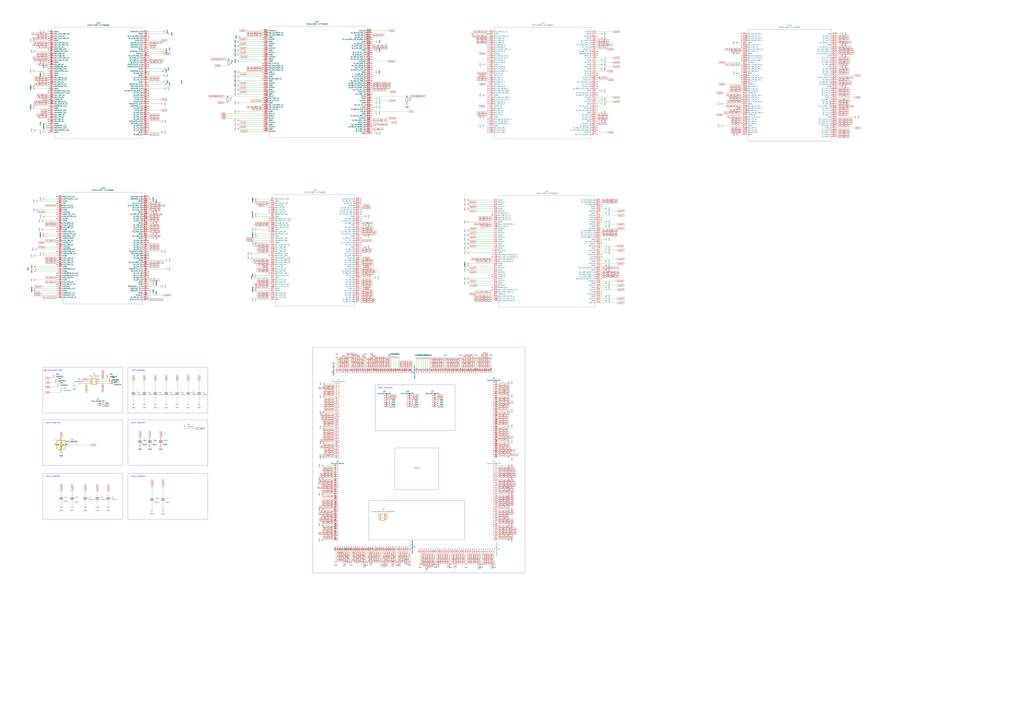
<source format=kicad_sch>
(kicad_sch (version 20231120) (generator "eeschema") (generator_version "8.0")
  (paper "A0")
  (lib_symbols
    (symbol "Connector:Conn_01x02_Pin" (pin_names (offset 1.016) hide)
      (property "Reference" "J" (at 0 2.54 0))
      (property "Value" "Conn_01x02_Pin" (at 0 -5.08 0))
      (symbol "Conn_01x02_Pin_1_1"
        (pin passive line (at 5.08 0 180) (length 3.81) (name "Pin_1") (number "1"))
        (pin passive line (at 5.08 -2.54 180) (length 3.81) (name "Pin_2") (number "2"))
      )
    )
    (symbol "Connector:Conn_01x06_Pin" (pin_names (offset 1.016) hide)
      (property "Reference" "J" (at 0 7.62 0))
      (property "Value" "Conn_01x06_Pin" (at 0 -10.16 0))
      (symbol "Conn_01x06_Pin_1_1"
        (pin passive line (at 5.08 5.08 180) (length 3.81) (name "Pin_1") (number "1"))
        (pin passive line (at 5.08 2.54 180) (length 3.81) (name "Pin_2") (number "2"))
        (pin passive line (at 5.08 0 180) (length 3.81) (name "Pin_3") (number "3"))
        (pin passive line (at 5.08 -2.54 180) (length 3.81) (name "Pin_4") (number "4"))
        (pin passive line (at 5.08 -5.08 180) (length 3.81) (name "Pin_5") (number "5"))
        (pin passive line (at 5.08 -7.62 180) (length 3.81) (name "Pin_6") (number "6"))
      )
    )
    (symbol "Connector:Conn_01x35_Pin" (pin_names (offset 1.016) hide)
      (property "Reference" "J" (at 0 45.72 0))
      (property "Value" "Conn_01x35_Pin" (at 0 -45.72 0))
      (symbol "Conn_01x35_Pin_1_1"
        (pin passive line (at 5.08 43.18 180) (length 3.81) (name "Pin_1") (number "1"))
        (pin passive line (at 5.08 20.32 180) (length 3.81) (name "Pin_10") (number "10"))
        (pin passive line (at 5.08 17.78 180) (length 3.81) (name "Pin_11") (number "11"))
        (pin passive line (at 5.08 15.24 180) (length 3.81) (name "Pin_12") (number "12"))
        (pin passive line (at 5.08 12.7 180) (length 3.81) (name "Pin_13") (number "13"))
        (pin passive line (at 5.08 10.16 180) (length 3.81) (name "Pin_14") (number "14"))
        (pin passive line (at 5.08 7.62 180) (length 3.81) (name "Pin_15") (number "15"))
        (pin passive line (at 5.08 5.08 180) (length 3.81) (name "Pin_16") (number "16"))
        (pin passive line (at 5.08 2.54 180) (length 3.81) (name "Pin_17") (number "17"))
        (pin passive line (at 5.08 0 180) (length 3.81) (name "Pin_18") (number "18"))
        (pin passive line (at 5.08 -2.54 180) (length 3.81) (name "Pin_19") (number "19"))
        (pin passive line (at 5.08 40.64 180) (length 3.81) (name "Pin_2") (number "2"))
        (pin passive line (at 5.08 -5.08 180) (length 3.81) (name "Pin_20") (number "20"))
        (pin passive line (at 5.08 -7.62 180) (length 3.81) (name "Pin_21") (number "21"))
        (pin passive line (at 5.08 -10.16 180) (length 3.81) (name "Pin_22") (number "22"))
        (pin passive line (at 5.08 -12.7 180) (length 3.81) (name "Pin_23") (number "23"))
        (pin passive line (at 5.08 -15.24 180) (length 3.81) (name "Pin_24") (number "24"))
        (pin passive line (at 5.08 -17.78 180) (length 3.81) (name "Pin_25") (number "25"))
        (pin passive line (at 5.08 -20.32 180) (length 3.81) (name "Pin_26") (number "26"))
        (pin passive line (at 5.08 -22.86 180) (length 3.81) (name "Pin_27") (number "27"))
        (pin passive line (at 5.08 -25.4 180) (length 3.81) (name "Pin_28") (number "28"))
        (pin passive line (at 5.08 -27.94 180) (length 3.81) (name "Pin_29") (number "29"))
        (pin passive line (at 5.08 38.1 180) (length 3.81) (name "Pin_3") (number "3"))
        (pin passive line (at 5.08 -30.48 180) (length 3.81) (name "Pin_30") (number "30"))
        (pin passive line (at 5.08 -33.02 180) (length 3.81) (name "Pin_31") (number "31"))
        (pin passive line (at 5.08 -35.56 180) (length 3.81) (name "Pin_32") (number "32"))
        (pin passive line (at 5.08 -38.1 180) (length 3.81) (name "Pin_33") (number "33"))
        (pin passive line (at 5.08 -40.64 180) (length 3.81) (name "Pin_34") (number "34"))
        (pin passive line (at 5.08 -43.18 180) (length 3.81) (name "Pin_35") (number "35"))
        (pin passive line (at 5.08 35.56 180) (length 3.81) (name "Pin_4") (number "4"))
        (pin passive line (at 5.08 33.02 180) (length 3.81) (name "Pin_5") (number "5"))
        (pin passive line (at 5.08 30.48 180) (length 3.81) (name "Pin_6") (number "6"))
        (pin passive line (at 5.08 27.94 180) (length 3.81) (name "Pin_7") (number "7"))
        (pin passive line (at 5.08 25.4 180) (length 3.81) (name "Pin_8") (number "8"))
        (pin passive line (at 5.08 22.86 180) (length 3.81) (name "Pin_9") (number "9"))
      )
    )
    (symbol "Connector:TestPoint" (pin_numbers hide) (pin_names (offset 0.762) hide)
      (property "Reference" "TP" (at 0 6.858 0))
      (property "Value" "TestPoint" (at 0 5.08 0))
      (symbol "TestPoint_1_1"
        (pin passive line (at 0 0 90) (length 2.54) (name "1") (number "1"))
      )
    )
    (symbol "Connector_Generic:Conn_02x03_Counter_Clockwise" (pin_names (offset 1.016) hide)
      (property "Reference" "J" (at 1.27 5.08 0))
      (property "Value" "Conn_02x03_Counter_Clockwise" (at 1.27 -5.08 0))
      (symbol "Conn_02x03_Counter_Clockwise_1_1"
        (pin passive line (at -5.08 2.54 0) (length 3.81) (name "Pin_1") (number "1"))
        (pin passive line (at -5.08 0 0) (length 3.81) (name "Pin_2") (number "2"))
        (pin passive line (at -5.08 -2.54 0) (length 3.81) (name "Pin_3") (number "3"))
        (pin passive line (at 7.62 -2.54 180) (length 3.81) (name "Pin_4") (number "4"))
        (pin passive line (at 7.62 0 180) (length 3.81) (name "Pin_5") (number "5"))
        (pin passive line (at 7.62 2.54 180) (length 3.81) (name "Pin_6") (number "6"))
      )
    )
    (symbol "Device:C" (pin_numbers hide) (pin_names (offset 0.254))
      (property "Reference" "C" (at 0.635 2.54 0))
      (property "Value" "C" (at 0.635 -2.54 0))
      (symbol "C_1_1"
        (pin passive line (at 0 3.81 270) (length 2.794) (name "~") (number "1"))
        (pin passive line (at 0 -3.81 90) (length 2.794) (name "~") (number "2"))
      )
    )
    (symbol "Device:R" (pin_numbers hide) (pin_names (offset 0))
      (property "Reference" "R" (at 2.032 0 90))
      (property "Value" "R" (at 0 0 90))
      (symbol "R_1_1"
        (pin passive line (at 0 3.81 270) (length 1.27) (name "~") (number "1"))
        (pin passive line (at 0 -3.81 90) (length 1.27) (name "~") (number "2"))
      )
    )
    (symbol "Oscillator:SG-5032CCN" (pin_names (offset 0.254))
      (property "Reference" "X" (at -5.08 6.35 0))
      (property "Value" "SG-5032CCN" (at 1.27 -6.35 0))
      (symbol "SG-5032CCN_1_1"
        (pin input line (at -7.62 0 0) (length 2.54) (name "OE") (number "1"))
        (pin power_in line (at 0 -7.62 90) (length 2.54) (name "GND") (number "2"))
        (pin output line (at 7.62 0 180) (length 2.54) (name "OUT") (number "3"))
        (pin power_in line (at 0 7.62 270) (length 2.54) (name "Vcc") (number "4"))
      )
    )
    (symbol "digikeyvirtex:XC5VLX30T-1FFG665C" (pin_names (offset 0.254))
      (property "Reference" "U" (at 58.42 10.16 0))
      (property "Value" "XC5VLX30T-1FFG665C" (at 58.42 7.62 0))
      (symbol "XC5VLX30T-1FFG665C_1_1"
        (pin power_in line (at 0 0 0) (length 7.62) (name "GND") (number "A2"))
        (pin bidirectional line (at 0 -2.54 0) (length 7.62) (name "IO_L14N_VREF_16") (number "A3"))
        (pin bidirectional line (at 0 -5.08 0) (length 7.62) (name "IO_L14P_16") (number "A4"))
        (pin bidirectional line (at 0 -7.62 0) (length 7.62) (name "IO_L12N_VRP_16") (number "A5"))
        (pin power_in line (at 0 -10.16 0) (length 7.62) (name "GND") (number "A6"))
        (pin bidirectional line (at 0 -12.7 0) (length 7.62) (name "IO_L10P_CC_16") (number "A7"))
        (pin bidirectional line (at 0 -15.24 0) (length 7.62) (name "IO_L4N_VREF_16") (number "A8"))
        (pin bidirectional line (at 0 -17.78 0) (length 7.62) (name "IO_L4P_16") (number "A9"))
        (pin output line (at 0 -20.32 0) (length 7.62) (name "MGTTXP0_116") (number "B2"))
        (pin power_in line (at 0 -22.86 0) (length 7.62) (name "MGTAVTTTX_116") (number "B3"))
        (pin bidirectional line (at 0 -25.4 0) (length 7.62) (name "IO_L16P_16") (number "B4"))
        (pin bidirectional line (at 0 -27.94 0) (length 7.62) (name "IO_L16N_16") (number "B5"))
        (pin bidirectional line (at 0 -30.48 0) (length 7.62) (name "IO_L12P_VRN_16") (number "B6"))
        (pin bidirectional line (at 0 -33.02 0) (length 7.62) (name "IO_L10N_CC_16") (number "B7"))
        (pin power_in line (at 0 -35.56 0) (length 7.62) (name "GND") (number "B8"))
        (pin bidirectional line (at 0 -38.1 0) (length 7.62) (name "IO_L6P_16") (number "B9"))
        (pin input line (at 0 -40.64 0) (length 7.62) (name "MGTRXP0_116") (number "C1"))
        (pin output line (at 0 -43.18 0) (length 7.62) (name "MGTTXN0_116") (number "C2"))
        (pin power_in line (at 0 -45.72 0) (length 7.62) (name "MGTAVTTRX_116") (number "C3"))
        (pin power_in line (at 0 -48.26 0) (length 7.62) (name "GND") (number "C4"))
        (pin power_in line (at 0 -50.8 0) (length 7.62) (name "GND") (number "C5"))
        (pin bidirectional line (at 0 -53.34 0) (length 7.62) (name "IO_L9N_CC_16") (number "C6"))
        (pin bidirectional line (at 0 -55.88 0) (length 7.62) (name "IO_L9P_CC_16") (number "C7"))
        (pin bidirectional line (at 0 -58.42 0) (length 7.62) (name "IO_L6N_16") (number "C8"))
        (pin bidirectional line (at 0 -60.96 0) (length 7.62) (name "IO_L8P_CC_16") (number "C9"))
        (pin input line (at 0 -63.5 0) (length 7.62) (name "MGTRXN0_116") (number "D1"))
        (pin power_in line (at 0 -66.04 0) (length 7.62) (name "GND") (number "D2"))
        (pin input line (at 0 -68.58 0) (length 7.62) (name "MGTREFCLKN_116") (number "D3"))
        (pin input line (at 0 -71.12 0) (length 7.62) (name "MGTREFCLKP_116") (number "D4"))
        (pin bidirectional line (at 0 -73.66 0) (length 7.62) (name "IO_L18P_16") (number "D5"))
        (pin bidirectional line (at 0 -76.2 0) (length 7.62) (name "IO_L7N_16") (number "D6"))
        (pin power_in line (at 0 -78.74 0) (length 7.62) (name "VCCO_16") (number "D7"))
        (pin bidirectional line (at 0 -81.28 0) (length 7.62) (name "IO_L8N_CC_16") (number "D8"))
        (pin bidirectional line (at 0 -83.82 0) (length 7.62) (name "IO_L11P_CC_16") (number "D9"))
        (pin input line (at 0 -86.36 0) (length 7.62) (name "MGTRXN1_116") (number "E1"))
        (pin power_in line (at 0 -88.9 0) (length 7.62) (name "GND") (number "E2"))
        (pin power_in line (at 0 -91.44 0) (length 7.62) (name "MGTAVCC_116") (number "E3"))
        (pin power_in line (at 0 -93.98 0) (length 7.62) (name "MGTAVCC_116") (number "E4"))
        (pin bidirectional line (at 0 -96.52 0) (length 7.62) (name "IO_L18N_16") (number "E5"))
        (pin bidirectional line (at 0 -99.06 0) (length 7.62) (name "IO_L7P_16") (number "E6"))
        (pin bidirectional line (at 0 -101.6 0) (length 7.62) (name "IO_L5N_16") (number "E7"))
        (pin bidirectional line (at 0 -104.14 0) (length 7.62) (name "IO_L5P_16") (number "E8"))
        (pin power_in line (at 0 -106.68 0) (length 7.62) (name "GND") (number "E9"))
        (pin input line (at 0 -109.22 0) (length 7.62) (name "MGTRXP1_116") (number "F1"))
        (pin output line (at 0 -111.76 0) (length 7.62) (name "MGTTXN1_116") (number "F2"))
        (pin power_in line (at 0 -114.3 0) (length 7.62) (name "MGTAVCCPLL_116") (number "F3"))
        (pin power_in line (at 0 -116.84 0) (length 7.62) (name "GND") (number "F4"))
        (pin bidirectional line (at 116.84 -119.38 180) (length 7.62) (name "IO_L3N_12") (number "F5"))
        (pin power_in line (at 116.84 -116.84 180) (length 7.62) (name "GND") (number "F6"))
        (pin bidirectional line (at 116.84 -114.3 180) (length 7.62) (name "IO_L1P_16") (number "F7"))
        (pin bidirectional line (at 116.84 -111.76 180) (length 7.62) (name "IO_L1N_16") (number "F8"))
        (pin bidirectional line (at 116.84 -109.22 180) (length 7.62) (name "IO_L2P_16") (number "F9"))
        (pin output line (at 116.84 -106.68 180) (length 7.62) (name "MGTTXP1_116") (number "G2"))
        (pin power_in line (at 116.84 -104.14 180) (length 7.62) (name "MGTAVTTTX_116") (number "G3"))
        (pin bidirectional line (at 116.84 -101.6 180) (length 7.62) (name "IO_L5P_12") (number "G4"))
        (pin bidirectional line (at 116.84 -99.06 180) (length 7.62) (name "IO_L3P_12") (number "G5"))
        (pin bidirectional line (at 116.84 -96.52 180) (length 7.62) (name "IO_L1P_12") (number "G6"))
        (pin bidirectional line (at 116.84 -93.98 180) (length 7.62) (name "IO_L0N_16") (number "G7"))
        (pin power_in line (at 116.84 -91.44 180) (length 7.62) (name "VCCO_16") (number "G8"))
        (pin bidirectional line (at 116.84 -88.9 180) (length 7.62) (name "IO_L2N_16") (number "G9"))
        (pin output line (at 116.84 -86.36 180) (length 7.62) (name "MGTTXP0_112") (number "H2"))
        (pin power_in line (at 116.84 -83.82 180) (length 7.62) (name "MGTAVTTTX_112") (number "H3"))
        (pin bidirectional line (at 116.84 -81.28 180) (length 7.62) (name "IO_L5N_12") (number "H4"))
        (pin power_in line (at 116.84 -78.74 180) (length 7.62) (name "VCCO_12") (number "H5"))
        (pin bidirectional line (at 116.84 -76.2 180) (length 7.62) (name "IO_L1N_12") (number "H6"))
        (pin bidirectional line (at 116.84 -73.66 180) (length 7.62) (name "IO_L0P_16") (number "H7"))
        (pin bidirectional line (at 116.84 -71.12 180) (length 7.62) (name "IO_L3P_16") (number "H8"))
        (pin bidirectional line (at 116.84 -68.58 180) (length 7.62) (name "IO_L9N_CC_A0_D16_1") (number "H9"))
        (pin input line (at 116.84 -66.04 180) (length 7.62) (name "MGTRXP0_112") (number "J1"))
        (pin output line (at 116.84 -63.5 180) (length 7.62) (name "MGTTXN0_112") (number "J2"))
        (pin power_in line (at 116.84 -60.96 180) (length 7.62) (name "MGTAVTTRX_112") (number "J3"))
        (pin power_in line (at 116.84 -58.42 180) (length 7.62) (name "GND") (number "J4"))
        (pin bidirectional line (at 116.84 -55.88 180) (length 7.62) (name "IO_L7P_12") (number "J5"))
        (pin bidirectional line (at 116.84 -53.34 180) (length 7.62) (name "IO_L7N_12") (number "J6"))
        (pin power_in line (at 116.84 -50.8 180) (length 7.62) (name "GND") (number "J7"))
        (pin bidirectional line (at 116.84 -48.26 180) (length 7.62) (name "IO_L3N_16") (number "J8"))
        (pin input line (at 116.84 -45.72 180) (length 7.62) (name "MGTRXN0_112") (number "K1"))
        (pin power_in line (at 116.84 -43.18 180) (length 7.62) (name "GND") (number "K2"))
        (pin input line (at 116.84 -40.64 180) (length 7.62) (name "MGTREFCLKN_112") (number "K3"))
        (pin input line (at 116.84 -38.1 180) (length 7.62) (name "MGTREFCLKP_112") (number "K4"))
        (pin bidirectional line (at 116.84 -35.56 180) (length 7.62) (name "IO_L9P_CC_12") (number "K5"))
        (pin bidirectional line (at 116.84 -33.02 180) (length 7.62) (name "IO_L10P_CC_12") (number "K6"))
        (pin bidirectional line (at 116.84 -30.48 180) (length 7.62) (name "IO_L10N_CC_12") (number "K7"))
        (pin bidirectional line (at 116.84 -27.94 180) (length 7.62) (name "IO_L12P_VRN_12") (number "K8"))
        (pin power_in line (at 116.84 -25.4 180) (length 7.62) (name "VCCAUX") (number "K9"))
        (pin input line (at 116.84 -22.86 180) (length 7.62) (name "MGTRXN1_112") (number "L1"))
        (pin power_in line (at 116.84 -20.32 180) (length 7.62) (name "GND") (number "L2"))
        (pin power_in line (at 116.84 -17.78 180) (length 7.62) (name "MGTAVCC_112") (number "L3"))
        (pin power_in line (at 116.84 -15.24 180) (length 7.62) (name "MGTAVCC_112") (number "L4"))
        (pin bidirectional line (at 116.84 -12.7 180) (length 7.62) (name "IO_L9N_CC_12") (number "L5"))
        (pin power_in line (at 116.84 -10.16 180) (length 7.62) (name "VCCO_12") (number "L6"))
        (pin bidirectional line (at 116.84 -7.62 180) (length 7.62) (name "IO_L12N_VRP_12") (number "L7"))
        (pin bidirectional line (at 116.84 -5.08 180) (length 7.62) (name "IO_L14N_VREF_12") (number "L8"))
        (pin power_in line (at 116.84 -2.54 180) (length 7.62) (name "GND") (number "L9"))
        (pin input line (at 116.84 0 180) (length 7.62) (name "MGTRXP1_112") (number "M1"))
      )
      (symbol "XC5VLX30T-1FFG665C_2_1"
        (pin bidirectional line (at 106.68 -45.72 180) (length 7.62) (name "IO_L13N_16") (number "A10"))
        (pin power_in line (at 106.68 -43.18 180) (length 7.62) (name "GND") (number "A11"))
        (pin bidirectional line (at 106.68 -40.64 180) (length 7.62) (name "IO_L15N_16") (number "A12"))
        (pin bidirectional line (at 106.68 -38.1 180) (length 7.62) (name "IO_L1N_15") (number "A13"))
        (pin bidirectional line (at 106.68 -35.56 180) (length 7.62) (name "IO_L2P_15") (number "A14"))
        (pin bidirectional line (at 106.68 -33.02 180) (length 7.62) (name "IO_L2N_15") (number "A15"))
        (pin power_in line (at 106.68 -30.48 180) (length 7.62) (name "GND") (number "A16"))
        (pin bidirectional line (at 106.68 -27.94 180) (length 7.62) (name "IO_L5N_15") (number "A17"))
        (pin bidirectional line (at 106.68 -25.4 180) (length 7.62) (name "IO_L6P_15") (number "A18"))
        (pin bidirectional line (at 106.68 -22.86 180) (length 7.62) (name "IO_L6N_15") (number "A19"))
        (pin bidirectional line (at 106.68 -20.32 180) (length 7.62) (name "IO_L8P_CC_15") (number "A20"))
        (pin power_in line (at 106.68 -17.78 180) (length 7.62) (name "GND") (number "A21"))
        (pin bidirectional line (at 106.68 -15.24 180) (length 7.62) (name "IO_L13N_15") (number "A22"))
        (pin bidirectional line (at 106.68 -12.7 180) (length 7.62) (name "IO_L14P_15") (number "A23"))
        (pin bidirectional line (at 106.68 -10.16 180) (length 7.62) (name "IO_L14N_VREF_15") (number "A24"))
        (pin bidirectional line (at 106.68 -7.62 180) (length 7.62) (name "IO_L17N_15") (number "A25"))
        (pin power_in line (at 106.68 -5.08 180) (length 7.62) (name "GND") (number "A26"))
        (pin input line (at 106.68 -2.54 180) (length 7.62) (name "MGTRXP0_118") (number "AA1"))
        (pin output line (at 106.68 0 180) (length 7.62) (name "MGTTXN0_118") (number "AA2"))
        (pin output line (at 0 0 0) (length 7.62) (name "MGTTXN1_112") (number "M2"))
        (pin power_in line (at 0 -2.54 0) (length 7.62) (name "MGTAVCCPLL_112") (number "M3"))
        (pin power_in line (at 0 -5.08 0) (length 7.62) (name "GND") (number "M4"))
        (pin no_connect line (at 0 -7.62 0) (length 7.62) (name "NC") (number "M5"))
        (pin bidirectional line (at 0 -10.16 0) (length 7.62) (name "IO_L17P_12") (number "M6"))
        (pin bidirectional line (at 0 -12.7 0) (length 7.62) (name "IO_L14P_12") (number "M7"))
        (pin power_in line (at 0 -15.24 0) (length 7.62) (name "GND") (number "M8"))
        (pin power_in line (at 0 -17.78 0) (length 7.62) (name "VCCAUX") (number "M9"))
        (pin output line (at 0 -20.32 0) (length 7.62) (name "MGTTXP1_112") (number "N2"))
        (pin power_in line (at 0 -22.86 0) (length 7.62) (name "MGTAVTTTX_112") (number "N3"))
        (pin unspecified line (at 0 -25.4 0) (length 7.62) (name "FLOAT") (number "N4"))
        (pin power_in line (at 0 -27.94 0) (length 7.62) (name "GND") (number "N5"))
        (pin bidirectional line (at 0 -30.48 0) (length 7.62) (name "IO_L16N_12") (number "N6"))
        (pin bidirectional line (at 0 -33.02 0) (length 7.62) (name "IO_L17N_12") (number "N7"))
        (pin bidirectional line (at 0 -35.56 0) (length 7.62) (name "IO_L18P_12") (number "N8"))
        (pin power_in line (at 0 -38.1 0) (length 7.62) (name "GND") (number "N9"))
        (pin output line (at 0 -40.64 0) (length 7.62) (name "MGTTXP0_114") (number "P2"))
        (pin power_in line (at 0 -43.18 0) (length 7.62) (name "MGTAVTTTX_114") (number "P3"))
        (pin input line (at 0 -45.72 0) (length 7.62) (name "MGTRREF_112") (number "P4"))
        (pin power_in line (at 0 -48.26 0) (length 7.62) (name "MGTAVTTRXC") (number "P5"))
        (pin bidirectional line (at 0 -50.8 0) (length 7.62) (name "IO_L16P_12") (number "P6"))
        (pin power_in line (at 0 -53.34 0) (length 7.62) (name "VCCO_12") (number "P7"))
        (pin bidirectional line (at 0 -55.88 0) (length 7.62) (name "IO_L18N_12") (number "P8"))
        (pin power_in line (at 0 -58.42 0) (length 7.62) (name "VCCAUX") (number "P9"))
        (pin input line (at 0 -60.96 0) (length 7.62) (name "MGTRXP0_114") (number "R1"))
        (pin output line (at 0 -63.5 0) (length 7.62) (name "MGTTXN0_114") (number "R2"))
        (pin power_in line (at 0 -66.04 0) (length 7.62) (name "MGTAVTTRX_114") (number "R3"))
        (pin power_in line (at 0 -68.58 0) (length 7.62) (name "GND") (number "R4"))
        (pin bidirectional line (at 0 -71.12 0) (length 7.62) (name "IO_L13N_12") (number "R5"))
        (pin bidirectional line (at 0 -73.66 0) (length 7.62) (name "IO_L15P_12") (number "R6"))
        (pin bidirectional line (at 0 -76.2 0) (length 7.62) (name "IO_L19N_12") (number "R7"))
        (pin bidirectional line (at 0 -78.74 0) (length 7.62) (name "IO_L19P_12") (number "R8"))
        (pin power_in line (at 0 -81.28 0) (length 7.62) (name "GND") (number "R9"))
        (pin input line (at 0 -83.82 0) (length 7.62) (name "MGTRXN0_114") (number "T1"))
        (pin power_in line (at 0 -86.36 0) (length 7.62) (name "GND") (number "T2"))
        (pin input line (at 0 -88.9 0) (length 7.62) (name "MGTREFCLKN_114") (number "T3"))
        (pin input line (at 0 -91.44 0) (length 7.62) (name "MGTREFCLKP_114") (number "T4"))
        (pin bidirectional line (at 0 -93.98 0) (length 7.62) (name "IO_L13P_12") (number "T5"))
        (pin power_in line (at 0 -96.52 0) (length 7.62) (name "GND") (number "T6"))
        (pin bidirectional line (at 0 -99.06 0) (length 7.62) (name "IO_L15N_12") (number "T7"))
        (pin bidirectional line (at 0 -101.6 0) (length 7.62) (name "IO_L8N_CC_12") (number "T8"))
        (pin power_in line (at 0 -104.14 0) (length 7.62) (name "VCCAUX") (number "T9"))
        (pin input line (at 0 -106.68 0) (length 7.62) (name "MGTRXN1_114") (number "U1"))
        (pin power_in line (at 0 -109.22 0) (length 7.62) (name "GND") (number "U2"))
        (pin power_in line (at 0 -111.76 0) (length 7.62) (name "MGTAVCC_114") (number "U3"))
        (pin power_in line (at 0 -114.3 0) (length 7.62) (name "MGTAVCC_114") (number "U4"))
        (pin bidirectional line (at 0 -116.84 0) (length 7.62) (name "IO_L11N_CC_12") (number "U5"))
        (pin bidirectional line (at 106.68 -119.38 180) (length 7.62) (name "IO_L11P_CC_12") (number "U6"))
        (pin bidirectional line (at 106.68 -116.84 180) (length 7.62) (name "IO_L8P_CC_12") (number "U7"))
        (pin power_in line (at 106.68 -114.3 180) (length 7.62) (name "VCCAUX") (number "U8"))
        (pin power_in line (at 106.68 -111.76 180) (length 7.62) (name "GND") (number "U9"))
        (pin input line (at 106.68 -109.22 180) (length 7.62) (name "MGTRXP1_114") (number "V1"))
        (pin output line (at 106.68 -106.68 180) (length 7.62) (name "MGTTXN1_114") (number "V2"))
        (pin power_in line (at 106.68 -104.14 180) (length 7.62) (name "MGTAVCCPLL_114") (number "V3"))
        (pin power_in line (at 106.68 -101.6 180) (length 7.62) (name "GND") (number "V4"))
        (pin power_in line (at 106.68 -99.06 180) (length 7.62) (name "GND") (number "V5"))
        (pin bidirectional line (at 106.68 -96.52 180) (length 7.62) (name "IO_L6P_12") (number "V6"))
        (pin bidirectional line (at 106.68 -93.98 180) (length 7.62) (name "IO_L6N_12") (number "V7"))
        (pin bidirectional line (at 106.68 -91.44 180) (length 7.62) (name "IO_L1P_18") (number "V8"))
        (pin bidirectional line (at 106.68 -88.9 180) (length 7.62) (name "IO_L1N_18") (number "V9"))
        (pin output line (at 106.68 -86.36 180) (length 7.62) (name "MGTTXP1_114") (number "W2"))
        (pin power_in line (at 106.68 -83.82 180) (length 7.62) (name "MGTAVTTTX_114") (number "W3"))
        (pin bidirectional line (at 106.68 -81.28 180) (length 7.62) (name "IO_L2N_12") (number "W4"))
        (pin bidirectional line (at 106.68 -78.74 180) (length 7.62) (name "IO_L4P_12") (number "W5"))
        (pin bidirectional line (at 106.68 -76.2 180) (length 7.62) (name "IO_L4N_VREF_12") (number "W6"))
        (pin power_in line (at 106.68 -73.66 180) (length 7.62) (name "GND") (number "W7"))
        (pin bidirectional line (at 106.68 -71.12 180) (length 7.62) (name "IO_L3N_18") (number "W8"))
        (pin bidirectional line (at 106.68 -68.58 180) (length 7.62) (name "IO_L3P_18") (number "W9"))
        (pin output line (at 106.68 -66.04 180) (length 7.62) (name "MGTTXP0_118") (number "Y2"))
        (pin power_in line (at 106.68 -63.5 180) (length 7.62) (name "MGTAVTTTX_118") (number "Y3"))
        (pin bidirectional line (at 106.68 -60.96 180) (length 7.62) (name "IO_L2P_12") (number "Y4"))
        (pin bidirectional line (at 106.68 -58.42 180) (length 7.62) (name "IO_L0N_12") (number "Y5"))
        (pin bidirectional line (at 106.68 -55.88 180) (length 7.62) (name "IO_L0P_12") (number "Y6"))
        (pin bidirectional line (at 106.68 -53.34 180) (length 7.62) (name "IO_L5P_18") (number "Y7"))
        (pin bidirectional line (at 106.68 -50.8 180) (length 7.62) (name "IO_L5N_18") (number "Y8"))
        (pin power_in line (at 106.68 -48.26 180) (length 7.62) (name "GND") (number "Y9"))
      )
      (symbol "XC5VLX30T-1FFG665C_3_1"
        (pin power_in line (at 0 0 0) (length 7.62) (name "MGTAVTTRX_118") (number "AA3"))
        (pin power_in line (at 0 -2.54 0) (length 7.62) (name "GND") (number "AA4"))
        (pin bidirectional line (at 0 -5.08 0) (length 7.62) (name "IO_L9P_CC_18") (number "AA5"))
        (pin power_in line (at 0 -7.62 0) (length 7.62) (name "VCCO_18") (number "AA6"))
        (pin bidirectional line (at 0 -10.16 0) (length 7.62) (name "IO_L7P_18") (number "AA7"))
        (pin bidirectional line (at 0 -12.7 0) (length 7.62) (name "IO_L7N_18") (number "AA8"))
        (pin bidirectional line (at 0 -15.24 0) (length 7.62) (name "IO_L19N_18") (number "AA9"))
        (pin input line (at 0 -17.78 0) (length 7.62) (name "MGTRXN0_118") (number "AB1"))
        (pin power_in line (at 0 -20.32 0) (length 7.62) (name "GND") (number "AB2"))
        (pin input line (at 0 -22.86 0) (length 7.62) (name "MGTREFCLKN_118") (number "AB3"))
        (pin input line (at 0 -25.4 0) (length 7.62) (name "MGTREFCLKP_118") (number "AB4"))
        (pin bidirectional line (at 0 -27.94 0) (length 7.62) (name "IO_L9N_CC_18") (number "AB5"))
        (pin bidirectional line (at 0 -30.48 0) (length 7.62) (name "IO_L10P_CC_18") (number "AB6"))
        (pin bidirectional line (at 0 -33.02 0) (length 7.62) (name "IO_L10N_CC_18") (number "AB7"))
        (pin power_in line (at 0 -35.56 0) (length 7.62) (name "GND") (number "AB8"))
        (pin bidirectional line (at 0 -38.1 0) (length 7.62) (name "IO_L19P_18") (number "AB9"))
        (pin input line (at 0 -40.64 0) (length 7.62) (name "MGTRXN1_118") (number "AC1"))
        (pin power_in line (at 0 -43.18 0) (length 7.62) (name "GND") (number "AC2"))
        (pin power_in line (at 0 -45.72 0) (length 7.62) (name "MGTAVCC_118") (number "AC3"))
        (pin power_in line (at 0 -48.26 0) (length 7.62) (name "MGTAVCC_118") (number "AC4"))
        (pin power_in line (at 0 -50.8 0) (length 7.62) (name "GND") (number "AC5"))
        (pin bidirectional line (at 0 -53.34 0) (length 7.62) (name "IO_L12P_VRN_18") (number "AC6"))
        (pin bidirectional line (at 0 -55.88 0) (length 7.62) (name "IO_L16N_18") (number "AC7"))
        (pin bidirectional line (at 0 -58.42 0) (length 7.62) (name "IO_L17P_18") (number "AC8"))
        (pin bidirectional line (at 0 -60.96 0) (length 7.62) (name "IO_L18N_18") (number "AC9"))
        (pin input line (at 0 -63.5 0) (length 7.62) (name "MGTRXP1_118") (number "AD1"))
        (pin output line (at 0 -66.04 0) (length 7.62) (name "MGTTXN1_118") (number "AD2"))
        (pin power_in line (at 0 -68.58 0) (length 7.62) (name "MGTAVCCPLL_118") (number "AD3"))
        (pin bidirectional line (at 0 -71.12 0) (length 7.62) (name "IO_L14N_VREF_18") (number "AD4"))
        (pin bidirectional line (at 0 -73.66 0) (length 7.62) (name "IO_L12N_VRP_18") (number "AD5"))
        (pin bidirectional line (at 0 -76.2 0) (length 7.62) (name "IO_L16P_18") (number "AD6"))
        (pin power_in line (at 0 -78.74 0) (length 7.62) (name "VCCO_18") (number "AD7"))
        (pin bidirectional line (at 0 -81.28 0) (length 7.62) (name "IO_L17N_18") (number "AD8"))
        (pin bidirectional line (at 0 -83.82 0) (length 7.62) (name "IO_L18P_18") (number "AD9"))
        (pin output line (at 0 -86.36 0) (length 7.62) (name "MGTTXP1_118") (number "AE2"))
        (pin power_in line (at 0 -88.9 0) (length 7.62) (name "MGTAVTTTX_118") (number "AE3"))
        (pin power_in line (at 0 -91.44 0) (length 7.62) (name "GND") (number "AE4"))
        (pin bidirectional line (at 0 -93.98 0) (length 7.62) (name "IO_L14P_18") (number "AE5"))
        (pin bidirectional line (at 0 -96.52 0) (length 7.62) (name "IO_L13P_18") (number "AE6"))
        (pin bidirectional line (at 0 -99.06 0) (length 7.62) (name "IO_L11N_CC_18") (number "AE7"))
        (pin bidirectional line (at 0 -101.6 0) (length 7.62) (name "IO_L11P_CC_18") (number "AE8"))
        (pin power_in line (at 0 -104.14 0) (length 7.62) (name "GND") (number "AE9"))
        (pin power_in line (at 0 -106.68 0) (length 7.62) (name "GND") (number "AF2"))
        (pin bidirectional line (at 0 -109.22 0) (length 7.62) (name "IO_L15N_18") (number "AF3"))
        (pin bidirectional line (at 0 -111.76 0) (length 7.62) (name "IO_L15P_18") (number "AF4"))
        (pin bidirectional line (at 0 -114.3 0) (length 7.62) (name "IO_L13N_18") (number "AF5"))
        (pin power_in line (at 0 -116.84 0) (length 7.62) (name "GND") (number "AF6"))
        (pin bidirectional line (at 106.68 -119.38 180) (length 7.62) (name "IO_L8P_CC_18") (number "AF7"))
        (pin bidirectional line (at 106.68 -116.84 180) (length 7.62) (name "IO_L8N_CC_18") (number "AF8"))
        (pin bidirectional line (at 106.68 -114.3 180) (length 7.62) (name "IO_L6P_18") (number "AF9"))
        (pin bidirectional line (at 106.68 -111.76 180) (length 7.62) (name "IO_L13P_16") (number "B10"))
        (pin bidirectional line (at 106.68 -109.22 180) (length 7.62) (name "IO_L15P_16") (number "B11"))
        (pin bidirectional line (at 106.68 -106.68 180) (length 7.62) (name "IO_L17P_16") (number "B12"))
        (pin power_in line (at 106.68 -104.14 180) (length 7.62) (name "VCCO_1") (number "B13"))
        (pin bidirectional line (at 106.68 -101.6 180) (length 7.62) (name "IO_L1P_15") (number "B14"))
        (pin bidirectional line (at 106.68 -99.06 180) (length 7.62) (name "IO_L3P_15") (number "B15"))
        (pin bidirectional line (at 106.68 -96.52 180) (length 7.62) (name "IO_L4P_15") (number "B16"))
        (pin bidirectional line (at 106.68 -93.98 180) (length 7.62) (name "IO_L5P_15") (number "B17"))
        (pin power_in line (at 106.68 -91.44 180) (length 7.62) (name "GND") (number "B18"))
        (pin bidirectional line (at 106.68 -88.9 180) (length 7.62) (name "IO_L7P_15") (number "B19"))
        (pin bidirectional line (at 106.68 -86.36 180) (length 7.62) (name "IO_L8N_CC_15") (number "B20"))
        (pin bidirectional line (at 106.68 -83.82 180) (length 7.62) (name "IO_L11P_CC_15") (number "B21"))
        (pin bidirectional line (at 106.68 -81.28 180) (length 7.62) (name "IO_L13P_15") (number "B22"))
        (pin power_in line (at 106.68 -78.74 180) (length 7.62) (name "VCCO_15") (number "B23"))
        (pin bidirectional line (at 106.68 -76.2 180) (length 7.62) (name "IO_L15P_15") (number "B24"))
        (pin bidirectional line (at 106.68 -73.66 180) (length 7.62) (name "IO_L17P_15") (number "B25"))
        (pin bidirectional line (at 106.68 -71.12 180) (length 7.62) (name "IO_L18P_15") (number "B26"))
        (pin power_in line (at 106.68 -68.58 180) (length 7.62) (name "VCCO_16") (number "C10"))
        (pin bidirectional line (at 106.68 -66.04 180) (length 7.62) (name "IO_L19P_16") (number "C11"))
        (pin bidirectional line (at 106.68 -63.5 180) (length 7.62) (name "IO_L17N_16") (number "C12"))
        (pin bidirectional line (at 106.68 -60.96 180) (length 7.62) (name "IO_L0P_15") (number "C13"))
        (pin bidirectional line (at 106.68 -58.42 180) (length 7.62) (name "IO_L0N_15") (number "C14"))
        (pin power_in line (at 106.68 -55.88 180) (length 7.62) (name "GND") (number "C15"))
        (pin bidirectional line (at 106.68 -53.34 180) (length 7.62) (name "IO_L3N_15") (number "C16"))
        (pin bidirectional line (at 106.68 -50.8 180) (length 7.62) (name "IO_L4N_VREF_15") (number "C17"))
        (pin bidirectional line (at 106.68 -48.26 180) (length 7.62) (name "IO_L7N_15") (number "C18"))
        (pin bidirectional line (at 106.68 -45.72 180) (length 7.62) (name "IO_L9P_CC_15") (number "C19"))
        (pin power_in line (at 106.68 -43.18 180) (length 7.62) (name "GND") (number "C20"))
        (pin bidirectional line (at 106.68 -40.64 180) (length 7.62) (name "IO_L11N_CC_15") (number "C21"))
        (pin bidirectional line (at 106.68 -38.1 180) (length 7.62) (name "IO_L12N_VRP_15") (number "C22"))
        (pin bidirectional line (at 106.68 -35.56 180) (length 7.62) (name "IO_L15N_15") (number "C23"))
        (pin bidirectional line (at 106.68 -33.02 180) (length 7.62) (name "IO_L16N_15") (number "C24"))
        (pin power_in line (at 106.68 -30.48 180) (length 7.62) (name "GND") (number "C25"))
        (pin bidirectional line (at 106.68 -27.94 180) (length 7.62) (name "IO_L18N_15") (number "C26"))
        (pin bidirectional line (at 106.68 -25.4 180) (length 7.62) (name "IO_L11N_CC_16") (number "D10"))
        (pin bidirectional line (at 106.68 -22.86 180) (length 7.62) (name "IO_L19N_16") (number "D11"))
        (pin power_in line (at 106.68 -20.32 180) (length 7.62) (name "GND") (number "D12"))
        (pin bidirectional line (at 106.68 -17.78 180) (length 7.62) (name "IO_L2N_GC_VRP_3") (number "D13"))
        (pin bidirectional line (at 106.68 -15.24 180) (length 7.62) (name "IO_L2P_GC_VRN_3") (number "D14"))
        (pin bidirectional line (at 106.68 -12.7 180) (length 7.62) (name "IO_L0P_CC_GC_3") (number "D15"))
        (pin bidirectional line (at 106.68 -10.16 180) (length 7.62) (name "IO_L1P_CC_GC_3") (number "D16"))
        (pin power_in line (at 106.68 -7.62 180) (length 7.62) (name "VCCO_3") (number "D17"))
        (pin bidirectional line (at 106.68 -5.08 180) (length 7.62) (name "IO_L3N_GC_3") (number "D18"))
        (pin bidirectional line (at 106.68 -2.54 180) (length 7.62) (name "IO_L9N_CC_15") (number "D19"))
        (pin bidirectional line (at 106.68 0 180) (length 7.62) (name "IO_L10N_CC_15") (number "D20"))
      )
      (symbol "XC5VLX30T-1FFG665C_4_1"
        (pin bidirectional line (at 0 0 0) (length 7.62) (name "IO_L10P_CC_15") (number "D21"))
        (pin power_in line (at 0 -2.54 0) (length 7.62) (name "GND") (number "D22"))
        (pin bidirectional line (at 0 -5.08 0) (length 7.62) (name "IO_L12P_VRN_15") (number "D23"))
        (pin bidirectional line (at 0 -7.62 0) (length 7.62) (name "IO_L16P_15") (number "D24"))
        (pin bidirectional line (at 0 -10.16 0) (length 7.62) (name "IO_L19N_15") (number "D25"))
        (pin bidirectional line (at 0 -12.7 0) (length 7.62) (name "IO_L19P_15") (number "D26"))
        (pin bidirectional line (at 0 -15.24 0) (length 7.62) (name "IO_L8P_GC_3") (number "E10"))
        (pin bidirectional line (at 0 -17.78 0) (length 7.62) (name "IO_L6N_GC_3") (number "E11"))
        (pin bidirectional line (at 0 -20.32 0) (length 7.62) (name "IO_L4N_GC_VREF_3") (number "E12"))
        (pin bidirectional line (at 0 -22.86 0) (length 7.62) (name "IO_L4P_GC_3") (number "E13"))
        (pin power_in line (at 0 -25.4 0) (length 7.62) (name "VCCO_1") (number "E14"))
        (pin bidirectional line (at 0 -27.94 0) (length 7.62) (name "IO_L0N_CC_GC_3") (number "E15"))
        (pin bidirectional line (at 0 -30.48 0) (length 7.62) (name "IO_L1N_CC_GC_3") (number "E16"))
        (pin bidirectional line (at 0 -33.02 0) (length 7.62) (name "IO_L3P_GC_3") (number "E17"))
        (pin bidirectional line (at 0 -35.56 0) (length 7.62) (name "IO_L5P_GC_3") (number "E18"))
        (pin power_in line (at 0 -38.1 0) (length 7.62) (name "GND") (number "E19"))
        (pin bidirectional line (at 0 -40.64 0) (length 7.62) (name "IO_L7P_GC_3") (number "E20"))
        (pin bidirectional line (at 0 -43.18 0) (length 7.62) (name "IO_L7N_GC_3") (number "E21"))
        (pin bidirectional line (at 0 -45.72 0) (length 7.62) (name "IO_L4N_VREF_11") (number "E22"))
        (pin bidirectional line (at 0 -48.26 0) (length 7.62) (name "IO_L4P_11") (number "E23"))
        (pin power_in line (at 0 -50.8 0) (length 7.62) (name "VCCO_15") (number "E24"))
        (pin bidirectional line (at 0 -53.34 0) (length 7.62) (name "IO_L0N_11") (number "E25"))
        (pin bidirectional line (at 0 -55.88 0) (length 7.62) (name "IO_L0P_11") (number "E26"))
        (pin bidirectional line (at 0 -58.42 0) (length 7.62) (name "IO_L8N_GC_3") (number "F10"))
        (pin power_in line (at 0 -60.96 0) (length 7.62) (name "VCCO_0") (number "F11"))
        (pin bidirectional line (at 0 -63.5 0) (length 7.62) (name "IO_L6P_GC_3") (number "F12"))
        (pin bidirectional line (at 0 -66.04 0) (length 7.62) (name "IO_L5P_A9_D25_1") (number "F13"))
        (pin bidirectional line (at 0 -68.58 0) (length 7.62) (name "IO_L3N_A12_D28_1") (number "F14"))
        (pin bidirectional line (at 0 -71.12 0) (length 7.62) (name "IO_L3P_A13_D29_1") (number "F15"))
        (pin power_in line (at 0 -73.66 0) (length 7.62) (name "GND") (number "F16"))
        (pin bidirectional line (at 0 -76.2 0) (length 7.62) (name "IO_L2N_A14_D30_1") (number "F17"))
        (pin bidirectional line (at 0 -78.74 0) (length 7.62) (name "IO_L4P_A11_D27_1") (number "F18"))
        (pin bidirectional line (at 0 -81.28 0) (length 7.62) (name "IO_L5N_GC_3") (number "F19"))
        (pin bidirectional line (at 0 -83.82 0) (length 7.62) (name "IO_L9P_GC_3") (number "F20"))
        (pin power_in line (at 0 -86.36 0) (length 7.62) (name "VCCO_15") (number "F21"))
        (pin bidirectional line (at 0 -88.9 0) (length 7.62) (name "IO_L5N_11") (number "F22"))
        (pin bidirectional line (at 0 -91.44 0) (length 7.62) (name "IO_L5P_11") (number "F23"))
        (pin bidirectional line (at 0 -93.98 0) (length 7.62) (name "IO_L3P_11") (number "F24"))
        (pin bidirectional line (at 0 -96.52 0) (length 7.62) (name "IO_L1P_11") (number "F25"))
        (pin power_in line (at 0 -99.06 0) (length 7.62) (name "GND") (number "F26"))
        (pin bidirectional line (at 0 -101.6 0) (length 7.62) (name "IO_L9P_CC_A1_D17_1") (number "G10"))
        (pin bidirectional line (at 0 -104.14 0) (length 7.62) (name "IO_L7P_A5_D21_1") (number "G11"))
        (pin bidirectional line (at 0 -106.68 0) (length 7.62) (name "IO_L5N_A8_D24_1") (number "G12"))
        (pin power_in line (at 0 -109.22 0) (length 7.62) (name "GND") (number "G13"))
        (pin bidirectional line (at 0 -111.76 0) (length 7.62) (name "IO_L1N_A16_1") (number "G14"))
        (pin bidirectional line (at 0 -114.3 0) (length 7.62) (name "IO_L0P_A19_1") (number "G15"))
        (pin bidirectional line (at 0 -116.84 0) (length 7.62) (name "IO_L0N_A18_1") (number "G16"))
        (pin bidirectional line (at 127 -119.38 180) (length 7.62) (name "IO_L2P_A15_D31_1") (number "G17"))
        (pin power_in line (at 127 -116.84 180) (length 7.62) (name "VCCO_3") (number "G18"))
        (pin bidirectional line (at 127 -114.3 180) (length 7.62) (name "IO_L4N_VREF_A10_D26_1") (number "G19"))
        (pin bidirectional line (at 127 -111.76 180) (length 7.62) (name "IO_L8P_CC_A3_D19_1") (number "G20"))
        (pin bidirectional line (at 127 -109.22 180) (length 7.62) (name "IO_L9N_GC_3") (number "G21"))
        (pin bidirectional line (at 127 -106.68 180) (length 7.62) (name "IO_L6P_11") (number "G22"))
        (pin power_in line (at 127 -104.14 180) (length 7.62) (name "GND") (number "G23"))
        (pin bidirectional line (at 127 -101.6 180) (length 7.62) (name "IO_L3N_11") (number "G24"))
        (pin bidirectional line (at 127 -99.06 180) (length 7.62) (name "IO_L2N_11") (number "G25"))
        (pin bidirectional line (at 127 -96.52 180) (length 7.62) (name "IO_L1N_11") (number "G26"))
        (pin power_in line (at 127 -93.98 180) (length 7.62) (name "GND") (number "H10"))
        (pin bidirectional line (at 127 -91.44 180) (length 7.62) (name "IO_L7N_A4_D20_1") (number "H11"))
        (pin bidirectional line (at 127 -88.9 180) (length 7.62) (name "INIT_B_0") (number "H12"))
        (pin bidirectional line (at 127 -86.36 180) (length 7.62) (name "IO_L1P_A17_1") (number "H13"))
        (pin power_in line (at 127 -83.82 180) (length 7.62) (name "GND") (number "H14"))
        (pin power_in line (at 127 -81.28 180) (length 7.62) (name "VCCINT") (number "H15"))
        (pin power_in line (at 127 -78.74 180) (length 7.62) (name "GND") (number "H16"))
        (pin power_in line (at 127 -76.2 180) (length 7.62) (name "VCCINT") (number "H17"))
        (pin bidirectional line (at 127 -73.66 180) (length 7.62) (name "IO_L6P_A7_D23_1") (number "H18"))
        (pin bidirectional line (at 127 -71.12 180) (length 7.62) (name "IO_L6N_A6_D22_1") (number "H19"))
        (pin power_in line (at 127 -68.58 180) (length 7.62) (name "GND") (number "H20"))
        (pin bidirectional line (at 127 -66.04 180) (length 7.62) (name "IO_L8N_CC_A2_D18_1") (number "H21"))
        (pin bidirectional line (at 127 -63.5 180) (length 7.62) (name "IO_L6N_11") (number "H22"))
        (pin bidirectional line (at 127 -60.96 180) (length 7.62) (name "IO_L7P_11") (number "H23"))
        (pin bidirectional line (at 127 -58.42 180) (length 7.62) (name "IO_L12P_VRN_11") (number "H24"))
        (pin power_in line (at 127 -55.88 180) (length 7.62) (name "VCCO_11") (number "H25"))
        (pin bidirectional line (at 127 -53.34 180) (length 7.62) (name "IO_L2P_11") (number "H26"))
        (pin input line (at 127 -50.8 180) (length 7.62) (name "D_IN_0") (number "J10"))
        (pin bidirectional line (at 127 -48.26 180) (length 7.62) (name "CCLK_0") (number "J11"))
        (pin power_in line (at 127 -45.72 180) (length 7.62) (name "VCCO_0") (number "J12"))
        (pin power_in line (at 127 -43.18 180) (length 7.62) (name "GND") (number "J13"))
        (pin power_in line (at 127 -40.64 180) (length 7.62) (name "VCCINT") (number "J14"))
        (pin power_in line (at 127 -38.1 180) (length 7.62) (name "GND") (number "J15"))
        (pin power_in line (at 127 -35.56 180) (length 7.62) (name "VCCINT") (number "J16"))
        (pin power_in line (at 127 -33.02 180) (length 7.62) (name "GND") (number "J17"))
        (pin power_in line (at 127 -30.48 180) (length 7.62) (name "VCCINT") (number "J18"))
        (pin power_in line (at 127 -27.94 180) (length 7.62) (name "VBATT_0") (number "J19"))
        (pin input line (at 127 -25.4 180) (length 7.62) (name "PROGRAM_B_0") (number "J20"))
        (pin bidirectional line (at 127 -22.86 180) (length 7.62) (name "IO_L8P_CC_11") (number "J21"))
        (pin power_in line (at 127 -20.32 180) (length 7.62) (name "VCCO_11") (number "J22"))
        (pin bidirectional line (at 127 -17.78 180) (length 7.62) (name "IO_L7N_11") (number "J23"))
        (pin bidirectional line (at 127 -15.24 180) (length 7.62) (name "IO_L12N_VRP_11") (number "J24"))
        (pin bidirectional line (at 127 -12.7 180) (length 7.62) (name "IO_L13P_11") (number "J25"))
        (pin bidirectional line (at 127 -10.16 180) (length 7.62) (name "IO_L13N_11") (number "J26"))
        (pin power_in line (at 127 -7.62 180) (length 7.62) (name "GND") (number "K10"))
        (pin bidirectional line (at 127 -5.08 180) (length 7.62) (name "DONE_0") (number "K11"))
        (pin power_in line (at 127 -2.54 180) (length 7.62) (name "GND") (number "K12"))
        (pin power_in line (at 127 0 180) (length 7.62) (name "VCCINT") (number "K13"))
      )
      (symbol "XC5VLX30T-1FFG665C_5_1"
        (pin power_in line (at 0 0 0) (length 7.62) (name "GND") (number "K14"))
        (pin power_in line (at 0 -2.54 0) (length 7.62) (name "VCCINT") (number "K15"))
        (pin power_in line (at 0 -5.08 0) (length 7.62) (name "GND") (number "K16"))
        (pin power_in line (at 0 -7.62 0) (length 7.62) (name "VCCINT") (number "K17"))
        (pin power_in line (at 0 -10.16 0) (length 7.62) (name "GND") (number "K18"))
        (pin power_in line (at 0 -12.7 0) (length 7.62) (name "VCCINT") (number "K19"))
        (pin input line (at 0 -15.24 0) (length 7.62) (name "HSWAPEN_0") (number "K20"))
        (pin bidirectional line (at 0 -17.78 0) (length 7.62) (name "IO_L8N_CC_11") (number "K21"))
        (pin bidirectional line (at 0 -20.32 0) (length 7.62) (name "IO_L9P_CC_11") (number "K22"))
        (pin bidirectional line (at 0 -22.86 0) (length 7.62) (name "IO_L9N_CC_11") (number "K23"))
        (pin power_in line (at 0 -25.4 0) (length 7.62) (name "GND") (number "K24"))
        (pin bidirectional line (at 0 -27.94 0) (length 7.62) (name "IO_L15N_SM13N_11") (number "K25"))
        (pin bidirectional line (at 0 -30.48 0) (length 7.62) (name "IO_L14P_11") (number "K26"))
        (pin power_in line (at 0 -33.02 0) (length 7.62) (name "VCCINT") (number "L10"))
        (pin power_in line (at 0 -35.56 0) (length 7.62) (name "GND") (number "L11"))
        (pin power_in line (at 0 -38.1 0) (length 7.62) (name "VCCINT") (number "L12"))
        (pin power_in line (at 0 -40.64 0) (length 7.62) (name "GND") (number "L13"))
        (pin power_in line (at 0 -43.18 0) (length 7.62) (name "VCCINT") (number "L14"))
        (pin power_in line (at 0 -45.72 0) (length 7.62) (name "GND") (number "L15"))
        (pin power_in line (at 0 -48.26 0) (length 7.62) (name "VCCINT") (number "L16"))
        (pin power_in line (at 0 -50.8 0) (length 7.62) (name "GND") (number "L17"))
        (pin power_in line (at 0 -53.34 0) (length 7.62) (name "VCCINT") (number "L18"))
        (pin power_in line (at 0 -55.88 0) (length 7.62) (name "GND") (number "L19"))
        (pin input line (at 0 -58.42 0) (length 7.62) (name "CS_B_0") (number "L20"))
        (pin power_in line (at 0 -60.96 0) (length 7.62) (name "GND") (number "L21"))
        (pin bidirectional line (at 0 -63.5 0) (length 7.62) (name "IO_L10N_CC_SM15N_11") (number "L22"))
        (pin bidirectional line (at 0 -66.04 0) (length 7.62) (name "IO_L10P_CC_SM15P_11") (number "L23"))
        (pin bidirectional line (at 0 -68.58 0) (length 7.62) (name "IO_L15P_SM13P_11") (number "L24"))
        (pin bidirectional line (at 0 -71.12 0) (length 7.62) (name "IO_L14N_VREF_11") (number "L25"))
        (pin power_in line (at 0 -73.66 0) (length 7.62) (name "GND") (number "L26"))
        (pin power_in line (at 0 -76.2 0) (length 7.62) (name "GND") (number "M10"))
        (pin power_in line (at 0 -78.74 0) (length 7.62) (name "VCCINT") (number "M11"))
        (pin power_in line (at 0 -81.28 0) (length 7.62) (name "GND") (number "M12"))
        (pin power_in line (at 0 -83.82 0) (length 7.62) (name "VCCINT") (number "M13"))
        (pin power_in line (at 0 -86.36 0) (length 7.62) (name "AVSS_0") (number "M14"))
        (pin power_in line (at 0 -88.9 0) (length 7.62) (name "AVDD_0") (number "M15"))
        (pin power_in line (at 0 -91.44 0) (length 7.62) (name "GND") (number "M16"))
        (pin power_in line (at 0 -93.98 0) (length 7.62) (name "VCCINT") (number "M17"))
        (pin power_in line (at 0 -96.52 0) (length 7.62) (name "GND") (number "M18"))
        (pin power_in line (at 0 -99.06 0) (length 7.62) (name "VCCAUX") (number "M19"))
        (pin input line (at 0 -101.6 0) (length 7.62) (name "RDWR_B_0") (number "M20"))
        (pin bidirectional line (at 0 -104.14 0) (length 7.62) (name "IO_L11P_CC_SM14P_11") (number "M21"))
        (pin bidirectional line (at 0 -106.68 0) (length 7.62) (name "IO_L19N_SM9N_11") (number "M22"))
        (pin power_in line (at 0 -109.22 0) (length 7.62) (name "VCCO_11") (number "M23"))
        (pin bidirectional line (at 0 -111.76 0) (length 7.62) (name "IO_L17N_SM11N_11") (number "M24"))
        (pin bidirectional line (at 0 -114.3 0) (length 7.62) (name "IO_L17P_SM11P_11") (number "M25"))
        (pin bidirectional line (at 0 -116.84 0) (length 7.62) (name "IO_L16N_SM12N_11") (number "M26"))
        (pin power_in line (at 127 -119.38 180) (length 7.62) (name "VCCINT") (number "N10"))
        (pin power_in line (at 127 -116.84 180) (length 7.62) (name "GND") (number "N11"))
        (pin power_in line (at 127 -114.3 180) (length 7.62) (name "VCCINT") (number "N12"))
        (pin power_in line (at 127 -111.76 180) (length 7.62) (name "GND") (number "N13"))
        (pin power_in line (at 127 -109.22 180) (length 7.62) (name "VREFN_0") (number "N14"))
        (pin input line (at 127 -106.68 180) (length 7.62) (name "VP_0") (number "N15"))
        (pin power_in line (at 127 -104.14 180) (length 7.62) (name "VCCINT") (number "N16"))
        (pin power_in line (at 127 -101.6 180) (length 7.62) (name "GND") (number "N17"))
        (pin power_in line (at 127 -99.06 180) (length 7.62) (name "VCCINT") (number "N18"))
        (pin power_in line (at 127 -96.52 180) (length 7.62) (name "GND") (number "N19"))
        (pin power_in line (at 127 -93.98 180) (length 7.62) (name "VCCAUX") (number "N20"))
        (pin bidirectional line (at 127 -91.44 180) (length 7.62) (name "IO_L11N_CC_SM14N_11") (number "N21"))
        (pin bidirectional line (at 127 -88.9 180) (length 7.62) (name "IO_L19P_SM9P_11") (number "N22"))
        (pin bidirectional line (at 127 -86.36 180) (length 7.62) (name "IO_L18N_SM10N_11") (number "N23"))
        (pin bidirectional line (at 127 -83.82 180) (length 7.62) (name "IO_L18P_SM10P_11") (number "N24"))
        (pin power_in line (at 127 -81.28 180) (length 7.62) (name "GND") (number "N25"))
        (pin bidirectional line (at 127 -78.74 180) (length 7.62) (name "IO_L16P_SM12P_11") (number "N26"))
        (pin power_in line (at 127 -76.2 180) (length 7.62) (name "GND") (number "P10"))
        (pin power_in line (at 127 -73.66 180) (length 7.62) (name "VCCINT") (number "P11"))
        (pin power_in line (at 127 -71.12 180) (length 7.62) (name "GND") (number "P12"))
        (pin power_in line (at 127 -68.58 180) (length 7.62) (name "VCCINT") (number "P13"))
        (pin input line (at 127 -66.04 180) (length 7.62) (name "VN_0") (number "P14"))
        (pin power_in line (at 127 -63.5 180) (length 7.62) (name "VREFP_0") (number "P15"))
        (pin power_in line (at 127 -60.96 180) (length 7.62) (name "GND") (number "P16"))
        (pin power_in line (at 127 -58.42 180) (length 7.62) (name "VCCINT") (number "P17"))
        (pin power_in line (at 127 -55.88 180) (length 7.62) (name "GND") (number "P18"))
        (pin power_in line (at 127 -53.34 180) (length 7.62) (name "VCCAUX") (number "P19"))
        (pin unspecified line (at 127 -50.8 180) (length 7.62) (name "RSVD") (number "P20"))
        (pin bidirectional line (at 127 -48.26 180) (length 7.62) (name "IO_L16P_13") (number "P21"))
        (pin power_in line (at 127 -45.72 180) (length 7.62) (name "GND") (number "P22"))
        (pin bidirectional line (at 127 -43.18 180) (length 7.62) (name "IO_L2N_SM6N_13") (number "P23"))
        (pin bidirectional line (at 127 -40.64 180) (length 7.62) (name "IO_L2P_SM6P_13") (number "P24"))
        (pin bidirectional line (at 127 -38.1 180) (length 7.62) (name "IO_L1P_SM7P_13") (number "P25"))
        (pin bidirectional line (at 127 -35.56 180) (length 7.62) (name "IO_L0P_SM8P_13") (number "P26"))
        (pin power_in line (at 127 -33.02 180) (length 7.62) (name "VCCINT") (number "R10"))
        (pin power_in line (at 127 -30.48 180) (length 7.62) (name "GND") (number "R11"))
        (pin power_in line (at 127 -27.94 180) (length 7.62) (name "VCCINT") (number "R12"))
        (pin power_in line (at 127 -25.4 180) (length 7.62) (name "GND") (number "R13"))
        (pin output line (at 127 -22.86 180) (length 7.62) (name "DXN_0") (number "R14"))
        (pin input line (at 127 -20.32 180) (length 7.62) (name "DXP_0") (number "R15"))
        (pin power_in line (at 127 -17.78 180) (length 7.62) (name "VCCINT") (number "R16"))
        (pin power_in line (at 127 -15.24 180) (length 7.62) (name "GND") (number "R17"))
        (pin power_in line (at 127 -12.7 180) (length 7.62) (name "VCCINT") (number "R18"))
        (pin power_in line (at 127 -10.16 180) (length 7.62) (name "GND") (number "R19"))
        (pin unspecified line (at 127 -7.62 180) (length 7.62) (name "RSVD") (number "R20"))
        (pin bidirectional line (at 127 -5.08 180) (length 7.62) (name "IO_L16N_13") (number "R21"))
        (pin bidirectional line (at 127 -2.54 180) (length 7.62) (name "IO_L3N_SM5N_13") (number "R22"))
        (pin bidirectional line (at 127 0 180) (length 7.62) (name "IO_L3P_SM5P_13") (number "R23"))
      )
      (symbol "XC5VLX30T-1FFG665C_6_1"
        (pin bidirectional line (at 127 -15.24 180) (length 7.62) (name "IO_L2P_A23_2") (number "AA10"))
        (pin power_in line (at 127 -12.7 180) (length 7.62) (name "GND") (number "AA11"))
        (pin bidirectional line (at 127 -10.16 180) (length 7.62) (name "IO_L4N_VREF_FOE_B_MOSI_2") (number "AA12"))
        (pin bidirectional line (at 127 -7.62 180) (length 7.62) (name "IO_L6P_D7_2") (number "AA13"))
        (pin bidirectional line (at 127 -5.08 180) (length 7.62) (name "IO_L6N_D6_2") (number "AA14"))
        (pin bidirectional line (at 127 -2.54 180) (length 7.62) (name "IO_L9N_D0_FS0_2") (number "AA15"))
        (pin power_in line (at 127 0 180) (length 7.62) (name "VCCO_2") (number "AA16"))
        (pin power_in line (at 0 0 0) (length 7.62) (name "VCCO_13") (number "R24"))
        (pin bidirectional line (at 0 -2.54 0) (length 7.62) (name "IO_L1N_SM7N_13") (number "R25"))
        (pin bidirectional line (at 0 -5.08 0) (length 7.62) (name "IO_L0N_SM8N_13") (number "R26"))
        (pin power_in line (at 0 -7.62 0) (length 7.62) (name "GND") (number "T10"))
        (pin power_in line (at 0 -10.16 0) (length 7.62) (name "VCCINT") (number "T11"))
        (pin power_in line (at 0 -12.7 0) (length 7.62) (name "GND") (number "T12"))
        (pin power_in line (at 0 -15.24 0) (length 7.62) (name "VCCINT") (number "T13"))
        (pin power_in line (at 0 -17.78 0) (length 7.62) (name "GND") (number "T14"))
        (pin power_in line (at 0 -20.32 0) (length 7.62) (name "VCCINT") (number "T15"))
        (pin power_in line (at 0 -22.86 0) (length 7.62) (name "GND") (number "T16"))
        (pin power_in line (at 0 -25.4 0) (length 7.62) (name "VCCINT") (number "T17"))
        (pin power_in line (at 0 -27.94 0) (length 7.62) (name "GND") (number "T18"))
        (pin power_in line (at 0 -30.48 0) (length 7.62) (name "VCCAUX") (number "T19"))
        (pin input line (at 0 -33.02 0) (length 7.62) (name "M0_0") (number "T20"))
        (pin power_in line (at 0 -35.56 0) (length 7.62) (name "GND") (number "T21"))
        (pin bidirectional line (at 0 -38.1 0) (length 7.62) (name "IO_L17P_13") (number "T22"))
        (pin bidirectional line (at 0 -40.64 0) (length 7.62) (name "IO_L6N_SM3N_13") (number "T23"))
        (pin bidirectional line (at 0 -43.18 0) (length 7.62) (name "IO_L6P_SM3P_13") (number "T24"))
        (pin bidirectional line (at 0 -45.72 0) (length 7.62) (name "IO_L5N_SM4N_13") (number "T25"))
        (pin power_in line (at 0 -48.26 0) (length 7.62) (name "GND") (number "T26"))
        (pin power_in line (at 0 -50.8 0) (length 7.62) (name "VCCINT") (number "U10"))
        (pin power_in line (at 0 -53.34 0) (length 7.62) (name "GND") (number "U11"))
        (pin output line (at 0 -55.88 0) (length 7.62) (name "D_OUT_BUSY_0") (number "U12"))
        (pin power_in line (at 0 -58.42 0) (length 7.62) (name "GND") (number "U13"))
        (pin power_in line (at 0 -60.96 0) (length 7.62) (name "VCCINT") (number "U14"))
        (pin power_in line (at 0 -63.5 0) (length 7.62) (name "GND") (number "U15"))
        (pin power_in line (at 0 -66.04 0) (length 7.62) (name "VCCINT") (number "U16"))
        (pin power_in line (at 0 -68.58 0) (length 7.62) (name "GND") (number "U17"))
        (pin power_in line (at 0 -71.12 0) (length 7.62) (name "VCCINT") (number "U18"))
        (pin power_in line (at 0 -73.66 0) (length 7.62) (name "GND") (number "U19"))
        (pin input line (at 0 -76.2 0) (length 7.62) (name "M2_0") (number "U20"))
        (pin bidirectional line (at 0 -78.74 0) (length 7.62) (name "IO_L18P_13") (number "U21"))
        (pin bidirectional line (at 0 -81.28 0) (length 7.62) (name "IO_L17N_13") (number "U22"))
        (pin power_in line (at 0 -83.82 0) (length 7.62) (name "GND") (number "U23"))
        (pin bidirectional line (at 0 -86.36 0) (length 7.62) (name "IO_L7P_SM2P_13") (number "U24"))
        (pin bidirectional line (at 0 -88.9 0) (length 7.62) (name "IO_L5P_SM4P_13") (number "U25"))
        (pin bidirectional line (at 0 -91.44 0) (length 7.62) (name "IO_L4P_13") (number "U26"))
        (pin power_in line (at 0 -93.98 0) (length 7.62) (name "GND") (number "V10"))
        (pin input line (at 0 -96.52 0) (length 7.62) (name "TCK_0") (number "V11"))
        (pin output line (at 0 -99.06 0) (length 7.62) (name "TDO_0") (number "V12"))
        (pin input line (at 0 -101.6 0) (length 7.62) (name "TDI_0") (number "V13"))
        (pin power_in line (at 0 -104.14 0) (length 7.62) (name "GND") (number "V14"))
        (pin power_in line (at 0 -106.68 0) (length 7.62) (name "VCCINT") (number "V15"))
        (pin power_in line (at 0 -109.22 0) (length 7.62) (name "GND") (number "V16"))
        (pin power_in line (at 0 -111.76 0) (length 7.62) (name "VCCINT") (number "V17"))
        (pin power_in line (at 0 -114.3 0) (length 7.62) (name "GND") (number "V18"))
        (pin power_in line (at 0 -116.84 0) (length 7.62) (name "VCCAUX") (number "V19"))
        (pin power_in line (at 127 -119.38 180) (length 7.62) (name "GND") (number "V20"))
        (pin bidirectional line (at 127 -116.84 180) (length 7.62) (name "IO_L19P_13") (number "V21"))
        (pin bidirectional line (at 127 -114.3 180) (length 7.62) (name "IO_L18N_13") (number "V22"))
        (pin bidirectional line (at 127 -111.76 180) (length 7.62) (name "IO_L9N_CC_SM0N_13") (number "V23"))
        (pin bidirectional line (at 127 -109.22 180) (length 7.62) (name "IO_L7N_SM2N_13") (number "V24"))
        (pin power_in line (at 127 -106.68 180) (length 7.62) (name "VCCO_13") (number "V25"))
        (pin bidirectional line (at 127 -104.14 180) (length 7.62) (name "IO_L4N_VREF_13") (number "V26"))
        (pin power_in line (at 127 -101.6 180) (length 7.62) (name "VCCAUX") (number "W10"))
        (pin bidirectional line (at 127 -99.06 180) (length 7.62) (name "IO_L0P_CC_RS1_2") (number "W11"))
        (pin power_in line (at 127 -96.52 180) (length 7.62) (name "GND") (number "W12"))
        (pin input line (at 127 -93.98 180) (length 7.62) (name "TMS_0") (number "W13"))
        (pin bidirectional line (at 127 -91.44 180) (length 7.62) (name "IO_L8N_D2_FS2_2") (number "W14"))
        (pin power_in line (at 127 -88.9 180) (length 7.62) (name "GND") (number "W15"))
        (pin bidirectional line (at 127 -86.36 180) (length 7.62) (name "IO_L7N_D4_2") (number "W16"))
        (pin power_in line (at 127 -83.82 180) (length 7.62) (name "GND") (number "W17"))
        (pin power_in line (at 127 -81.28 180) (length 7.62) (name "VCCINT") (number "W18"))
        (pin power_in line (at 127 -78.74 180) (length 7.62) (name "GND") (number "W19"))
        (pin input line (at 127 -76.2 180) (length 7.62) (name "M1_0") (number "W20"))
        (pin bidirectional line (at 127 -73.66 180) (length 7.62) (name "IO_L19N_13") (number "W21"))
        (pin power_in line (at 127 -71.12 180) (length 7.62) (name "VCCO_13") (number "W22"))
        (pin bidirectional line (at 127 -68.58 180) (length 7.62) (name "IO_L11N_CC_13") (number "W23"))
        (pin bidirectional line (at 127 -66.04 180) (length 7.62) (name "IO_L9P_CC_SM0P_13") (number "W24"))
        (pin bidirectional line (at 127 -63.5 180) (length 7.62) (name "IO_L8N_CC_SM1N_13") (number "W25"))
        (pin bidirectional line (at 127 -60.96 180) (length 7.62) (name "IO_L8P_CC_SM1P_13") (number "W26"))
        (pin bidirectional line (at 127 -58.42 180) (length 7.62) (name "IO_L0N_CC_RS0_2") (number "Y10"))
        (pin bidirectional line (at 127 -55.88 180) (length 7.62) (name "IO_L2N_A22_2") (number "Y11"))
        (pin bidirectional line (at 127 -53.34 180) (length 7.62) (name "IO_L4P_FCS_B_2") (number "Y12"))
        (pin bidirectional line (at 127 -50.8 180) (length 7.62) (name "IO_L8P_D3_2") (number "Y13"))
        (pin power_in line (at 127 -48.26 180) (length 7.62) (name "GND") (number "Y14"))
        (pin bidirectional line (at 127 -45.72 180) (length 7.62) (name "IO_L9P_D1_FS1_2") (number "Y15"))
        (pin bidirectional line (at 127 -43.18 180) (length 7.62) (name "IO_L7P_D5_2") (number "Y16"))
        (pin bidirectional line (at 127 -40.64 180) (length 7.62) (name "IO_L5N_CSO_B_2") (number "Y17"))
        (pin bidirectional line (at 127 -38.1 180) (length 7.62) (name "IO_L3N_A20_2") (number "Y18"))
        (pin power_in line (at 127 -35.56 180) (length 7.62) (name "VCCAUX") (number "Y19"))
        (pin bidirectional line (at 127 -33.02 180) (length 7.62) (name "IO_L1P_CC_A25_2") (number "Y20"))
        (pin bidirectional line (at 127 -30.48 180) (length 7.62) (name "IO_L0P_GC_D15_4") (number "Y21"))
        (pin bidirectional line (at 127 -27.94 180) (length 7.62) (name "IO_L10N_CC_13") (number "Y22"))
        (pin bidirectional line (at 127 -25.4 180) (length 7.62) (name "IO_L11P_CC_13") (number "Y23"))
        (pin power_in line (at 127 -22.86 180) (length 7.62) (name "GND") (number "Y24"))
        (pin bidirectional line (at 127 -20.32 180) (length 7.62) (name "IO_L12N_VRP_13") (number "Y25"))
        (pin bidirectional line (at 127 -17.78 180) (length 7.62) (name "IO_L12P_VRN_13") (number "Y26"))
      )
      (symbol "XC5VLX30T-1FFG665C_7_1"
        (pin bidirectional line (at 0 0 0) (length 7.62) (name "IO_L5P_FWE_B_2") (number "AA17"))
        (pin bidirectional line (at 0 -2.54 0) (length 7.62) (name "IO_L3P_A21_2") (number "AA18"))
        (pin bidirectional line (at 0 -5.08 0) (length 7.62) (name "IO_L1N_CC_A24_2") (number "AA19"))
        (pin bidirectional line (at 0 -7.62 0) (length 7.62) (name "IO_L0N_GC_D14_4") (number "AA20"))
        (pin power_in line (at 0 -10.16 0) (length 7.62) (name "GND") (number "AA21"))
        (pin bidirectional line (at 0 -12.7 0) (length 7.62) (name "IO_L10P_CC_13") (number "AA22"))
        (pin bidirectional line (at 0 -15.24 0) (length 7.62) (name "IO_L15N_13") (number "AA23"))
        (pin bidirectional line (at 0 -17.78 0) (length 7.62) (name "IO_L14N_VREF_13") (number "AA24"))
        (pin bidirectional line (at 0 -20.32 0) (length 7.62) (name "IO_L13P_13") (number "AA25"))
        (pin power_in line (at 0 -22.86 0) (length 7.62) (name "GND") (number "AA26"))
        (pin bidirectional line (at 0 -25.4 0) (length 7.62) (name "IO_L1P_GC_D13_4") (number "AB10"))
        (pin bidirectional line (at 0 -27.94 0) (length 7.62) (name "IO_L1N_GC_D12_4") (number "AB11"))
        (pin bidirectional line (at 0 -30.48 0) (length 7.62) (name "IO_L3N_GC_D8_4") (number "AB12"))
        (pin power_in line (at 0 -33.02 0) (length 7.62) (name "VCCO_4") (number "AB13"))
        (pin bidirectional line (at 0 -35.56 0) (length 7.62) (name "IO_L7P_GC_VRN_4") (number "AB14"))
        (pin bidirectional line (at 0 -38.1 0) (length 7.62) (name "IO_L9P_CC_GC_4") (number "AB15"))
        (pin bidirectional line (at 0 -40.64 0) (length 7.62) (name "IO_L8N_CC_GC_4") (number "AB16"))
        (pin bidirectional line (at 0 -43.18 0) (length 7.62) (name "IO_L6N_GC_4") (number "AB17"))
        (pin power_in line (at 0 -45.72 0) (length 7.62) (name "GND") (number "AB18"))
        (pin bidirectional line (at 0 -48.26 0) (length 7.62) (name "IO_L4P_GC_4") (number "AB19"))
        (pin bidirectional line (at 0 -50.8 0) (length 7.62) (name "IO_L2N_GC_D10_4") (number "AB20"))
        (pin bidirectional line (at 0 -53.34 0) (length 7.62) (name "IO_L2P_GC_D11_4") (number "AB21"))
        (pin bidirectional line (at 0 -55.88 0) (length 7.62) (name "IO_L7N_17") (number "AB22"))
        (pin power_in line (at 0 -58.42 0) (length 7.62) (name "VCCO_17") (number "AB23"))
        (pin bidirectional line (at 0 -60.96 0) (length 7.62) (name "IO_L15P_13") (number "AB24"))
        (pin bidirectional line (at 0 -63.5 0) (length 7.62) (name "IO_L14P_13") (number "AB25"))
        (pin bidirectional line (at 0 -66.04 0) (length 7.62) (name "IO_L13N_13") (number "AB26"))
        (pin power_in line (at 0 -68.58 0) (length 7.62) (name "VCCO_18") (number "AC10"))
        (pin bidirectional line (at 0 -71.12 0) (length 7.62) (name "IO_L3P_GC_D9_4") (number "AC11"))
        (pin bidirectional line (at 0 -73.66 0) (length 7.62) (name "IO_L5P_GC_4") (number "AC12"))
        (pin bidirectional line (at 0 -76.2 0) (length 7.62) (name "IO_L5N_GC_4") (number "AC13"))
        (pin bidirectional line (at 0 -78.74 0) (length 7.62) (name "IO_L7N_GC_VRP_4") (number "AC14"))
        (pin power_in line (at 0 -81.28 0) (length 7.62) (name "GND") (number "AC15"))
        (pin bidirectional line (at 0 -83.82 0) (length 7.62) (name "IO_L9N_CC_GC_4") (number "AC16"))
        (pin bidirectional line (at 0 -86.36 0) (length 7.62) (name "IO_L8P_CC_GC_4") (number "AC17"))
        (pin bidirectional line (at 0 -88.9 0) (length 7.62) (name "IO_L6P_GC_4") (number "AC18"))
        (pin bidirectional line (at 0 -91.44 0) (length 7.62) (name "IO_L4N_GC_VREF_4") (number "AC19"))
        (pin power_in line (at 0 -93.98 0) (length 7.62) (name "VCCO_17") (number "AC20"))
        (pin bidirectional line (at 0 -96.52 0) (length 7.62) (name "IO_L11P_CC_17") (number "AC21"))
        (pin bidirectional line (at 0 -99.06 0) (length 7.62) (name "IO_L7P_17") (number "AC22"))
        (pin bidirectional line (at 0 -101.6 0) (length 7.62) (name "IO_L6N_17") (number "AC23"))
        (pin bidirectional line (at 0 -104.14 0) (length 7.62) (name "IO_L6P_17") (number "AC24"))
        (pin power_in line (at 0 -106.68 0) (length 7.62) (name "GND") (number "AC25"))
        (pin bidirectional line (at 0 -109.22 0) (length 7.62) (name "IO_L0P_17") (number "AC26"))
        (pin bidirectional line (at 0 -111.76 0) (length 7.62) (name "IO_L4P_18") (number "AD10"))
        (pin bidirectional line (at 0 -114.3 0) (length 7.62) (name "IO_L2N_18") (number "AD11"))
        (pin power_in line (at 0 -116.84 0) (length 7.62) (name "GND") (number "AD12"))
        (pin bidirectional line (at 111.76 -119.38 180) (length 7.62) (name "IO_L19P_17") (number "AD13"))
        (pin bidirectional line (at 111.76 -116.84 180) (length 7.62) (name "IO_L19N_17") (number "AD14"))
        (pin bidirectional line (at 111.76 -114.3 180) (length 7.62) (name "IO_L16P_17") (number "AD15"))
        (pin bidirectional line (at 111.76 -111.76 180) (length 7.62) (name "IO_L15N_17") (number "AD16"))
        (pin power_in line (at 111.76 -109.22 180) (length 7.62) (name "VCCO_2") (number "AD17"))
        (pin bidirectional line (at 111.76 -106.68 180) (length 7.62) (name "IO_L13N_17") (number "AD18"))
        (pin bidirectional line (at 111.76 -104.14 180) (length 7.62) (name "IO_L10P_CC_17") (number "AD19"))
        (pin bidirectional line (at 111.76 -101.6 180) (length 7.62) (name "IO_L10N_CC_17") (number "AD20"))
        (pin bidirectional line (at 111.76 -99.06 180) (length 7.62) (name "IO_L11N_CC_17") (number "AD21"))
        (pin power_in line (at 111.76 -96.52 180) (length 7.62) (name "GND") (number "AD22"))
        (pin bidirectional line (at 111.76 -93.98 180) (length 7.62) (name "IO_L5N_17") (number "AD23"))
        (pin bidirectional line (at 111.76 -91.44 180) (length 7.62) (name "IO_L1N_17") (number "AD24"))
        (pin bidirectional line (at 111.76 -88.9 180) (length 7.62) (name "IO_L1P_17") (number "AD25"))
        (pin bidirectional line (at 111.76 -86.36 180) (length 7.62) (name "IO_L0N_17") (number "AD26"))
        (pin bidirectional line (at 111.76 -83.82 180) (length 7.62) (name "IO_L4N_VREF_18") (number "AE10"))
        (pin bidirectional line (at 111.76 -81.28 180) (length 7.62) (name "IO_L2P_18") (number "AE11"))
        (pin bidirectional line (at 111.76 -78.74 180) (length 7.62) (name "IO_L0N_18") (number "AE12"))
        (pin bidirectional line (at 111.76 -76.2 180) (length 7.62) (name "IO_L18N_17") (number "AE13"))
        (pin power_in line (at 111.76 -73.66 180) (length 7.62) (name "VCCO_4") (number "AE14"))
        (pin bidirectional line (at 111.76 -71.12 180) (length 7.62) (name "IO_L16N_17") (number "AE15"))
        (pin bidirectional line (at 111.76 -68.58 180) (length 7.62) (name "IO_L15P_17") (number "AE16"))
        (pin bidirectional line (at 111.76 -66.04 180) (length 7.62) (name "IO_L14P_17") (number "AE17"))
        (pin bidirectional line (at 111.76 -63.5 180) (length 7.62) (name "IO_L13P_17") (number "AE18"))
        (pin power_in line (at 111.76 -60.96 180) (length 7.62) (name "GND") (number "AE19"))
        (pin bidirectional line (at 111.76 -58.42 180) (length 7.62) (name "IO_L9N_CC_17") (number "AE20"))
        (pin bidirectional line (at 111.76 -55.88 180) (length 7.62) (name "IO_L8N_CC_17") (number "AE21"))
        (pin bidirectional line (at 111.76 -53.34 180) (length 7.62) (name "IO_L5P_17") (number "AE22"))
        (pin bidirectional line (at 111.76 -50.8 180) (length 7.62) (name "IO_L4N_VREF_17") (number "AE23"))
        (pin power_in line (at 111.76 -48.26 180) (length 7.62) (name "VCCO_17") (number "AE24"))
        (pin bidirectional line (at 111.76 -45.72 180) (length 7.62) (name "IO_L2P_17") (number "AE25"))
        (pin bidirectional line (at 111.76 -43.18 180) (length 7.62) (name "IO_L2N_17") (number "AE26"))
        (pin bidirectional line (at 111.76 -40.64 180) (length 7.62) (name "IO_L6N_18") (number "AF10"))
        (pin power_in line (at 111.76 -38.1 180) (length 7.62) (name "GND") (number "AF11"))
        (pin bidirectional line (at 111.76 -35.56 180) (length 7.62) (name "IO_L0P_18") (number "AF12"))
        (pin bidirectional line (at 111.76 -33.02 180) (length 7.62) (name "IO_L18P_17") (number "AF13"))
        (pin bidirectional line (at 111.76 -30.48 180) (length 7.62) (name "IO_L17N_17") (number "AF14"))
        (pin bidirectional line (at 111.76 -27.94 180) (length 7.62) (name "IO_L17P_17") (number "AF15"))
        (pin power_in line (at 111.76 -25.4 180) (length 7.62) (name "GND") (number "AF16"))
        (pin bidirectional line (at 111.76 -22.86 180) (length 7.62) (name "IO_L14N_VREF_17") (number "AF17"))
        (pin bidirectional line (at 111.76 -20.32 180) (length 7.62) (name "IO_L12N_VRP_17") (number "AF18"))
        (pin bidirectional line (at 111.76 -17.78 180) (length 7.62) (name "IO_L12P_VRN_17") (number "AF19"))
        (pin bidirectional line (at 111.76 -15.24 180) (length 7.62) (name "IO_L9P_CC_17") (number "AF20"))
        (pin power_in line (at 111.76 -12.7 180) (length 7.62) (name "GND") (number "AF21"))
        (pin bidirectional line (at 111.76 -10.16 180) (length 7.62) (name "IO_L8P_CC_17") (number "AF22"))
        (pin bidirectional line (at 111.76 -7.62 180) (length 7.62) (name "IO_L4P_17") (number "AF23"))
        (pin bidirectional line (at 111.76 -5.08 180) (length 7.62) (name "IO_L3N_17") (number "AF24"))
        (pin bidirectional line (at 111.76 -2.54 180) (length 7.62) (name "IO_L3P_17") (number "AF25"))
        (pin power_in line (at 111.76 0 180) (length 7.62) (name "GND") (number "AF26"))
      )
    )
    (symbol "power:GND" (power) (pin_numbers hide) (pin_names (offset 0) hide)
      (property "Value" "GND" (at 0 -3.81 0))
      (symbol "GND_1_1"
        (pin power_in line (at 0 0 270) (length 0) (name "~") (number "1"))
      )
    )
  )
  (junction (at 566.42 39.37))
  (junction (at 516.89 427.99))
  (junction (at 483.87 427.99))
  (junction (at 499.11 427.99))
  (junction (at 534.67 427.99))
  (junction (at 472.44 111.76))
  (junction (at 570.23 427.99))
  (junction (at 264.16 111.76))
  (junction (at 265.43 68.58))
  (junction (at 552.45 427.99))
  (no_connect (at 419.1 294.64))
  (no_connect (at 419.1 231.14))
  (no_connect (at 172.72 299.72))
  (no_connect (at 693.42 102.87))
  (no_connect (at 566.42 69.85))
  (no_connect (at 66.04 284.48))
  (no_connect (at 172.72 100.33))
  (no_connect (at 66.04 292.1))
  (no_connect (at 698.5 341.63))
  (no_connect (at 566.42 151.13))
  (no_connect (at 419.1 233.68))
  (no_connect (at 172.72 118.11))
  (no_connect (at 693.42 100.33))
  (no_connect (at 571.5 250.19))
  (no_connect (at 693.42 110.49))
  (no_connect (at 698.5 280.67))
  (no_connect (at 304.8 91.44))
  (no_connect (at 312.42 246.38))
  (no_connect (at 66.04 317.5))
  (no_connect (at 566.42 59.69))
  (no_connect (at 693.42 85.09))
  (no_connect (at 431.8 147.32))
  (no_connect (at 861.06 92.71))
  (no_connect (at 566.42 82.55))
  (no_connect (at 571.5 318.77))
  (no_connect (at 312.42 254))
  (no_connect (at 419.1 236.22))
  (no_connect (at 66.04 269.24))
  (no_connect (at 431.8 88.9))
  (no_connect (at 312.42 243.84))
  (no_connect (at 861.06 69.85))
  (no_connect (at 861.06 64.77))
  (no_connect (at 693.42 123.19))
  (no_connect (at 571.5 334.01))
  (no_connect (at 172.72 125.73))
  (no_connect (at 172.72 130.81))
  (no_connect (at 431.8 38.1))
  (no_connect (at 431.8 81.28))
  (no_connect (at 419.1 281.94))
  (no_connect (at 172.72 74.93))
  (no_connect (at 419.1 256.54))
  (no_connect (at 698.5 237.49))
  (no_connect (at 571.5 336.55))
  (no_connect (at 312.42 269.24))
  (no_connect (at 66.04 307.34))
  (no_connect (at 693.42 156.21))
  (no_connect (at 566.42 138.43))
  (no_connect (at 566.42 95.25))
  (no_connect (at 698.5 255.27))
  (no_connect (at 566.42 113.03))
  (no_connect (at 172.72 297.18))
  (no_connect (at 861.06 87.63))
  (no_connect (at 172.72 41.91))
  (no_connect (at 861.06 46.99))
  (no_connect (at 566.42 77.47))
  (no_connect (at 693.42 151.13))
  (no_connect (at 172.72 146.05))
  (no_connect (at 566.42 115.57))
  (no_connect (at 304.8 114.3))
  (no_connect (at 172.72 314.96))
  (no_connect (at 55.88 138.43))
  (no_connect (at 566.42 148.59))
  (no_connect (at 304.8 76.2))
  (no_connect (at 172.72 228.6))
  (no_connect (at 419.1 248.92))
  (no_connect (at 172.72 345.44))
  (no_connect (at 861.06 39.37))
  (no_connect (at 419.1 246.38))
  (no_connect (at 698.5 252.73))
  (no_connect (at 431.8 66.04))
  (no_connect (at 566.42 118.11))
  (no_connect (at 304.8 121.92))
  (no_connect (at 571.5 321.31))
  (no_connect (at 172.72 294.64))
  (no_connect (at 431.8 152.4))
  (no_connect (at 312.42 297.18))
  (no_connect (at 698.5 295.91))
  (no_connect (at 312.42 241.3))
  (no_connect (at 172.72 143.51))
  (no_connect (at 172.72 123.19))
  (no_connect (at 419.1 276.86))
  (no_connect (at 431.8 43.18))
  (no_connect (at 66.04 320.04))
  (no_connect (at 55.88 57.15))
  (no_connect (at 172.72 281.94))
  (no_connect (at 566.42 120.65))
  (no_connect (at 431.8 91.44))
  (no_connect (at 861.06 41.91))
  (no_connect (at 861.06 80.01))
  (no_connect (at 698.5 339.09))
  (no_connect (at 566.42 64.77))
  (no_connect (at 693.42 59.69))
  (no_connect (at 172.72 320.04))
  (no_connect (at 566.42 125.73))
  (no_connect (at 431.8 68.58))
  (no_connect (at 66.04 276.86))
  (no_connect (at 312.42 264.16))
  (no_connect (at 698.5 298.45))
  (no_connect (at 55.88 105.41))
  (no_connect (at 312.42 317.5))
  (no_connect (at 861.06 54.61))
  (no_connect (at 861.06 90.17))
  (no_connect (at 571.5 290.83))
  (no_connect (at 571.5 247.65))
  (no_connect (at 172.72 279.4))
  (no_connect (at 431.8 121.92))
  (no_connect (at 431.8 60.96))
  (no_connect (at 172.72 105.41))
  (no_connect (at 571.5 298.45))
  (no_connect (at 172.72 113.03))
  (no_connect (at 312.42 256.54))
  (no_connect (at 698.5 283.21))
  (no_connect (at 172.72 110.49))
  (no_connect (at 172.72 148.59))
  (no_connect (at 693.42 97.79))
  (no_connect (at 172.72 67.31))
  (no_connect (at 693.42 87.63))
  (no_connect (at 172.72 335.28))
  (no_connect (at 566.42 153.67))
  (no_connect (at 431.8 134.62))
  (no_connect (at 419.1 297.18))
  (no_connect (at 566.42 107.95))
  (no_connect (at 693.42 64.77))
  (no_connect (at 431.8 45.72))
  (no_connect (at 698.5 240.03))
  (no_connect (at 431.8 50.8))
  (no_connect (at 566.42 72.39))
  (no_connect (at 66.04 330.2))
  (no_connect (at 431.8 76.2))
  (no_connect (at 172.72 107.95))
  (no_connect (at 172.72 322.58))
  (no_connect (at 431.8 78.74))
  (no_connect (at 566.42 57.15))
  (no_connect (at 55.88 140.97))
  (no_connect (at 66.04 228.6))
  (no_connect (at 861.06 95.25))
  (no_connect (at 431.8 62.23))
  (no_connect (at 419.1 254))
  (no_connect (at 431.8 73.66))
  (no_connect (at 419.1 243.84))
  (no_connect (at 566.42 80.01))
  (no_connect (at 861.06 44.45))
  (no_connect (at 566.42 67.31))
  (no_connect (at 55.88 80.01))
  (no_connect (at 861.06 67.31))
  (no_connect (at 693.42 125.73))
  (no_connect (at 698.5 323.85))
  (no_connect (at 172.72 77.47))
  (no_connect (at 693.42 107.95))
  (no_connect (at 693.42 146.05))
  (no_connect (at 431.8 93.98))
  (no_connect (at 172.72 151.13))
  (no_connect (at 693.42 128.27))
  (no_connect (at 566.42 143.51))
  (no_connect (at 566.42 128.27))
  (no_connect (at 431.8 127))
  (no_connect (at 566.42 100.33))
  (no_connect (at 66.04 254))
  (no_connect (at 566.42 105.41))
  (no_connect (at 566.42 54.61))
  (no_connect (at 172.72 44.45))
  (no_connect (at 566.42 52.07))
  (no_connect (at 693.42 41.91))
  (no_connect (at 172.72 317.5))
  (no_connect (at 431.8 109.22))
  (no_connect (at 419.1 284.48))
  (no_connect (at 693.42 62.23))
  (no_connect (at 693.42 148.59))
  (no_connect (at 172.72 85.09))
  (no_connect (at 431.8 86.36))
  (no_connect (at 304.8 73.66))
  (no_connect (at 566.42 140.97))
  (no_connect (at 693.42 95.25))
  (no_connect (at 861.06 82.55))
  (no_connect (at 66.04 264.16))
  (no_connect (at 861.06 77.47))
  (no_connect (at 172.72 64.77))
  (no_connect (at 566.42 102.87))
  (no_connect (at 861.06 52.07))
  (no_connect (at 571.5 295.91))
  (no_connect (at 66.04 248.92))
  (no_connect (at 55.88 107.95))
  (wire (pts (xy 304.8 93.98) (xy 278.13 93.98)))
  (wire (pts (xy 589.28 495.3) (xy 577.85 495.3)))
  (wire (pts (xy 55.88 102.87) (xy 40.64 102.87)))
  (wire (pts (xy 154.94 443.23) (xy 154.94 453.39)))
  (wire (pts (xy 180.34 461.01) (xy 180.34 468.63)))
  (wire (pts (xy 698.5 349.25) (xy 702.31 349.25)))
  (wire (pts (xy 571.5 273.05) (xy 544.83 273.05)))
  (wire (pts (xy 304.8 142.24) (xy 287.02 142.24)))
  (wire (pts (xy 698.5 260.35) (xy 716.28 260.35)))
  (wire (pts (xy 53.34 287.02) (xy 66.04 287.02)))
  (wire (pts (xy 83.82 571.5) (xy 83.82 575.31)))
  (wire (pts (xy 419.1 261.62) (xy 422.91 261.62)))
  (wire (pts (xy 421.64 299.72) (xy 419.1 299.72)))
  (wire (pts (xy 391.16 416.56) (xy 391.16 427.99)))
  (wire (pts (xy 377.19 478.79) (xy 388.62 478.79)))
  (wire (pts (xy 991.87 113.03) (xy 972.82 113.03)))
  (wire (pts (xy 63.5 516.89) (xy 63.5 509.27)))
  (wire (pts (xy 377.19 496.57) (xy 388.62 496.57)))
  (wire (pts (xy 839.47 107.95) (xy 861.06 107.95)))
  (wire (pts (xy 189.23 62.23) (xy 172.72 62.23)))
  (wire (pts (xy 256.54 76.2) (xy 265.43 76.2)))
  (wire (pts (xy 262.89 137.16) (xy 304.8 137.16)))
  (wire (pts (xy 571.5 234.95) (xy 553.72 234.95)))
  (wire (pts (xy 571.5 283.21) (xy 544.83 283.21)))
  (wire (pts (xy 58.42 449.58) (xy 67.31 449.58)))
  (wire (pts (xy 431.8 111.76) (xy 472.44 111.76)))
  (wire (pts (xy 375.92 541.02) (xy 387.35 541.02)))
  (wire (pts (xy 187.96 59.69) (xy 172.72 59.69)))
  (wire (pts (xy 541.02 654.05) (xy 541.02 642.62)))
  (wire (pts (xy 99.06 582.93) (xy 99.06 588.01)))
  (wire (pts (xy 566.42 135.89) (xy 562.61 135.89)))
  (wire (pts (xy 186.69 128.27) (xy 172.72 128.27)))
  (wire (pts (xy 304.8 99.06) (xy 278.13 99.06)))
  (wire (pts (xy 421.64 335.28) (xy 419.1 335.28)))
  (wire (pts (xy 693.42 69.85) (xy 697.23 69.85)))
  (wire (pts (xy 193.04 461.01) (xy 193.04 468.63)))
  (wire (pts (xy 86.36 447.04) (xy 86.36 443.23)))
  (wire (pts (xy 698.5 313.69) (xy 702.31 313.69)))
  (wire (pts (xy 66.04 256.54) (xy 50.8 256.54)))
  (wire (pts (xy 589.28 513.08) (xy 577.85 513.08)))
  (wire (pts (xy 693.42 113.03) (xy 711.2 113.03)))
  (wire (pts (xy 312.42 276.86) (xy 294.64 276.86)))
  (wire (pts (xy 698.5 247.65) (xy 702.31 247.65)))
  (wire (pts (xy 421.64 238.76) (xy 419.1 238.76)))
  (wire (pts (xy 312.42 337.82) (xy 298.45 337.82)))
  (wire (pts (xy 488.95 417.83) (xy 488.95 427.99)))
  (wire (pts (xy 571.5 311.15) (xy 553.72 311.15)))
  (wire (pts (xy 66.04 233.68) (xy 44.45 233.68)))
  (wire (pts (xy 304.8 104.14) (xy 278.13 104.14)))
  (wire (pts (xy 312.42 251.46) (xy 298.45 251.46)))
  (wire (pts (xy 698.5 257.81) (xy 702.31 257.81)))
  (wire (pts (xy 172.72 120.65) (xy 186.69 120.65)))
  (wire (pts (xy 176.53 584.2) (xy 176.53 591.82)))
  (wire (pts (xy 693.42 36.83) (xy 711.2 36.83)))
  (wire (pts (xy 41.91 335.28) (xy 66.04 335.28)))
  (wire (pts (xy 698.5 336.55) (xy 716.28 336.55)))
  (wire (pts (xy 115.57 443.23) (xy 127 443.23)))
  (wire (pts (xy 571.5 270.51) (xy 553.72 270.51)))
  (wire (pts (xy 698.5 242.57) (xy 702.31 242.57)))
  (wire (pts (xy 698.5 308.61) (xy 702.31 308.61)))
  (wire (pts (xy 99.06 571.5) (xy 99.06 575.31)))
  (wire (pts (xy 571.5 328.93) (xy 544.83 328.93)))
  (wire (pts (xy 66.04 309.88) (xy 41.91 309.88)))
  (wire (pts (xy 307.34 238.76) (xy 312.42 238.76)))
  (wire (pts (xy 115.57 440.69) (xy 124.46 440.69)))
  (wire (pts (xy 55.88 72.39) (xy 52.07 72.39)))
  (wire (pts (xy 698.5 278.13) (xy 702.31 278.13)))
  (wire (pts (xy 698.5 245.11) (xy 716.28 245.11)))
  (wire (pts (xy 260.35 119.38) (xy 264.16 119.38)))
  (wire (pts (xy 571.5 265.43) (xy 553.72 265.43)))
  (wire (pts (xy 589.28 459.74) (xy 577.85 459.74)))
  (wire (pts (xy 312.42 233.68) (xy 298.45 233.68)))
  (wire (pts (xy 486.41 417.83) (xy 486.41 427.99)))
  (wire (pts (xy 66.04 340.36) (xy 48.26 340.36)))
  (wire (pts (xy 457.2 416.56) (xy 457.2 427.99)))
  (wire (pts (xy 86.36 443.23) (xy 102.87 443.23)))
  (wire (pts (xy 205.74 461.01) (xy 205.74 468.63)))
  (wire (pts (xy 172.72 292.1) (xy 186.69 292.1)))
  (wire (pts (xy 462.28 416.56) (xy 462.28 427.99)))
  (wire (pts (xy 205.74 443.23) (xy 205.74 453.39)))
  (wire (pts (xy 425.45 651.51) (xy 425.45 640.08)))
  (wire (pts (xy 55.88 36.83) (xy 52.07 36.83)))
  (wire (pts (xy 406.4 416.56) (xy 406.4 427.99)))
  (wire (pts (xy 58.42 444.5) (xy 64.77 444.5)))
  (wire (pts (xy 483.87 427.99) (xy 483.87 429.26)))
  (wire (pts (xy 172.72 95.25) (xy 189.23 95.25)))
  (wire (pts (xy 571.5 323.85) (xy 544.83 323.85)))
  (wire (pts (xy 693.42 130.81) (xy 697.23 130.81)))
  (wire (pts (xy 312.42 347.98) (xy 298.45 347.98)))
  (wire (pts (xy 487.68 654.05) (xy 487.68 642.62)))
  (wire (pts (xy 566.42 74.93) (xy 562.61 74.93)))
  (wire (pts (xy 571.5 275.59) (xy 553.72 275.59)))
  (wire (pts (xy 698.5 334.01) (xy 702.31 334.01)))
  (wire (pts (xy 55.88 46.99) (xy 40.64 46.99)))
  (wire (pts (xy 52.07 281.94) (xy 66.04 281.94)))
  (wire (pts (xy 58.42 439.42) (xy 62.23 439.42)))
  (wire (pts (xy 552.45 341.63) (xy 571.5 341.63)))
  (wire (pts (xy 55.88 143.51) (xy 52.07 143.51)))
  (wire (pts (xy 66.04 297.18) (xy 41.91 297.18)))
  (wire (pts (xy 377.19 532.13) (xy 388.62 532.13)))
  (wire (pts (xy 304.8 63.5) (xy 278.13 63.5)))
  (wire (pts (xy 66.04 243.84) (xy 44.45 243.84)))
  (wire (pts (xy 304.8 71.12) (xy 278.13 71.12)))
  (wire (pts (xy 704.85 82.55) (xy 693.42 82.55)))
  (wire (pts (xy 842.01 97.79) (xy 861.06 97.79)))
  (wire (pts (xy 172.72 153.67) (xy 186.69 153.67)))
  (wire (pts (xy 172.72 259.08) (xy 176.53 259.08)))
  (wire (pts (xy 459.74 416.56) (xy 459.74 427.99)))
  (wire (pts (xy 55.88 85.09) (xy 52.07 85.09)))
  (wire (pts (xy 154.94 461.01) (xy 154.94 468.63)))
  (wire (pts (xy 571.5 326.39) (xy 553.72 326.39)))
  (wire (pts (xy 124.46 440.69) (xy 124.46 439.42)))
  (wire (pts (xy 189.23 566.42) (xy 189.23 576.58)))
  (wire (pts (xy 172.72 271.78) (xy 176.53 271.78)))
  (wire (pts (xy 698.5 300.99) (xy 716.28 300.99)))
  (wire (pts (xy 505.46 654.05) (xy 505.46 642.62)))
  (wire (pts (xy 172.72 57.15) (xy 191.77 57.15)))
  (wire (pts (xy 558.8 654.05) (xy 558.8 642.62)))
  (wire (pts (xy 172.72 330.2) (xy 176.53 330.2)))
  (wire (pts (xy 312.42 266.7) (xy 298.45 266.7)))
  (wire (pts (xy 563.88 87.63) (xy 566.42 87.63)))
  (wire (pts (xy 190.5 102.87) (xy 172.72 102.87)))
  (wire (pts (xy 304.8 96.52) (xy 287.02 96.52)))
  (wire (pts (xy 472.44 111.76) (xy 476.25 111.76)))
  (wire (pts (xy 566.42 110.49) (xy 562.61 110.49)))
  (wire (pts (xy 571.5 257.81) (xy 544.83 257.81)))
  (wire (pts (xy 172.72 340.36) (xy 176.53 340.36)))
  (wire (pts (xy 304.8 86.36) (xy 287.02 86.36)))
  (wire (pts (xy 304.8 53.34) (xy 278.13 53.34)))
  (wire (pts (xy 693.42 140.97) (xy 697.23 140.97)))
  (wire (pts (xy 172.72 327.66) (xy 176.53 327.66)))
  (wire (pts (xy 698.5 293.37) (xy 702.31 293.37)))
  (wire (pts (xy 589.28 574.04) (xy 577.85 574.04)))
  (wire (pts (xy 431.8 48.26) (xy 435.61 48.26)))
  (wire (pts (xy 972.82 100.33) (xy 976.63 100.33)))
  (wire (pts (xy 571.5 293.37) (xy 544.83 293.37)))
  (wire (pts (xy 218.44 443.23) (xy 218.44 453.39)))
  (wire (pts (xy 375.92 609.6) (xy 387.35 609.6)))
  (wire (pts (xy 861.06 49.53) (xy 857.25 49.53)))
  (wire (pts (xy 113.03 582.93) (xy 113.03 588.01)))
  (wire (pts (xy 304.8 83.82) (xy 278.13 83.82)))
  (wire (pts (xy 172.72 233.68) (xy 176.53 233.68)))
  (wire (pts (xy 563.88 123.19) (xy 566.42 123.19)))
  (wire (pts (xy 66.04 294.64) (xy 52.07 294.64)))
  (wire (pts (xy 523.24 654.05) (xy 523.24 642.62)))
  (wire (pts (xy 193.04 443.23) (xy 193.04 453.39)))
  (wire (pts (xy 424.18 416.56) (xy 424.18 427.99)))
  (wire (pts (xy 231.14 461.01) (xy 231.14 468.63)))
  (wire (pts (xy 589.28 591.82) (xy 577.85 591.82)))
  (wire (pts (xy 66.04 314.96) (xy 41.91 314.96)))
  (wire (pts (xy 189.23 584.2) (xy 189.23 591.82)))
  (wire (pts (xy 389.89 651.51) (xy 389.89 640.08)))
  (wire (pts (xy 571.5 267.97) (xy 544.83 267.97)))
  (wire (pts (xy 262.89 134.62) (xy 304.8 134.62)))
  (wire (pts (xy 483.87 417.83) (xy 483.87 427.99)))
  (wire (pts (xy 566.42 146.05) (xy 562.61 146.05)))
  (wire (pts (xy 571.5 306.07) (xy 544.83 306.07)))
  (wire (pts (xy 377.19 514.35) (xy 388.62 514.35)))
  (wire (pts (xy 265.43 68.58) (xy 304.8 68.58)))
  (wire (pts (xy 589.28 444.5) (xy 577.85 444.5)))
  (wire (pts (xy 698.5 290.83) (xy 716.28 290.83)))
  (wire (pts (xy 571.5 240.03) (xy 553.72 240.03)))
  (wire (pts (xy 377.19 461.01) (xy 388.62 461.01)))
  (wire (pts (xy 563.88 97.79) (xy 566.42 97.79)))
  (wire (pts (xy 452.12 106.68) (xy 431.8 106.68)))
  (wire (pts (xy 715.01 285.75) (xy 698.5 285.75)))
  (wire (pts (xy 554.99 331.47) (xy 571.5 331.47)))
  (wire (pts (xy 534.67 427.99) (xy 534.67 429.26)))
  (wire (pts (xy 571.5 237.49) (xy 544.83 237.49)))
  (wire (pts (xy 704.85 92.71) (xy 693.42 92.71)))
  (wire (pts (xy 172.72 332.74) (xy 186.69 332.74)))
  (wire (pts (xy 698.5 328.93) (xy 702.31 328.93)))
  (wire (pts (xy 66.04 266.7) (xy 50.8 266.7)))
  (wire (pts (xy 516.89 417.83) (xy 516.89 427.99)))
  (wire (pts (xy 861.06 146.05) (xy 839.47 146.05)))
  (wire (pts (xy 304.8 109.22) (xy 278.13 109.22)))
  (wire (pts (xy 172.72 80.01) (xy 190.5 80.01)))
  (wire (pts (xy 494.03 417.83) (xy 494.03 427.99)))
  (wire (pts (xy 861.06 156.21) (xy 857.25 156.21)))
  (wire (pts (xy 571.5 232.41) (xy 544.83 232.41)))
  (wire (pts (xy 375.92 574.04) (xy 387.35 574.04)))
  (wire (pts (xy 443.23 651.51) (xy 443.23 640.08)))
  (wire (pts (xy 571.5 316.23) (xy 553.72 316.23)))
  (wire (pts (xy 231.14 443.23) (xy 231.14 453.39)))
  (wire (pts (xy 476.25 651.51) (xy 476.25 640.08)))
  (wire (pts (xy 55.88 82.55) (xy 40.64 82.55)))
  (wire (pts (xy 167.64 443.23) (xy 167.64 453.39)))
  (wire (pts (xy 698.5 262.89) (xy 702.31 262.89)))
  (wire (pts (xy 693.42 72.39) (xy 711.2 72.39)))
  (wire (pts (xy 312.42 322.58) (xy 297.18 322.58)))
  (wire (pts (xy 972.82 77.47) (xy 976.63 77.47)))
  (wire (pts (xy 449.58 71.12) (xy 431.8 71.12)))
  (wire (pts (xy 66.04 325.12) (xy 41.91 325.12)))
  (wire (pts (xy 304.8 106.68) (xy 287.02 106.68)))
  (wire (pts (xy 431.8 129.54) (xy 473.71 129.54)))
  (wire (pts (xy 260.35 111.76) (xy 264.16 111.76)))
  (wire (pts (xy 304.8 48.26) (xy 278.13 48.26)))
  (wire (pts (xy 95.25 445.77) (xy 102.87 445.77)))
  (wire (pts (xy 285.75 35.56) (xy 304.8 35.56)))
  (wire (pts (xy 496.57 417.83) (xy 496.57 427.99)))
  (wire (pts (xy 304.8 101.6) (xy 287.02 101.6)))
  (wire (pts (xy 40.64 100.33) (xy 55.88 100.33)))
  (wire (pts (xy 180.34 443.23) (xy 180.34 453.39)))
  (wire (pts (xy 218.44 461.01) (xy 218.44 468.63)))
  (wire (pts (xy 861.06 120.65) (xy 839.47 120.65)))
  (wire (pts (xy 693.42 39.37) (xy 697.23 39.37)))
  (wire (pts (xy 55.88 59.69) (xy 41.91 59.69)))
  (wire (pts (xy 571.5 288.29) (xy 544.83 288.29)))
  (wire (pts (xy 571.5 285.75) (xy 553.72 285.75)))
  (wire (pts (xy 312.42 335.28) (xy 298.45 335.28)))
  (wire (pts (xy 304.8 50.8) (xy 287.02 50.8)))
  (wire (pts (xy 574.04 654.05) (xy 574.04 642.62)))
  (wire (pts (xy 431.8 154.94) (xy 435.61 154.94)))
  (wire (pts (xy 83.82 582.93) (xy 83.82 588.01)))
  (wire (pts (xy 698.5 331.47) (xy 716.28 331.47)))
  (wire (pts (xy 693.42 80.01) (xy 697.23 80.01)))
  (wire (pts (xy 693.42 118.11) (xy 711.2 118.11)))
  (wire (pts (xy 189.23 36.83) (xy 172.72 36.83)))
  (wire (pts (xy 125.73 582.93) (xy 125.73 588.01)))
  (wire (pts (xy 419.1 251.46) (xy 422.91 251.46)))
  (wire (pts (xy 991.87 87.63) (xy 972.82 87.63)))
  (wire (pts (xy 715.01 326.39) (xy 698.5 326.39)))
  (wire (pts (xy 304.8 55.88) (xy 287.02 55.88)))
  (wire (pts (xy 570.23 39.37) (xy 566.42 39.37)))
  (wire (pts (xy 66.04 337.82) (xy 41.91 337.82)))
  (wire (pts (xy 55.88 151.13) (xy 41.91 151.13)))
  (wire (pts (xy 214.63 497.84) (xy 226.06 497.84)))
  (wire (pts (xy 861.06 85.09) (xy 857.25 85.09)))
  (wire (pts (xy 186.69 115.57) (xy 172.72 115.57)))
  (wire (pts (xy 431.8 116.84) (xy 450.85 116.84)))
  (wire (pts (xy 431.8 119.38) (xy 435.61 119.38)))
  (wire (pts (xy 172.72 312.42) (xy 191.77 312.42)))
  (wire (pts (xy 172.72 140.97) (xy 186.69 140.97)))
  (wire (pts (xy 172.72 97.79) (xy 191.77 97.79)))
  (wire (pts (xy 43.18 312.42) (xy 66.04 312.42)))
  (wire (pts (xy 693.42 44.45) (xy 697.23 44.45)))
  (wire (pts (xy 972.82 39.37) (xy 976.63 39.37)))
  (wire (pts (xy 698.5 346.71) (xy 716.28 346.71)))
  (wire (pts (xy 570.23 427.99) (xy 570.23 429.26)))
  (wire (pts (xy 43.18 289.56) (xy 66.04 289.56)))
  (wire (pts (xy 421.64 309.88) (xy 419.1 309.88)))
  (wire (pts (xy 589.28 627.38) (xy 577.85 627.38)))
  (wire (pts (xy 71.12 455.93) (xy 58.42 455.93)))
  (wire (pts (xy 534.67 417.83) (xy 534.67 427.99)))
  (wire (pts (xy 499.11 427.99) (xy 499.11 429.26)))
  (wire (pts (xy 113.03 571.5) (xy 113.03 575.31)))
  (wire (pts (xy 693.42 74.93) (xy 697.23 74.93)))
  (wire (pts (xy 991.87 148.59) (xy 972.82 148.59)))
  (wire (pts (xy 66.04 271.78) (xy 52.07 271.78)))
  (wire (pts (xy 298.45 248.92) (xy 312.42 248.92)))
  (wire (pts (xy 693.42 105.41) (xy 697.23 105.41)))
  (wire (pts (xy 55.88 125.73) (xy 40.64 125.73)))
  (wire (pts (xy 304.8 129.54) (xy 278.13 129.54)))
  (wire (pts (xy 571.5 245.11) (xy 553.72 245.11)))
  (wire (pts (xy 972.82 52.07) (xy 976.63 52.07)))
  (wire (pts (xy 375.92 556.26) (xy 387.35 556.26)))
  (wire (pts (xy 589.28 556.26) (xy 577.85 556.26)))
  (wire (pts (xy 698.5 250.19) (xy 716.28 250.19)))
  (wire (pts (xy 704.85 153.67) (xy 693.42 153.67)))
  (wire (pts (xy 66.04 342.9) (xy 48.26 342.9)))
  (wire (pts (xy 698.5 303.53) (xy 702.31 303.53)))
  (wire (pts (xy 516.89 427.99) (xy 516.89 429.26)))
  (wire (pts (xy 312.42 231.14) (xy 298.45 231.14)))
  (wire (pts (xy 288.29 152.4) (xy 304.8 152.4)))
  (wire (pts (xy 450.85 137.16) (xy 431.8 137.16)))
  (wire (pts (xy 693.42 77.47) (xy 711.2 77.47)))
  (wire (pts (xy 312.42 281.94) (xy 298.45 281.94)))
  (wire (pts (xy 552.45 427.99) (xy 552.45 429.26)))
  (wire (pts (xy 304.8 43.18) (xy 279.4 43.18)))
  (wire (pts (xy 66.04 251.46) (xy 52.07 251.46)))
  (wire (pts (xy 407.67 651.51) (xy 407.67 640.08)))
  (wire (pts (xy 304.8 139.7) (xy 278.13 139.7)))
  (wire (pts (xy 49.53 332.74) (xy 66.04 332.74)))
  (wire (pts (xy 461.01 651.51) (xy 461.01 640.08)))
  (wire (pts (xy 187.96 82.55) (xy 172.72 82.55)))
  (wire (pts (xy 304.8 58.42) (xy 278.13 58.42)))
  (wire (pts (xy 454.66 416.56) (xy 454.66 427.99)))
  (wire (pts (xy 172.72 246.38) (xy 176.53 246.38)))
  (wire (pts (xy 839.47 133.35) (xy 861.06 133.35)))
  (wire (pts (xy 63.5 509.27) (xy 71.12 509.27)))
  (wire (pts (xy 186.69 46.99) (xy 172.72 46.99)))
  (wire (pts (xy 549.91 39.37) (xy 566.42 39.37)))
  (wire (pts (xy 589.28 530.86) (xy 577.85 530.86)))
  (wire (pts (xy 172.72 302.26) (xy 191.77 302.26)))
  (wire (pts (xy 189.23 342.9) (xy 172.72 342.9)))
  (wire (pts (xy 589.28 477.52) (xy 577.85 477.52)))
  (wire (pts (xy 431.8 83.82) (xy 435.61 83.82)))
  (wire (pts (xy 172.72 39.37) (xy 194.31 39.37)))
  (wire (pts (xy 698.5 351.79) (xy 716.28 351.79)))
  (wire (pts (xy 125.73 571.5) (xy 125.73 575.31)))
  (wire (pts (xy 312.42 274.32) (xy 298.45 274.32)))
  (wire (pts (xy 704.85 57.15) (xy 693.42 57.15)))
  (wire (pts (xy 304.8 88.9) (xy 278.13 88.9)))
  (wire (pts (xy 262.89 132.08) (xy 304.8 132.08)))
  (wire (pts (xy 262.89 68.58) (xy 265.43 68.58)))
  (wire (pts (xy 304.8 144.78) (xy 278.13 144.78)))
  (wire (pts (xy 293.37 294.64) (xy 312.42 294.64)))
  (wire (pts (xy 304.8 45.72) (xy 287.02 45.72)))
  (wire (pts (xy 172.72 276.86) (xy 176.53 276.86)))
  (wire (pts (xy 71.12 582.93) (xy 71.12 588.01)))
  (wire (pts (xy 698.5 306.07) (xy 716.28 306.07)))
  (wire (pts (xy 842.01 72.39) (xy 861.06 72.39)))
  (wire (pts (xy 491.49 417.83) (xy 491.49 427.99)))
  (wire (pts (xy 589.28 609.6) (xy 577.85 609.6)))
  (wire (pts (xy 53.34 246.38) (xy 66.04 246.38)))
  (wire (pts (xy 693.42 67.31) (xy 711.2 67.31)))
  (wire (pts (xy 571.5 280.67) (xy 553.72 280.67)))
  (wire (pts (xy 589.28 541.02) (xy 577.85 541.02)))
  (wire (pts (xy 167.64 461.01) (xy 167.64 468.63)))
  (wire (pts (xy 288.29 66.04) (xy 304.8 66.04)))
  (wire (pts (xy 304.8 149.86) (xy 278.13 149.86)))
  (wire (pts (xy 105.41 516.89) (xy 78.74 516.89)))
  (wire (pts (xy 312.42 279.4) (xy 294.64 279.4)))
  (wire (pts (xy 55.88 153.67) (xy 52.07 153.67)))
  (wire (pts (xy 693.42 115.57) (xy 697.23 115.57)))
  (wire (pts (xy 431.8 132.08) (xy 435.61 132.08)))
  (wire (pts (xy 453.39 142.24) (xy 431.8 142.24)))
  (wire (pts (xy 304.8 60.96) (xy 287.02 60.96)))
  (wire (pts (xy 66.04 231.14) (xy 52.07 231.14)))
  (wire (pts (xy 304.8 119.38) (xy 278.13 119.38)))
  (wire (pts (xy 419.1 322.58) (xy 434.34 322.58)))
  (wire (pts (xy 693.42 120.65) (xy 697.23 120.65)))
  (wire (pts (xy 115.57 445.77) (xy 127 445.77)))
  (wire (pts (xy 552.45 417.83) (xy 552.45 427.99)))
  (wire (pts (xy 312.42 320.04) (xy 298.45 320.04)))
  (wire (pts (xy 972.82 135.89) (xy 991.87 135.89)))
  (wire (pts (xy 172.72 87.63) (xy 189.23 87.63)))
  (wire (pts (xy 563.88 62.23) (xy 566.42 62.23)))
  (wire (pts (xy 66.04 274.32) (xy 52.07 274.32)))
  (wire (pts (xy 861.06 62.23) (xy 857.25 62.23)))
  (wire (pts (xy 419.1 287.02) (xy 422.91 287.02)))
  (wire (pts (xy 55.88 87.63) (xy 52.07 87.63)))
  (wire (pts (xy 298.45 271.78) (xy 312.42 271.78)))
  (wire (pts (xy 377.19 445.77) (xy 388.62 445.77)))
  (wire (pts (xy 972.82 64.77) (xy 976.63 64.77)))
  (wire (pts (xy 176.53 566.42) (xy 176.53 576.58)))
  (wire (pts (xy 571.5 242.57) (xy 544.83 242.57)))
  (wire (pts (xy 571.5 278.13) (xy 544.83 278.13)))
  (wire (pts (xy 419.1 274.32) (xy 422.91 274.32)))
  (wire (pts (xy 431.8 114.3) (xy 435.61 114.3)))
  (wire (pts (xy 375.92 627.38) (xy 387.35 627.38)))
  (wire (pts (xy 71.12 571.5) (xy 71.12 575.31)))
  (wire (pts (xy 698.5 288.29) (xy 702.31 288.29)))
  (wire (pts (xy 431.8 124.46) (xy 435.61 124.46)))
  (wire (pts (xy 571.5 313.69) (xy 544.83 313.69)))
  (wire (pts (xy 40.64 123.19) (xy 55.88 123.19)))
  (wire (pts (xy 570.23 417.83) (xy 570.23 427.99)))
  (wire (pts (xy 698.5 344.17) (xy 702.31 344.17)))
  (wire (pts (xy 431.8 58.42) (xy 435.61 58.42)))
  (wire (pts (xy 499.11 417.83) (xy 499.11 427.99)))
  (wire (pts (xy 312.42 299.72) (xy 293.37 299.72)))
  (wire (pts (xy 375.92 591.82) (xy 387.35 591.82)))
  (wire (pts (xy 264.16 111.76) (xy 304.8 111.76)))
  (wire (pts (xy 571.5 308.61) (xy 544.83 308.61)))
  (wire (pts (xy 698.5 265.43) (xy 716.28 265.43)))
  (wire (pts (xy 304.8 147.32) (xy 287.02 147.32)))
  (wire (pts (xy 450.85 35.56) (xy 431.8 35.56)))
  (rectangle (start 148.59 487.68) (end 241.3 541.02))
  (rectangle (start 49.53 487.68) (end 142.24 541.02))
  (rectangle (start 148.59 549.91) (end 241.3 603.25))
  (rectangle (start 49.53 549.91) (end 142.24 603.25))
  (rectangle (start 435.61 447.04) (end 528.32 500.38))
  (rectangle (start 148.59 426.72) (end 241.3 480.06))
  (rectangle (start 458.47 520.7) (end 509.27 568.96))
  (rectangle (start 427.99 581.66) (end 539.75 627.38))
  (rectangle (start 363.22 403.86) (end 609.6 665.48))
  (rectangle (start 49.53 426.72) (end 142.24 480.06))
  (text "power converters" (at 447.548 450.596 0) (effects (font (size 1.27 1.27))))
  (text "vccext capacitors" (at 160.528 491.236 0) (effects (font (size 1.27 1.27))))
  (text "vccaux capacitors" (at 61.468 553.466 0) (effects (font (size 1.27 1.27))))
  (text "VCCO capacitors" (at 160.528 430.276 0) (effects (font (size 1.27 1.27))))
  (text "jtag pins bottom side" (at 61.468 430.276 0) (effects (font (size 1.27 1.27))))
  (text "vccaux capacitors" (at 160.528 553.466 0) (effects (font (size 1.27 1.27))))
  (text "FPGA" (at 483.87 544.068 0) (effects (font (size 1.905 1.905))))
  (text "active crystal osc" (at 61.468 491.236 0) (effects (font (size 1.27 1.27))))
  (global_label "IO_L10P_CC_15" (shape input) (at 566.42 36.83 180) (property "Intersheetrefs" "${INTERSHEET_REFS}" (effects (hide yes))))
  (global_label "IO_L13N_12" (shape input) (at 388.62 506.73 180) (property "Intersheetrefs" "${INTERSHEET_REFS}" (effects (hide yes))))
  (global_label "IO_L13P_18" (shape bidirectional) (at 312.42 327.66 180) (property "Intersheetrefs" "${INTERSHEET_REFS}" (effects (hide yes))))
  (global_label "VccINT" (shape input) (at 711.2 113.03 0) (property "Intersheetrefs" "${INTERSHEET_REFS}" (effects (hide yes))))
  (global_label "VCCO" (shape input) (at 552.45 341.63 180) (property "Intersheetrefs" "${INTERSHEET_REFS}" (effects (hide yes))))
  (global_label "IO_L17P_17" (shape bidirectional) (at 972.82 67.31 0) (property "Intersheetrefs" "${INTERSHEET_REFS}" (effects (hide yes))))
  (global_label "VccINT" (shape input) (at 172.72 54.61 0) (property "Intersheetrefs" "${INTERSHEET_REFS}" (effects (hide yes))))
  (global_label "IO_L13P_11" (shape input) (at 693.42 49.53 0) (property "Intersheetrefs" "${INTERSHEET_REFS}" (effects (hide yes))))
  (global_label "IO_L9N_CC_18" (shape input) (at 387.35 553.72 180) (property "Intersheetrefs" "${INTERSHEET_REFS}" (effects (hide yes))))
  (global_label "IO_L4P_11" (shape input) (at 577.85 474.98 0) (property "Intersheetrefs" "${INTERSHEET_REFS}" (effects (hide yes))))
  (global_label "IO_L15P_13" (shape input) (at 561.34 642.62 270) (property "Intersheetrefs" "${INTERSHEET_REFS}" (effects (hide yes))))
  (global_label "IO_L10N_CC_17" (shape input) (at 497.84 642.62 270) (property "Intersheetrefs" "${INTERSHEET_REFS}" (effects (hide yes))))
  (global_label "IO_L0N_11" (shape input) (at 566.42 90.17 180) (property "Intersheetrefs" "${INTERSHEET_REFS}" (effects (hide yes))))
  (global_label "VccINT" (shape input) (at 287.02 142.24 180) (property "Intersheetrefs" "${INTERSHEET_REFS}" (effects (hide yes))))
  (global_label "IO_L9P_CC_17" (shape bidirectional) (at 972.82 54.61 0) (property "Intersheetrefs" "${INTERSHEET_REFS}" (effects (hide yes))))
  (global_label "IO_L1P_12" (shape input) (at 388.62 471.17 180) (property "Intersheetrefs" "${INTERSHEET_REFS}" (effects (hide yes))))
  (global_label "IO_L9P_CC_11" (shape input) (at 571.5 252.73 180) (property "Intersheetrefs" "${INTERSHEET_REFS}" (effects (hide yes))))
  (global_label "IO_L0P_18" (shape input) (at 397.51 640.08 270) (property "Intersheetrefs" "${INTERSHEET_REFS}" (effects (hide yes))))
  (global_label "VCCO" (shape input) (at 231.14 443.23 90) (property "Intersheetrefs" "${INTERSHEET_REFS}" (effects (hide yes))))
  (global_label "IO_L13P_17" (shape bidirectional) (at 972.82 102.87 0) (property "Intersheetrefs" "${INTERSHEET_REFS}" (effects (hide yes))))
  (global_label "IO_L12N_VRP_11" (shape input) (at 577.85 508 0) (property "Intersheetrefs" "${INTERSHEET_REFS}" (effects (hide yes))))
  (global_label "IO_L4N_VREF_16" (shape input) (at 55.88 52.07 180) (property "Intersheetrefs" "${INTERSHEET_REFS}" (effects (hide yes))))
  (global_label "IO_L8P_CC_18" (shape input) (at 387.35 594.36 180) (property "Intersheetrefs" "${INTERSHEET_REFS}" (effects (hide yes))))
  (global_label "IO_L3N_17" (shape bidirectional) (at 972.82 44.45 0) (property "Intersheetrefs" "${INTERSHEET_REFS}" (effects (hide yes))))
  (global_label "IO_L3P_15" (shape input) (at 514.35 427.99 90) (property "Intersheetrefs" "${INTERSHEET_REFS}" (effects (hide yes))))
  (global_label "IO_L15P_CC_SM13P_11" (shape input) (at 571.5 300.99 180) (property "Intersheetrefs" "${INTERSHEET_REFS}" (effects (hide yes))))
  (global_label "VCCO" (shape input) (at 839.47 133.35 180) (property "Intersheetrefs" "${INTERSHEET_REFS}" (effects (hide yes))))
  (global_label "IO_L17P_SM11P_11" (shape input) (at 577.85 548.64 0) (property "Intersheetrefs" "${INTERSHEET_REFS}" (effects (hide yes))))
  (global_label "IO_L13P_13" (shape input) (at 568.96 642.62 270) (property "Intersheetrefs" "${INTERSHEET_REFS}" (effects (hide yes))))
  (global_label "IO_L3N_11" (shape input) (at 577.85 490.22 0) (property "Intersheetrefs" "${INTERSHEET_REFS}" (effects (hide yes))))
  (global_label "IO_L19N_17" (shape input) (at 972.82 156.21 0) (property "Intersheetrefs" "${INTERSHEET_REFS}" (effects (hide yes))))
  (global_label "IO_L17N_12" (shape input) (at 388.62 499.11 180) (property "Intersheetrefs" "${INTERSHEET_REFS}" (effects (hide yes))))
  (global_label "IO_L7P_17" (shape input) (at 861.06 138.43 180) (property "Intersheetrefs" "${INTERSHEET_REFS}" (effects (hide yes))))
  (global_label "IO_L14P_13" (shape input) (at 566.42 642.62 270) (property "Intersheetrefs" "${INTERSHEET_REFS}" (effects (hide yes))))
  (global_label "IO_L13P_15" (shape input) (at 554.99 427.99 90) (property "Intersheetrefs" "${INTERSHEET_REFS}" (effects (hide yes))))
  (global_label "IO_L14P_16" (shape input) (at 396.24 427.99 90) (property "Intersheetrefs" "${INTERSHEET_REFS}" (effects (hide yes))))
  (global_label "IO_L12P_VRN_13" (shape input) (at 577.85 622.3 0) (property "Intersheetrefs" "${INTERSHEET_REFS}" (effects (hide yes))))
  (global_label "VccINT" (shape input) (at 711.2 118.11 0) (property "Intersheetrefs" "${INTERSHEET_REFS}" (effects (hide yes))))
  (global_label "IO_L7P_15" (shape bidirectional) (at 419.1 320.04 0) (property "Intersheetrefs" "${INTERSHEET_REFS}" (effects (hide yes))))
  (global_label "IO_L10P_CC_18" (shape input) (at 387.35 558.8 180) (property "Intersheetrefs" "${INTERSHEET_REFS}" (effects (hide yes))))
  (global_label "IO_L5N_17" (shape input) (at 972.82 133.35 0) (property "Intersheetrefs" "${INTERSHEET_REFS}" (effects (hide yes))))
  (global_label "IO_L1N_11" (shape input) (at 577.85 502.92 0) (property "Intersheetrefs" "${INTERSHEET_REFS}" (effects (hide yes))))
  (global_label "IO_L17N_12" (shape input) (at 66.04 261.62 180) (property "Intersheetrefs" "${INTERSHEET_REFS}" (effects (hide yes))))
  (global_label "IO_L1P_11" (shape input) (at 566.42 133.35 180) (property "Intersheetrefs" "${INTERSHEET_REFS}" (effects (hide yes))))
  (global_label "IO_L13N_16" (shape input) (at 172.72 274.32 0) (property "Intersheetrefs" "${INTERSHEET_REFS}" (effects (hide yes))))
  (global_label "IO_L10P_CC_16" (shape input) (at 55.88 49.53 180) (property "Intersheetrefs" "${INTERSHEET_REFS}" (effects (hide yes))))
  (global_label "IO_L18P_15" (shape bidirectional) (at 419.1 302.26 0) (property "Intersheetrefs" "${INTERSHEET_REFS}" (effects (hide yes))))
  (global_label "IO_L15N_18" (shape input) (at 387.35 568.96 180) (property "Intersheetrefs" "${INTERSHEET_REFS}" (effects (hide yes))))
  (global_label "IO_L8P_CC_SM1P_13" (shape input) (at 577.85 619.76 0) (property "Intersheetrefs" "${INTERSHEET_REFS}" (effects (hide yes))))
  (global_label "IO_L0P_11" (shape input) (at 577.85 482.6 0) (property "Intersheetrefs" "${INTERSHEET_REFS}" (effects (hide yes))))
  (global_label "IO_L2P_11" (shape input) (at 693.42 90.17 0) (property "Intersheetrefs" "${INTERSHEET_REFS}" (effects (hide yes))))
  (global_label "IO_L6N_D6_2" (shape input) (at 420.37 640.08 270) (property "Intersheetrefs" "${INTERSHEET_REFS}" (effects (hide yes))))
  (global_label "IO_L12N_VRP_13" (shape input) (at 571.5 642.62 270) (property "Intersheetrefs" "${INTERSHEET_REFS}" (effects (hide yes))))
  (global_label "IO_L0P_17" (shape input) (at 861.06 148.59 180) (property "Intersheetrefs" "${INTERSHEET_REFS}" (effects (hide yes))))
  (global_label "IO_L18N_13" (shape input) (at 431.8 149.86 0) (property "Intersheetrefs" "${INTERSHEET_REFS}" (effects (hide yes))))
  (global_label "VccINT" (shape input) (at 287.02 101.6 180) (property "Intersheetrefs" "${INTERSHEET_REFS}" (effects (hide yes))))
  (global_label "IO_L18P_16" (shape input) (at 388.62 455.93 180) (property "Intersheetrefs" "${INTERSHEET_REFS}" (effects (hide yes))))
  (global_label "IO_L18N_15" (shape bidirectional) (at 419.1 259.08 0) (property "Intersheetrefs" "${INTERSHEET_REFS}" (effects (hide yes))))
  (global_label "IO_L17P_12" (shape input) (at 388.62 488.95 180) (property "Intersheetrefs" "${INTERSHEET_REFS}" (effects (hide yes))))
  (global_label "VccINT" (shape input) (at 553.72 245.11 180) (property "Intersheetrefs" "${INTERSHEET_REFS}" (effects (hide yes))))
  (global_label "VccAUX" (shape input) (at 189.23 342.9 0) (property "Intersheetrefs" "${INTERSHEET_REFS}" (effects (hide yes))))
  (global_label "IO_L17N_18" (shape bidirectional) (at 312.42 312.42 180) (property "Intersheetrefs" "${INTERSHEET_REFS}" (effects (hide yes))))
  (global_label "IO_L16N_16" (shape input) (at 55.88 64.77 180) (property "Intersheetrefs" "${INTERSHEET_REFS}" (effects (hide yes))))
  (global_label "IO_L7P_16" (shape input) (at 55.88 135.89 180) (property "Intersheetrefs" "${INTERSHEET_REFS}" (effects (hide yes))))
  (global_label "IO_L16P_16" (shape input) (at 388.62 448.31 180) (property "Intersheetrefs" "${INTERSHEET_REFS}" (effects (hide yes))))
  (global_label "IO_L16P_12" (shape input) (at 388.62 494.03 180) (property "Intersheetrefs" "${INTERSHEET_REFS}" (effects (hide yes))))
  (global_label "VccAUX" (shape input) (at 449.58 71.12 0) (property "Intersheetrefs" "${INTERSHEET_REFS}" (effects (hide yes))))
  (global_label "IO_L12P_VRN_15" (shape input) (at 566.42 41.91 180) (property "Intersheetrefs" "${INTERSHEET_REFS}" (effects (hide yes))))
  (global_label "IO_L8P_CC_GC_4" (shape input) (at 861.06 123.19 180) (property "Intersheetrefs" "${INTERSHEET_REFS}" (effects (hide yes))))
  (global_label "IO_L1N_15" (shape input) (at 172.72 266.7 0) (property "Intersheetrefs" "${INTERSHEET_REFS}" (effects (hide yes))))
  (global_label "IO_L13N_17" (shape input) (at 972.82 146.05 0) (property "Intersheetrefs" "${INTERSHEET_REFS}" (effects (hide yes))))
  (global_label "IO_L14N_VREF_16" (shape input) (at 388.62 450.85 180) (property "Intersheetrefs" "${INTERSHEET_REFS}" (effects (hide yes))))
  (global_label "VCCO" (shape input) (at 452.12 106.68 0) (property "Intersheetrefs" "${INTERSHEET_REFS}" (effects (hide yes))))
  (global_label "M2_MODESELECT" (shape input) (at 260.35 111.76 180) (property "Intersheetrefs" "${INTERSHEET_REFS}" (effects (hide yes))))
  (global_label "IO_L4N_VREF_17" (shape bidirectional) (at 972.82 90.17 0) (property "Intersheetrefs" "${INTERSHEET_REFS}" (effects (hide yes))))
  (global_label "IO_L6P_SM3P_13" (shape input) (at 577.85 596.9 0) (property "Intersheetrefs" "${INTERSHEET_REFS}" (effects (hide yes))))
  (global_label "IO_L7N_12" (shape input) (at 172.72 90.17 0) (property "Intersheetrefs" "${INTERSHEET_REFS}" (effects (hide yes))))
  (global_label "IO_L18N_13" (shape input) (at 577.85 601.98 0) (property "Intersheetrefs" "${INTERSHEET_REFS}" (effects (hide yes))))
  (global_label "IO_L2P_SM6P_13" (shape input) (at 577.85 576.58 0) (property "Intersheetrefs" "${INTERSHEET_REFS}" (effects (hide yes))))
  (global_label "IO_L17N_13" (shape input) (at 304.8 116.84 180) (property "Intersheetrefs" "${INTERSHEET_REFS}" (effects (hide yes))))
  (global_label "IO_L9N_CC_12" (shape input) (at 388.62 486.41 180) (property "Intersheetrefs" "${INTERSHEET_REFS}" (effects (hide yes))))
  (global_label "IO_L17N_SM11N_11" (shape input) (at 577.85 546.1 0) (property "Intersheetrefs" "${INTERSHEET_REFS}" (effects (hide yes))))
  (global_label "IO_L8P_CC_16" (shape input) (at 55.88 97.79 180) (property "Intersheetrefs" "${INTERSHEET_REFS}" (effects (hide yes))))
  (global_label "TDI" (shape input) (at 262.89 137.16 180) (property "Intersheetrefs" "${INTERSHEET_REFS}" (effects (hide yes))))
  (global_label "VCCO" (shape input) (at 102.87 440.69 180) (property "Intersheetrefs" "${INTERSHEET_REFS}" (effects (hide yes))))
  (global_label "IO_L14N_VREF_13" (shape bidirectional) (at 861.06 57.15 180) (property "Intersheetrefs" "${INTERSHEET_REFS}" (effects (hide yes))))
  (global_label "IO_L0P_17" (shape input) (at 551.18 642.62 270) (property "Intersheetrefs" "${INTERSHEET_REFS}" (effects (hide yes))))
  (global_label "IO_L7P_15" (shape input) (at 537.21 427.99 90) (property "Intersheetrefs" "${INTERSHEET_REFS}" (effects (hide yes))))
  (global_label "VccINT" (shape input) (at 553.72 316.23 180) (property "Intersheetrefs" "${INTERSHEET_REFS}" (effects (hide yes))))
  (global_label "VccAUX" (shape input) (at 450.85 459.74 0) (property "Intersheetrefs" "${INTERSHEET_REFS}" (effects (hide yes))))
  (global_label "vccext" (shape input) (at 469.9 427.99 90) (property "Intersheetrefs" "${INTERSHEET_REFS}" (effects (hide yes))))
  (global_label "IO_L10P_CC_17" (shape input) (at 473.71 640.08 270) (property "Intersheetrefs" "${INTERSHEET_REFS}" (effects (hide yes))))
  (global_label "IO_L9P_CC_12" (shape input) (at 388.62 483.87 180) (property "Intersheetrefs" "${INTERSHEET_REFS}" (effects (hide yes))))
  (global_label "IO_L11N_CC_12" (shape input) (at 66.04 345.44 180) (property "Intersheetrefs" "${INTERSHEET_REFS}" (effects (hide yes))))
  (global_label "IO_L15P_16" (shape input) (at 441.96 427.99 90) (property "Intersheetrefs" "${INTERSHEET_REFS}" (effects (hide yes))))
  (global_label "VccINT" (shape input) (at 716.28 245.11 0) (property "Intersheetrefs" "${INTERSHEET_REFS}" (effects (hide yes))))
  (global_label "VccINT" (shape input) (at 553.72 285.75 180) (property "Intersheetrefs" "${INTERSHEET_REFS}" (effects (hide yes))))
  (global_label "IO_L0N_12" (shape input) (at 172.72 287.02 0) (property "Intersheetrefs" "${INTERSHEET_REFS}" (effects (hide yes))))
  (global_label "IO_L16P_SM12P_11" (shape input) (at 698.5 311.15 0) (property "Intersheetrefs" "${INTERSHEET_REFS}" (effects (hide yes))))
  (global_label "VCCO" (shape input) (at 186.69 128.27 0) (property "Intersheetrefs" "${INTERSHEET_REFS}" (effects (hide yes))))
  (global_label "VCCO" (shape input) (at 167.64 443.23 90) (property "Intersheetrefs" "${INTERSHEET_REFS}" (effects (hide yes))))
  (global_label "vccext" (shape input) (at 477.52 472.44 0) (property "Intersheetrefs" "${INTERSHEET_REFS}" (effects (hide yes))))
  (global_label "IO_L6P_17" (shape input) (at 553.72 642.62 270) (property "Intersheetrefs" "${INTERSHEET_REFS}" (effects (hide yes))))
  (global_label "IO_L13N_18" (shape bidirectional) (at 312.42 345.44 180) (property "Intersheetrefs" "${INTERSHEET_REFS}" (effects (hide yes))))
  (global_label "IO_L15P_18" (shape bidirectional) (at 312.42 342.9 180) (property "Intersheetrefs" "${INTERSHEET_REFS}" (effects (hide yes))))
  (global_label "IO_L13N_11" (shape input) (at 693.42 46.99 0) (property "Intersheetrefs" "${INTERSHEET_REFS}" (effects (hide yes))))
  (global_label "IO_L19N_12" (shape input) (at 388.62 504.19 180) (property "Intersheetrefs" "${INTERSHEET_REFS}" (effects (hide yes))))
  (global_label "IO_L8N_CC_SM1N_13" (shape input) (at 577.85 614.68 0) (property "Intersheetrefs" "${INTERSHEET_REFS}" (effects (hide yes))))
  (global_label "IO_L15P_12" (shape input) (at 388.62 501.65 180) (property "Intersheetrefs" "${INTERSHEET_REFS}" (effects (hide yes))))
  (global_label "TDO_PAD" (shape input) (at 119.38 440.69 90) (property "Intersheetrefs" "${INTERSHEET_REFS}" (effects (hide yes))))
  (global_label "CLK" (shape input) (at 105.41 516.89 0) (property "Intersheetrefs" "${INTERSHEET_REFS}" (effects (hide yes))))
  (global_label "vccext" (shape input) (at 474.98 427.99 90) (property "Intersheetrefs" "${INTERSHEET_REFS}" (effects (hide yes))))
  (global_label "IO_L18N_15" (shape input) (at 577.85 462.28 0) (property "Intersheetrefs" "${INTERSHEET_REFS}" (effects (hide yes))))
  (global_label "IO_L2P_17" (shape bidirectional) (at 972.82 85.09 0) (property "Intersheetrefs" "${INTERSHEET_REFS}" (effects (hide yes))))
  (global_label "IO_L6N_16" (shape input) (at 55.88 95.25 180) (property "Intersheetrefs" "${INTERSHEET_REFS}" (effects (hide yes))))
  (global_label "VCCO" (shape input) (at 563.88 123.19 180) (property "Intersheetrefs" "${INTERSHEET_REFS}" (effects (hide yes))))
  (global_label "IO_L11P_CC_12" (shape input) (at 172.72 347.98 0) (property "Intersheetrefs" "${INTERSHEET_REFS}" (effects (hide yes))))
  (global_label "IO_L6P_11" (shape input) (at 693.42 143.51 0) (property "Intersheetrefs" "${INTERSHEET_REFS}" (effects (hide yes))))
  (global_label "IO_L11N_CC_13" (shape input) (at 431.8 104.14 0) (property "Intersheetrefs" "${INTERSHEET_REFS}" (effects (hide yes))))
  (global_label "VccAUX" (shape input) (at 53.34 246.38 180) (property "Intersheetrefs" "${INTERSHEET_REFS}" (effects (hide yes))))
  (global_label "VCCO" (shape input) (at 307.34 238.76 180) (property "Intersheetrefs" "${INTERSHEET_REFS}" (effects (hide yes))))
  (global_label "IO_L14N_VREF_18" (shape input) (at 387.35 566.42 180) (property "Intersheetrefs" "${INTERSHEET_REFS}" (effects (hide yes))))
  (global_label "IO_L4N_VREF_13" (shape input) (at 577.85 612.14 0) (property "Intersheetrefs" "${INTERSHEET_REFS}" (effects (hide yes))))
  (global_label "IO_L15P_16" (shape bidirectional) (at 419.1 340.36 0) (property "Intersheetrefs" "${INTERSHEET_REFS}" (effects (hide yes))))
  (global_label "VccINT" (shape input) (at 99.06 571.5 90) (property "Intersheetrefs" "${INTERSHEET_REFS}" (effects (hide yes))))
  (global_label "VccINT" (shape input) (at 716.28 260.35 0) (property "Intersheetrefs" "${INTERSHEET_REFS}" (effects (hide yes))))
  (global_label "IO_L14N_VREF_17" (shape bidirectional) (at 972.82 62.23 0) (property "Intersheetrefs" "${INTERSHEET_REFS}" (effects (hide yes))))
  (global_label "TMS_PAD" (shape input) (at 100.33 445.77 270) (property "Intersheetrefs" "${INTERSHEET_REFS}" (effects (hide yes))))
  (global_label "vccext" (shape input) (at 173.99 509.27 90) (property "Intersheetrefs" "${INTERSHEET_REFS}" (effects (hide yes))))
  (global_label "VccAUX" (shape input) (at 715.01 326.39 0) (property "Intersheetrefs" "${INTERSHEET_REFS}" (effects (hide yes))))
  (global_label "IO_L5N_GC_4" (shape input) (at 415.29 640.08 270) (property "Intersheetrefs" "${INTERSHEET_REFS}" (effects (hide yes))))
  (global_label "IO_L7P_17" (shape input) (at 510.54 642.62 270) (property "Intersheetrefs" "${INTERSHEET_REFS}" (effects (hide yes))))
  (global_label "IO_L15N_15" (shape bidirectional) (at 419.1 266.7 0) (property "Intersheetrefs" "${INTERSHEET_REFS}" (effects (hide yes))))
  (global_label "CLK_AUX1" (shape input) (at 419.1 241.3 0) (property "Intersheetrefs" "${INTERSHEET_REFS}" (effects (hide yes))))
  (global_label "IO_L12P_VRN_18" (shape input) (at 387.35 596.9 180) (property "Intersheetrefs" "${INTERSHEET_REFS}" (effects (hide yes))))
  (global_label "IO_L12N_VRP_17" (shape input) (at 448.31 640.08 270) (property "Intersheetrefs" "${INTERSHEET_REFS}" (effects (hide yes))))
  (global_label "IO_L9P_CC_18" (shape input) (at 312.42 236.22 180) (property "Intersheetrefs" "${INTERSHEET_REFS}" (effects (hide yes))))
  (global_label "VccINT" (shape input) (at 716.28 306.07 0) (property "Intersheetrefs" "${INTERSHEET_REFS}" (effects (hide yes))))
  (global_label "IO_L14P_11" (shape input) (at 577.85 518.16 0) (property "Intersheetrefs" "${INTERSHEET_REFS}" (effects (hide yes))))
  (global_label "IO_L0N_SM8N_13" (shape input) (at 577.85 579.12 0) (property "Intersheetrefs" "${INTERSHEET_REFS}" (effects (hide yes))))
  (global_label "IO_L10P_CC_16" (shape input) (at 414.02 427.99 90) (property "Intersheetrefs" "${INTERSHEET_REFS}" (effects (hide yes))))
  (global_label "IO_L11N_CC_17" (shape input) (at 520.7 642.62 270) (property "Intersheetrefs" "${INTERSHEET_REFS}" (effects (hide yes))))
  (global_label "IO_L15N_12" (shape input) (at 388.62 509.27 180) (property "Intersheetrefs" "${INTERSHEET_REFS}" (effects (hide yes))))
  (global_label "VCCO" (shape input) (at 260.35 119.38 180) (property "Intersheetrefs" "${INTERSHEET_REFS}" (effects (hide yes))))
  (global_label "IO_L8P_CC_17" (shape bidirectional) (at 972.82 49.53 0) (property "Intersheetrefs" "${INTERSHEET_REFS}" (effects (hide yes))))
  (global_label "IO_L15P_15" (shape input) (at 577.85 447.04 0) (property "Intersheetrefs" "${INTERSHEET_REFS}" (effects (hide yes))))
  (global_label "IO_L0N_SM8N_13" (shape input) (at 304.8 40.64 180) (property "Intersheetrefs" "${INTERSHEET_REFS}" (effects (hide yes))))
  (global_label "IO_L3P_12" (shape input) (at 388.62 468.63 180) (property "Intersheetrefs" "${INTERSHEET_REFS}" (effects (hide yes))))
  (global_label "IO_L6P_17" (shape input) (at 861.06 143.51 180) (property "Intersheetrefs" "${INTERSHEET_REFS}" (effects (hide yes))))
  (global_label "IO_L11P_CC_15" (shape input) (at 547.37 427.99 90) (property "Intersheetrefs" "${INTERSHEET_REFS}" (effects (hide yes))))
  (global_label "IO_L16P_18" (shape input) (at 387.35 571.5 180) (property "Intersheetrefs" "${INTERSHEET_REFS}" (effects (hide yes))))
  (global_label "VccAUX" (shape input) (at 554.99 331.47 180) (property "Intersheetrefs" "${INTERSHEET_REFS}" (effects (hide yes))))
  (global_label "VccINT" (shape input) (at 553.72 234.95 180) (property "Intersheetrefs" "${INTERSHEET_REFS}" (effects (hide yes))))
  (global_label "IO_L19P_15" (shape input) (at 566.42 49.53 180) (property "Intersheetrefs" "${INTERSHEET_REFS}" (effects (hide yes))))
  (global_label "IO_L16N_SM12N_11" (shape input) (at 577.85 553.72 0) (property "Intersheetrefs" "${INTERSHEET_REFS}" (effects (hide yes))))
  (global_label "IO_L16P_17" (shape input) (at 972.82 153.67 0) (property "Intersheetrefs" "${INTERSHEET_REFS}" (effects (hide yes))))
  (global_label "IO_L16P_16" (shape input) (at 55.88 62.23 180) (property "Intersheetrefs" "${INTERSHEET_REFS}" (effects (hide yes))))
  (global_label "IO_L15N_16" (shape input) (at 172.72 269.24 0) (property "Intersheetrefs" "${INTERSHEET_REFS}" (effects (hide yes))))
  (global_label "VccINT" (shape input) (at 716.28 290.83 0) (property "Intersheetrefs" "${INTERSHEET_REFS}" (effects (hide yes))))
  (global_label "IO_L7N_GC_VRP" (shape input) (at 430.53 640.08 270) (property "Intersheetrefs" "${INTERSHEET_REFS}" (effects (hide yes))))
  (global_label "IO_L10P_CC_18" (shape input) (at 312.42 261.62 180) (property "Intersheetrefs" "${INTERSHEET_REFS}" (effects (hide yes))))
  (global_label "IO_L17N_15" (shape input) (at 567.69 427.99 90) (property "Intersheetrefs" "${INTERSHEET_REFS}" (effects (hide yes))))
  (global_label "IO_L17P_15" (shape bidirectional) (at 419.1 304.8 0) (property "Intersheetrefs" "${INTERSHEET_REFS}" (effects (hide yes))))
  (global_label "IO_L7N_GC_VRP" (shape input) (at 861.06 118.11 180) (property "Intersheetrefs" "${INTERSHEET_REFS}" (effects (hide yes))))
  (global_label "VCCO" (shape input) (at 154.94 443.23 90) (property "Intersheetrefs" "${INTERSHEET_REFS}" (effects (hide yes))))
  (global_label "IO_L6P_GC_4" (shape input) (at 490.22 642.62 270) (property "Intersheetrefs" "${INTERSHEET_REFS}" (effects (hide yes))))
  (global_label "IO_L17N_17" (shape bidirectional) (at 972.82 69.85 0) (property "Intersheetrefs" "${INTERSHEET_REFS}" (effects (hide yes))))
  (global_label "IO_L18P_17" (shape input) (at 402.59 640.08 270) (property "Intersheetrefs" "${INTERSHEET_REFS}" (effects (hide yes))))
  (global_label "IO_L8N_CC_17" (shape bidirectional) (at 972.82 95.25 0) (property "Intersheetrefs" "${INTERSHEET_REFS}" (effects (hide yes))))
  (global_label "IO_L15N_15" (shape input) (at 577.85 457.2 0) (property "Intersheetrefs" "${INTERSHEET_REFS}" (effects (hide yes))))
  (global_label "IO_L2N_15" (shape input) (at 511.81 427.99 90) (property "Intersheetrefs" "${INTERSHEET_REFS}" (effects (hide yes))))
  (global_label "IO_L11P_CC_16" (shape input) (at 55.88 120.65 180) (property "Intersheetrefs" "${INTERSHEET_REFS}" (effects (hide yes))))
  (global_label "IO_L13N_12" (shape input) (at 66.04 299.72 180) (property "Intersheetrefs" "${INTERSHEET_REFS}" (effects (hide yes))))
  (global_label "IO_L19P_17" (shape input) (at 972.82 158.75 0) (property "Intersheetrefs" "${INTERSHEET_REFS}" (effects (hide yes))))
  (global_label "VccINT" (shape input) (at 716.28 250.19 0) (property "Intersheetrefs" "${INTERSHEET_REFS}" (effects (hide yes))))
  (global_label "IO_L14N_VREF_17" (shape input) (at 445.77 640.08 270) (property "Intersheetrefs" "${INTERSHEET_REFS}" (effects (hide yes))))
  (global_label "IO_L19N_17" (shape input) (at 427.99 640.08 270) (property "Intersheetrefs" "${INTERSHEET_REFS}" (effects (hide yes))))
  (global_label "VCCO" (shape input) (at 186.69 46.99 0) (property "Intersheetrefs" "${INTERSHEET_REFS}" (effects (hide yes))))
  (global_label "IO_L15N_17" (shape input) (at 458.47 640.08 270) (property "Intersheetrefs" "${INTERSHEET_REFS}" (effects (hide yes))))
  (global_label "VccINT" (shape input) (at 125.73 571.5 90) (property "Intersheetrefs" "${INTERSHEET_REFS}" (effects (hide yes))))
  (global_label "IO_L11N_CC_15" (shape input) (at 560.07 427.99 90) (property "Intersheetrefs" "${INTERSHEET_REFS}" (effects (hide yes))))
  (global_label "VccINT" (shape input) (at 287.02 106.68 180) (property "Intersheetrefs" "${INTERSHEET_REFS}" (effects (hide yes))))
  (global_label "IO_L13N_15" (shape input) (at 172.72 243.84 0) (property "Intersheetrefs" "${INTERSHEET_REFS}" (effects (hide yes))))
  (global_label "IO_L7P_12" (shape input) (at 172.72 92.71 0) (property "Intersheetrefs" "${INTERSHEET_REFS}" (effects (hide yes))))
  (global_label "IO_L4N_VREF_18" (shape input) (at 387.35 619.76 180) (property "Intersheetrefs" "${INTERSHEET_REFS}" (effects (hide yes))))
  (global_label "VCCO" (shape input) (at 285.75 35.56 180) (property "Intersheetrefs" "${INTERSHEET_REFS}" (effects (hide yes))))
  (global_label "IO_L13N_16" (shape input) (at 436.88 427.99 90) (property "Intersheetrefs" "${INTERSHEET_REFS}" (effects (hide yes))))
  (global_label "IO_L14N_VREF_15" (shape input) (at 172.72 238.76 0) (property "Intersheetrefs" "${INTERSHEET_REFS}" (effects (hide yes))))
  (global_label "IO_L9N_CC_16" (shape input) (at 55.88 90.17 180) (property "Intersheetrefs" "${INTERSHEET_REFS}" (effects (hide yes))))
  (global_label "IO_L9P_CC_11" (shape input) (at 577.85 525.78 0) (property "Intersheetrefs" "${INTERSHEET_REFS}" (effects (hide yes))))
  (global_label "IO_L4P_17" (shape bidirectional) (at 972.82 46.99 0) (property "Intersheetrefs" "${INTERSHEET_REFS}" (effects (hide yes))))
  (global_label "IO_L2N_17" (shape input) (at 546.1 642.62 270) (property "Intersheetrefs" "${INTERSHEET_REFS}" (effects (hide yes))))
  (global_label "VccAUX" (shape input) (at 450.85 462.28 0) (property "Intersheetrefs" "${INTERSHEET_REFS}" (effects (hide yes))))
  (global_label "VccAUX" (shape input) (at 288.29 152.4 180) (property "Intersheetrefs" "${INTERSHEET_REFS}" (effects (hide yes))))
  (global_label "IO_L12P_VRN_17" (shape input) (at 463.55 640.08 270) (property "Intersheetrefs" "${INTERSHEET_REFS}" (effects (hide yes))))
  (global_label "VCCO" (shape input) (at 563.88 62.23 180) (property "Intersheetrefs" "${INTERSHEET_REFS}" (effects (hide yes))))
  (global_label "VCCO" (shape input) (at 180.34 443.23 90) (property "Intersheetrefs" "${INTERSHEET_REFS}" (effects (hide yes))))
  (global_label "VccINT" (shape input) (at 477.52 459.74 0) (property "Intersheetrefs" "${INTERSHEET_REFS}" (effects (hide yes))))
  (global_label "VccINT" (shape input) (at 113.03 571.5 90) (property "Intersheetrefs" "${INTERSHEET_REFS}" (effects (hide yes))))
  (global_label "IO_L15N_18" (shape bidirectional) (at 312.42 340.36 180) (property "Intersheetrefs" "${INTERSHEET_REFS}" (effects (hide yes))))
  (global_label "IO_L1P_15" (shape bidirectional) (at 419.1 332.74 0) (property "Intersheetrefs" "${INTERSHEET_REFS}" (effects (hide yes))))
  (global_label "vccext" (shape input) (at 472.44 427.99 90) (property "Intersheetrefs" "${INTERSHEET_REFS}" (effects (hide yes))))
  (global_label "IO_L2N_17" (shape bidirectional) (at 972.82 82.55 0) (property "Intersheetrefs" "${INTERSHEET_REFS}" (effects (hide yes))))
  (global_label "IO_L11P_CC_17" (shape input) (at 500.38 642.62 270) (property "Intersheetrefs" "${INTERSHEET_REFS}" (effects (hide yes))))
  (global_label "IO_L5P_GC_4" (shape input) (at 405.13 640.08 270) (property "Intersheetrefs" "${INTERSHEET_REFS}" (effects (hide yes))))
  (global_label "IO_L6N_D6_2" (shape input) (at 431.8 40.64 0) (property "Intersheetrefs" "${INTERSHEET_REFS}" (effects (hide yes))))
  (global_label "IO_L15P_18" (shape input) (at 387.35 581.66 180) (property "Intersheetrefs" "${INTERSHEET_REFS}" (effects (hide yes))))
  (global_label "VccAUX" (shape input) (at 189.23 566.42 90) (property "Intersheetrefs" "${INTERSHEET_REFS}" (effects (hide yes))))
  (global_label "VCCO" (shape input) (at 563.88 87.63 180) (property "Intersheetrefs" "${INTERSHEET_REFS}" (effects (hide yes))))
  (global_label "IO_L0P_SM8P_13" (shape input) (at 577.85 566.42 0) (property "Intersheetrefs" "${INTERSHEET_REFS}" (effects (hide yes))))
  (global_label "IO_L6P_12" (shape input) (at 388.62 521.97 180) (property "Intersheetrefs" "${INTERSHEET_REFS}" (effects (hide yes))))
  (global_label "IO_L18N_16" (shape input) (at 388.62 458.47 180) (property "Intersheetrefs" "${INTERSHEET_REFS}" (effects (hide yes))))
  (global_label "IO_L7N_15" (shape bidirectional) (at 419.1 279.4 0) (property "Intersheetrefs" "${INTERSHEET_REFS}" (effects (hide yes))))
  (global_label "VccAUX" (shape input) (at 49.53 332.74 180) (property "Intersheetrefs" "${INTERSHEET_REFS}" (effects (hide yes))))
  (global_label "IO_L0N_18" (shape input) (at 394.97 640.08 270) (property "Intersheetrefs" "${INTERSHEET_REFS}" (effects (hide yes))))
  (global_label "IO_L6N_17" (shape input) (at 861.06 140.97 180) (property "Intersheetrefs" "${INTERSHEET_REFS}" (effects (hide yes))))
  (global_label "IO_L7N_SM2N_13" (shape input) (at 431.8 144.78 0) (property "Intersheetrefs" "${INTERSHEET_REFS}" (effects (hide yes))))
  (global_label "IO_L18N_17" (shape bidirectional) (at 972.82 115.57 0) (property "Intersheetrefs" "${INTERSHEET_REFS}" (effects (hide yes))))
  (global_label "IO_L11N_CC_18" (shape bidirectional) (at 312.42 330.2 180) (property "Intersheetrefs" "${INTERSHEET_REFS}" (effects (hide yes))))
  (global_label "IO_L12P_VRN_13" (shape input) (at 431.8 53.34 0) (property "Intersheetrefs" "${INTERSHEET_REFS}" (effects (hide yes))))
  (global_label "VccAUX" (shape input) (at 715.01 285.75 0) (property "Intersheetrefs" "${INTERSHEET_REFS}" (effects (hide yes))))
  (global_label "IO_L19P_17" (shape input) (at 412.75 640.08 270) (property "Intersheetrefs" "${INTERSHEET_REFS}" (effects (hide yes))))
  (global_label "TDI_PAD" (shape input) (at 119.38 445.77 270) (property "Intersheetrefs" "${INTERSHEET_REFS}" (effects (hide yes))))
  (global_label "IO_L14P_11" (shape input) (at 571.5 262.89 180) (property "Intersheetrefs" "${INTERSHEET_REFS}" (effects (hide yes))))
  (global_label "IO_L5P_17" (shape input) (at 513.08 642.62 270) (property "Intersheetrefs" "${INTERSHEET_REFS}" (effects (hide yes))))
  (global_label "IO_L11N_CC_18" (shape input) (at 387.35 589.28 180) (property "Intersheetrefs" "${INTERSHEET_REFS}" (effects (hide yes))))
  (global_label "IO_L9P_CC_SM0P_13" (shape input) (at 577.85 617.22 0) (property "Intersheetrefs" "${INTERSHEET_REFS}" (effects (hide yes))))
  (global_label "VCCO" (shape input) (at 506.73 459.74 0) (property "Intersheetrefs" "${INTERSHEET_REFS}" (effects (hide yes))))
  (global_label "IO_L17P_15" (shape input) (at 577.85 449.58 0) (property "Intersheetrefs" "${INTERSHEET_REFS}" (effects (hide yes))))
  (global_label "VCCO" (shape input) (at 312.42 309.88 180) (property "Intersheetrefs" "${INTERSHEET_REFS}" (effects (hide yes))))
  (global_label "IO_L17N_15" (shape input) (at 172.72 236.22 0) (property "Intersheetrefs" "${INTERSHEET_REFS}" (effects (hide yes))))
  (global_label "VccAUX" (shape input) (at 189.23 62.23 0) (property "Intersheetrefs" "${INTERSHEET_REFS}" (effects (hide yes))))
  (global_label "IO_L0N_11" (shape input) (at 577.85 472.44 0) (property "Intersheetrefs" "${INTERSHEET_REFS}" (effects (hide yes))))
  (global_label "VccINT" (shape input) (at 287.02 86.36 180) (property "Intersheetrefs" "${INTERSHEET_REFS}" (effects (hide yes))))
  (global_label "IO_L5N_GC_4" (shape input) (at 861.06 115.57 180) (property "Intersheetrefs" "${INTERSHEET_REFS}" (effects (hide yes))))
  (global_label "VccINT" (shape input) (at 553.72 240.03 180) (property "Intersheetrefs" "${INTERSHEET_REFS}" (effects (hide yes))))
  (global_label "IO_L3P_11" (shape input) (at 566.42 130.81 180) (property "Intersheetrefs" "${INTERSHEET_REFS}" (effects (hide yes))))
  (global_label "IO_L17N_SM11N_11" (shape input) (at 571.5 344.17 180) (property "Intersheetrefs" "${INTERSHEET_REFS}" (effects (hide yes))))
  (global_label "IO_L15N_SM13N_11" (shape input) (at 577.85 523.24 0) (property "Intersheetrefs" "${INTERSHEET_REFS}" (effects (hide yes))))
  (global_label "IO_L1P_17" (shape input) (at 543.56 642.62 270) (property "Intersheetrefs" "${INTERSHEET_REFS}" (effects (hide yes))))
  (global_label "IO_L12P_VRN_16" (shape input) (at 408.94 427.99 90) (property "Intersheetrefs" "${INTERSHEET_REFS}" (effects (hide yes))))
  (global_label "IO_L6P_11" (shape input) (at 577.85 487.68 0) (property "Intersheetrefs" "${INTERSHEET_REFS}" (effects (hide yes))))
  (global_label "IO_L4N_GC_VREF_4" (shape input) (at 861.06 130.81 180) (property "Intersheetrefs" "${INTERSHEET_REFS}" (effects (hide yes))))
  (global_label "IO_L0N_17" (shape input) (at 548.64 642.62 270) (property "Intersheetrefs" "${INTERSHEET_REFS}" (effects (hide yes))))
  (global_label "IO_L3N_17" (shape input) (at 530.86 642.62 270) (property "Intersheetrefs" "${INTERSHEET_REFS}" (effects (hide yes))))
  (global_label "IO_L12N_VRP_17" (shape bidirectional) (at 972.82 59.69 0) (property "Intersheetrefs" "${INTERSHEET_REFS}" (effects (hide yes))))
  (global_label "VccINT" (shape input) (at 477.52 462.28 0) (property "Intersheetrefs" "${INTERSHEET_REFS}" (effects (hide yes))))
  (global_label "IO_L3N_12" (shape input) (at 388.62 463.55 180) (property "Intersheetrefs" "${INTERSHEET_REFS}" (effects (hide yes))))
  (global_label "IO_L3N_12" (shape input) (at 172.72 156.21 0) (property "Intersheetrefs" "${INTERSHEET_REFS}" (effects (hide yes))))
  (global_label "IO_L6P_GC_4" (shape input) (at 861.06 128.27 180) (property "Intersheetrefs" "${INTERSHEET_REFS}" (effects (hide yes))))
  (global_label "VCCO" (shape input) (at 71.12 509.27 90) (property "Intersheetrefs" "${INTERSHEET_REFS}" (effects (hide yes))))
  (global_label "VccINT" (shape input) (at 287.02 60.96 180) (property "Intersheetrefs" "${INTERSHEET_REFS}" (effects (hide yes))))
  (global_label "VccINT" (shape input) (at 287.02 50.8 180) (property "Intersheetrefs" "${INTERSHEET_REFS}" (effects (hide yes))))
  (global_label "IO_L6P_16" (shape input) (at 426.72 427.99 90) (property "Intersheetrefs" "${INTERSHEET_REFS}" (effects (hide yes))))
  (global_label "IO_L14P_15" (shape input) (at 557.53 427.99 90) (property "Intersheetrefs" "${INTERSHEET_REFS}" (effects (hide yes))))
  (global_label "VccINT" (shape input) (at 553.72 270.51 180) (property "Intersheetrefs" "${INTERSHEET_REFS}" (effects (hide yes))))
  (global_label "IO_L9P_CC_SM0P_13" (shape input) (at 431.8 101.6 0) (property "Intersheetrefs" "${INTERSHEET_REFS}" (effects (hide yes))))
  (global_label "VccINT" (shape input) (at 716.28 300.99 0) (property "Intersheetrefs" "${INTERSHEET_REFS}" (effects (hide yes))))
  (global_label "IO_L1N_17" (shape input) (at 972.82 130.81 0) (property "Intersheetrefs" "${INTERSHEET_REFS}" (effects (hide yes))))
  (global_label "IO_L3N_11" (shape input) (at 693.42 138.43 0) (property "Intersheetrefs" "${INTERSHEET_REFS}" (effects (hide yes))))
  (global_label "VCCO" (shape input) (at 704.85 82.55 0) (property "Intersheetrefs" "${INTERSHEET_REFS}" (effects (hide yes))))
  (global_label "VccINT" (shape input) (at 55.88 128.27 180) (property "Intersheetrefs" "${INTERSHEET_REFS}" (effects (hide yes))))
  (global_label "IO_L10P_CC_12" (shape input) (at 388.62 481.33 180) (property "Intersheetrefs" "${INTERSHEET_REFS}" (effects (hide yes))))
  (global_label "IO_L4P_11" (shape input) (at 566.42 85.09 180) (property "Intersheetrefs" "${INTERSHEET_REFS}" (effects (hide yes))))
  (global_label "IO_L0P_12" (shape input) (at 172.72 284.48 0) (property "Intersheetrefs" "${INTERSHEET_REFS}" (effects (hide yes))))
  (global_label "IO_L6P_18" (shape bidirectional) (at 419.1 345.44 0) (property "Intersheetrefs" "${INTERSHEET_REFS}" (effects (hide yes))))
  (global_label "IO_L13P_13" (shape bidirectional) (at 861.06 59.69 180) (property "Intersheetrefs" "${INTERSHEET_REFS}" (effects (hide yes))))
  (global_label "VCCO" (shape input) (at 421.64 309.88 0) (property "Intersheetrefs" "${INTERSHEET_REFS}" (effects (hide yes))))
  (global_label "IO_L13P_11" (shape input) (at 577.85 510.54 0) (property "Intersheetrefs" "${INTERSHEET_REFS}" (effects (hide yes))))
  (global_label "IO_L14P_15" (shape input) (at 172.72 241.3 0) (property "Intersheetrefs" "${INTERSHEET_REFS}" (effects (hide yes))))
  (global_label "IO_L7N_16" (shape input) (at 393.7 427.99 90) (property "Intersheetrefs" "${INTERSHEET_REFS}" (effects (hide yes))))
  (global_label "IO_L11P_CC_17" (shape input) (at 861.06 135.89 180) (property "Intersheetrefs" "${INTERSHEET_REFS}" (effects (hide yes))))
  (global_label "IO_L15N_12" (shape input) (at 66.04 327.66 180) (property "Intersheetrefs" "${INTERSHEET_REFS}" (effects (hide yes))))
  (global_label "VccINT" (shape input) (at 716.28 336.55 0) (property "Intersheetrefs" "${INTERSHEET_REFS}" (effects (hide yes))))
  (global_label "IO_L12P_VRN_17" (shape bidirectional) (at 972.82 57.15 0) (property "Intersheetrefs" "${INTERSHEET_REFS}" (effects (hide yes))))
  (global_label "IO_L5P_12" (shape input) (at 172.72 138.43 0) (property "Intersheetrefs" "${INTERSHEET_REFS}" (effects (hide yes))))
  (global_label "IO_L3P_12" (shape input) (at 172.72 135.89 0) (property "Intersheetrefs" "${INTERSHEET_REFS}" (effects (hide yes))))
  (global_label "IO_L19P_SM9P_11" (shape input) (at 698.5 321.31 0) (property "Intersheetrefs" "${INTERSHEET_REFS}" (effects (hide yes))))
  (global_label "IO_L1P_15" (shape input) (at 509.27 427.99 90) (property "Intersheetrefs" "${INTERSHEET_REFS}" (effects (hide yes))))
  (global_label "IO_L4P_13" (shape input) (at 304.8 127 180) (property "Intersheetrefs" "${INTERSHEET_REFS}" (effects (hide yes))))
  (global_label "IO_L8N_CC_16" (shape input) (at 421.64 427.99 90) (property "Intersheetrefs" "${INTERSHEET_REFS}" (effects (hide yes))))
  (global_label "TDO" (shape input) (at 262.89 134.62 180) (property "Intersheetrefs" "${INTERSHEET_REFS}" (effects (hide yes))))
  (global_label "IO_L2N_18" (shape input) (at 861.06 153.67 180) (property "Intersheetrefs" "${INTERSHEET_REFS}" (effects (hide yes))))
  (global_label "IO_L16N_17" (shape bidirectional) (at 972.82 110.49 0) (property "Intersheetrefs" "${INTERSHEET_REFS}" (effects (hide yes))))
  (global_label "IO_L17N_18" (shape input) (at 387.35 586.74 180) (property "Intersheetrefs" "${INTERSHEET_REFS}" (effects (hide yes))))
  (global_label "IO_L13P_16" (shape input) (at 439.42 427.99 90) (property "Intersheetrefs" "${INTERSHEET_REFS}" (effects (hide yes))))
  (global_label "IO_L7N_12" (shape input) (at 388.62 473.71 180) (property "Intersheetrefs" "${INTERSHEET_REFS}" (effects (hide yes))))
  (global_label "M0_MODESELECT" (shape input) (at 262.89 68.58 180) (property "Intersheetrefs" "${INTERSHEET_REFS}" (effects (hide yes))))
  (global_label "IO_L16N_15" (shape input) (at 577.85 452.12 0) (property "Intersheetrefs" "${INTERSHEET_REFS}" (effects (hide yes))))
  (global_label "IO_L16P_17" (shape input) (at 435.61 640.08 270) (property "Intersheetrefs" "${INTERSHEET_REFS}" (effects (hide yes))))
  (global_label "IO_L1N_17" (shape input) (at 533.4 642.62 270) (property "Intersheetrefs" "${INTERSHEET_REFS}" (effects (hide yes))))
  (global_label "IO_L2N_12" (shape input) (at 172.72 309.88 0) (property "Intersheetrefs" "${INTERSHEET_REFS}" (effects (hide yes))))
  (global_label "IO_L18P_18" (shape input) (at 387.35 607.06 180) (property "Intersheetrefs" "${INTERSHEET_REFS}" (effects (hide yes))))
  (global_label "IO_L14N_VREF_11" (shape input) (at 577.85 543.56 0) (property "Intersheetrefs" "${INTERSHEET_REFS}" (effects (hide yes))))
  (global_label "IO_L6N_18" (shape input) (at 387.35 624.84 180) (property "Intersheetrefs" "${INTERSHEET_REFS}" (effects (hide yes))))
  (global_label "VccAUX" (shape input) (at 53.34 287.02 180) (property "Intersheetrefs" "${INTERSHEET_REFS}" (effects (hide yes))))
  (global_label "IO_L16N_SM12N_11" (shape input) (at 571.5 349.25 180) (property "Intersheetrefs" "${INTERSHEET_REFS}" (effects (hide yes))))
  (global_label "VCCO" (shape input) (at 453.39 142.24 0) (property "Intersheetrefs" "${INTERSHEET_REFS}" (effects (hide yes))))
  (global_label "IO_L3P_SM5P_13" (shape input) (at 698.5 232.41 0) (property "Intersheetrefs" "${INTERSHEET_REFS}" (effects (hide yes))))
  (global_label "VCCO" (shape input) (at 704.85 153.67 0) (property "Intersheetrefs" "${INTERSHEET_REFS}" (effects (hide yes))))
  (global_label "IO_L4P_12" (shape input) (at 172.72 307.34 0) (property "Intersheetrefs" "${INTERSHEET_REFS}" (effects (hide yes))))
  (global_label "IO_L4P_16" (shape input) (at 429.26 427.99 90) (property "Intersheetrefs" "${INTERSHEET_REFS}" (effects (hide yes))))
  (global_label "IO_L19N_15" (shape input) (at 577.85 464.82 0) (property "Intersheetrefs" "${INTERSHEET_REFS}" (effects (hide yes))))
  (global_label "IO_L9N_CC_11" (shape input) (at 577.85 520.7 0) (property "Intersheetrefs" "${INTERSHEET_REFS}" (effects (hide yes))))
  (global_label "IO_L2P_15" (shape input) (at 172.72 264.16 0) (property "Intersheetrefs" "${INTERSHEET_REFS}" (effects (hide yes))))
  (global_label "IO_L7N_15" (shape input) (at 529.59 427.99 90) (property "Intersheetrefs" "${INTERSHEET_REFS}" (effects (hide yes))))
  (global_label "VccINT" (shape input) (at 711.2 72.39 0) (property "Intersheetrefs" "${INTERSHEET_REFS}" (effects (hide yes))))
  (global_label "IO_L16P_12" (shape input) (at 66.04 279.4 180) (property "Intersheetrefs" "${INTERSHEET_REFS}" (effects (hide yes))))
  (global_label "IO_L8N_CC_18" (shape bidirectional) (at 419.1 347.98 0) (property "Intersheetrefs" "${INTERSHEET_REFS}" (effects (hide yes))))
  (global_label "VccINT" (shape input) (at 553.72 275.59 180) (property "Intersheetrefs" "${INTERSHEET_REFS}" (effects (hide yes))))
  (global_label "IO_L19P_SM9P_11" (shape input) (at 577.85 568.96 0) (property "Intersheetrefs" "${INTERSHEET_REFS}" (effects (hide yes))))
  (global_label "IO_L17P_18" (shape input) (at 387.35 612.14 180) (property "Intersheetrefs" "${INTERSHEET_REFS}" (effects (hide yes))))
  (global_label "IO_L3P_GC_D9_4" (shape input) (at 400.05 640.08 270) (property "Intersheetrefs" "${INTERSHEET_REFS}" (effects (hide yes))))
  (global_label "IO_L2P_SM6P_13" (shape input) (at 698.5 273.05 0) (property "Intersheetrefs" "${INTERSHEET_REFS}" (effects (hide yes))))
  (global_label "IO_L8P_CC_15" (shape input) (at 539.75 427.99 90) (property "Intersheetrefs" "${INTERSHEET_REFS}" (effects (hide yes))))
  (global_label "IO_L14P_18" (shape bidirectional) (at 312.42 325.12 180) (property "Intersheetrefs" "${INTERSHEET_REFS}" (effects (hide yes))))
  (global_label "IO_L9N_CC_11" (shape input) (at 571.5 255.27 180) (property "Intersheetrefs" "${INTERSHEET_REFS}" (effects (hide yes))))
  (global_label "VccINT" (shape input) (at 48.26 342.9 180) (property "Intersheetrefs" "${INTERSHEET_REFS}" (effects (hide yes))))
  (global_label "IO_L3P_15" (shape bidirectional) (at 419.1 330.2 0) (property "Intersheetrefs" "${INTERSHEET_REFS}" (effects (hide yes))))
  (global_label "IO_L5P_15" (shape bidirectional) (at 419.1 325.12 0) (property "Intersheetrefs" "${INTERSHEET_REFS}" (effects (hide yes))))
  (global_label "VCCO" (shape input) (at 55.88 115.57 180) (property "Intersheetrefs" "${INTERSHEET_REFS}" (effects (hide yes))))
  (global_label "IO_L4P_16" (shape input) (at 55.88 54.61 180) (property "Intersheetrefs" "${INTERSHEET_REFS}" (effects (hide yes))))
  (global_label "IO_L6P_SM3P_13" (shape input) (at 304.8 78.74 180) (property "Intersheetrefs" "${INTERSHEET_REFS}" (effects (hide yes))))
  (global_label "IO_L14N_VREF_11" (shape input) (at 571.5 303.53 180) (property "Intersheetrefs" "${INTERSHEET_REFS}" (effects (hide yes))))
  (global_label "IO_L9N_CC_16" (shape input) (at 398.78 427.99 90) (property "Intersheetrefs" "${INTERSHEET_REFS}" (effects (hide yes))))
  (global_label "IO_L16P_SM12P_11" (shape input) (at 577.85 561.34 0) (property "Intersheetrefs" "${INTERSHEET_REFS}" (effects (hide yes))))
  (global_label "IO_L6N_18" (shape bidirectional) (at 972.82 80.01 0) (property "Intersheetrefs" "${INTERSHEET_REFS}" (effects (hide yes))))
  (global_label "IO_L13N_18" (shape input) (at 387.35 584.2 180) (property "Intersheetrefs" "${INTERSHEET_REFS}" (effects (hide yes))))
  (global_label "IO_L16N_15" (shape bidirectional) (at 419.1 264.16 0) (property "Intersheetrefs" "${INTERSHEET_REFS}" (effects (hide yes))))
  (global_label "IO_L2N_11" (shape input) (at 693.42 135.89 0) (property "Intersheetrefs" "${INTERSHEET_REFS}" (effects (hide yes))))
  (global_label "IO_L8P_CC_18" (shape bidirectional) (at 419.1 350.52 0) (property "Intersheetrefs" "${INTERSHEET_REFS}" (effects (hide yes))))
  (global_label "IO_L15P_12" (shape input) (at 66.04 302.26 180) (property "Intersheetrefs" "${INTERSHEET_REFS}" (effects (hide yes))))
  (global_label "VCCO" (shape input) (at 256.54 76.2 180) (property "Intersheetrefs" "${INTERSHEET_REFS}" (effects (hide yes))))
  (global_label "VccINT" (shape input) (at 294.64 279.4 180) (property "Intersheetrefs" "${INTERSHEET_REFS}" (effects (hide yes))))
  (global_label "IO_L1P_12" (shape input) (at 172.72 133.35 0) (property "Intersheetrefs" "${INTERSHEET_REFS}" (effects (hide yes))))
  (global_label "VCCO" (shape input) (at 506.73 462.28 0) (property "Intersheetrefs" "${INTERSHEET_REFS}" (effects (hide yes))))
  (global_label "IO_L19N_15" (shape input) (at 566.42 46.99 180) (property "Intersheetrefs" "${INTERSHEET_REFS}" (effects (hide yes))))
  (global_label "IO_L18N_18" (shape input) (at 387.35 617.22 180) (property "Intersheetrefs" "${INTERSHEET_REFS}" (effects (hide yes))))
  (global_label "IO_L13N_11" (shape input) (at 577.85 515.62 0) (property "Intersheetrefs" "${INTERSHEET_REFS}" (effects (hide yes))))
  (global_label "IO_L0N_18" (shape bidirectional) (at 972.82 118.11 0) (property "Intersheetrefs" "${INTERSHEET_REFS}" (effects (hide yes))))
  (global_label "IO_L17P_16" (shape bidirectional) (at 419.1 337.82 0) (property "Intersheetrefs" "${INTERSHEET_REFS}" (effects (hide yes))))
  (global_label "IO_L0P_11" (shape input) (at 566.42 92.71 180) (property "Intersheetrefs" "${INTERSHEET_REFS}" (effects (hide yes))))
  (global_label "IO_L14P_17" (shape input) (at 453.39 640.08 270) (property "Intersheetrefs" "${INTERSHEET_REFS}" (effects (hide yes))))
  (global_label "IO_L9P_CC_16" (shape input) (at 416.56 427.99 90) (property "Intersheetrefs" "${INTERSHEET_REFS}" (effects (hide yes))))
  (global_label "IO_L10N_CC_16" (shape input) (at 411.48 427.99 90) (property "Intersheetrefs" "${INTERSHEET_REFS}" (effects (hide yes))))
  (global_label "IO_L5P_17" (shape bidirectional) (at 972.82 92.71 0) (property "Intersheetrefs" "${INTERSHEET_REFS}" (effects (hide yes))))
  (global_label "IO_L9N_CC_17" (shape input) (at 492.76 642.62 270) (property "Intersheetrefs" "${INTERSHEET_REFS}" (effects (hide yes))))
  (global_label "IO_L8P_CC_17" (shape input) (at 502.92 642.62 270) (property "Intersheetrefs" "${INTERSHEET_REFS}" (effects (hide yes))))
  (global_label "IO_L11P_CC_15" (shape bidirectional) (at 419.1 314.96 0) (property "Intersheetrefs" "${INTERSHEET_REFS}" (effects (hide yes))))
  (global_label "IO_L18P_SM10P_11" (shape input) (at 698.5 316.23 0) (property "Intersheetrefs" "${INTERSHEET_REFS}" (effects (hide yes))))
  (global_label "VccAUX" (shape input) (at 450.85 137.16 0) (property "Intersheetrefs" "${INTERSHEET_REFS}" (effects (hide yes))))
  (global_label "IO_L9N_CC_18" (shape input) (at 312.42 259.08 180) (property "Intersheetrefs" "${INTERSHEET_REFS}" (effects (hide yes))))
  (global_label "IO_L10P_CC_17" (shape input) (at 972.82 143.51 0) (property "Intersheetrefs" "${INTERSHEET_REFS}" (effects (hide yes))))
  (global_label "VccINT" (shape input) (at 716.28 351.79 0) (property "Intersheetrefs" "${INTERSHEET_REFS}" (effects (hide yes))))
  (global_label "IO_L11N_CC_12" (shape input) (at 388.62 519.43 180) (property "Intersheetrefs" "${INTERSHEET_REFS}" (effects (hide yes))))
  (global_label "IO_L15N_SM13N_11" (shape input) (at 571.5 260.35 180) (property "Intersheetrefs" "${INTERSHEET_REFS}" (effects (hide yes))))
  (global_label "IO_L0P_SM8P_13" (shape input) (at 698.5 267.97 0) (property "Intersheetrefs" "${INTERSHEET_REFS}" (effects (hide yes))))
  (global_label "IO_L8P_CC_SM1P_13" (shape input) (at 431.8 96.52 0) (property "Intersheetrefs" "${INTERSHEET_REFS}" (effects (hide yes))))
  (global_label "IO_L2P_15" (shape input) (at 506.73 427.99 90) (property "Intersheetrefs" "${INTERSHEET_REFS}" (effects (hide yes))))
  (global_label "TCK" (shape input) (at 262.89 132.08 180) (property "Intersheetrefs" "${INTERSHEET_REFS}" (effects (hide yes))))
  (global_label "VCCO" (shape input) (at 839.47 107.95 180) (property "Intersheetrefs" "${INTERSHEET_REFS}" (effects (hide yes))))
  (global_label "IO_L12N_VRP_13" (shape input) (at 431.8 55.88 0) (property "Intersheetrefs" "${INTERSHEET_REFS}" (effects (hide yes))))
  (global_label "vccext" (shape input) (at 186.69 509.27 90) (property "Intersheetrefs" "${INTERSHEET_REFS}" (effects (hide yes))))
  (global_label "IO_L8N_CC_17" (shape input) (at 508 642.62 270) (property "Intersheetrefs" "${INTERSHEET_REFS}" (effects (hide yes))))
  (global_label "IO_L8N_CC_15" (shape input) (at 544.83 427.99 90) (property "Intersheetrefs" "${INTERSHEET_REFS}" (effects (hide yes))))
  (global_label "IO_L6P_15" (shape input) (at 527.05 427.99 90) (property "Intersheetrefs" "${INTERSHEET_REFS}" (effects (hide yes))))
  (global_label "IO_L2N_11" (shape input) (at 577.85 500.38 0) (property "Intersheetrefs" "${INTERSHEET_REFS}" (effects (hide yes))))
  (global_label "IO_L3P_11" (shape input) (at 577.85 492.76 0) (property "Intersheetrefs" "${INTERSHEET_REFS}" (effects (hide yes))))
  (global_label "vccext" (shape input) (at 118.11 471.17 0) (property "Intersheetrefs" "${INTERSHEET_REFS}" (effects (hide yes))))
  (global_label "VccINT" (shape input) (at 553.72 311.15 180) (property "Intersheetrefs" "${INTERSHEET_REFS}" (effects (hide yes))))
  (global_label "VCCO" (shape input) (at 421.64 238.76 0) (property "Intersheetrefs" "${INTERSHEET_REFS}" (effects (hide yes))))
  (global_label "IO_L13P_17" (shape input) (at 466.09 640.08 270) (property "Intersheetrefs" "${INTERSHEET_REFS}" (effects (hide yes))))
  (global_label "IO_L18P_18" (shape bidirectional) (at 312.42 314.96 180) (property "Intersheetrefs" "${INTERSHEET_REFS}" (effects (hide yes))))
  (global_label "IO_L14P_13" (shape input) (at 861.06 102.87 180) (property "Intersheetrefs" "${INTERSHEET_REFS}" (effects (hide yes))))
  (global_label "TCK_PAD" (shape input) (at 127 443.23 0) (property "Intersheetrefs" "${INTERSHEET_REFS}" (effects (hide yes))))
  (global_label "vccext" (shape input) (at 477.52 427.99 90) (property "Intersheetrefs" "${INTERSHEET_REFS}" (effects (hide yes))))
  (global_label "IO_L11N_CC_15" (shape bidirectional) (at 419.1 271.78 0) (property "Intersheetrefs" "${INTERSHEET_REFS}" (effects (hide yes))))
  (global_label "M1_MODESELECT" (shape input) (at 476.25 111.76 0) (property "Intersheetrefs" "${INTERSHEET_REFS}" (effects (hide yes))))
  (global_label "IO_L1N_15" (shape input) (at 449.58 427.99 90) (property "Intersheetrefs" "${INTERSHEET_REFS}" (effects (hide yes))))
  (global_label "IO_L4N_VREF_18" (shape bidirectional) (at 972.82 123.19 0) (property "Intersheetrefs" "${INTERSHEET_REFS}" (effects (hide yes))))
  (global_label "VCCO" (shape input) (at 991.87 87.63 0) (property "Intersheetrefs" "${INTERSHEET_REFS}" (effects (hide yes))))
  (global_label "TMS" (shape input) (at 473.71 129.54 0) (property "Intersheetrefs" "${INTERSHEET_REFS}" (effects (hide yes))))
  (global_label "IO_L13P_18" (shape input) (at 387.35 576.58 180) (property "Intersheetrefs" "${INTERSHEET_REFS}" (effects (hide yes))))
  (global_label "IO_L11P_CC_18" (shape input) (at 387.35 604.52 180) (property "Intersheetrefs" "${INTERSHEET_REFS}" (effects (hide yes))))
  (global_label "IO_L3P_17" (shape input) (at 538.48 642.62 270) (property "Intersheetrefs" "${INTERSHEET_REFS}" (effects (hide yes))))
  (global_label "vccext" (shape input) (at 162.56 509.27 90) (property "Intersheetrefs" "${INTERSHEET_REFS}" (effects (hide yes))))
  (global_label "VccINT" (shape input) (at 294.64 276.86 180) (property "Intersheetrefs" "${INTERSHEET_REFS}" (effects (hide yes))))
  (global_label "VccINT" (shape input) (at 83.82 571.5 90) (property "Intersheetrefs" "${INTERSHEET_REFS}" (effects (hide yes))))
  (global_label "VCCO" (shape input) (at 450.85 35.56 0) (property "Intersheetrefs" "${INTERSHEET_REFS}" (effects (hide yes))))
  (global_label "IO_L13N_15" (shape input) (at 549.91 427.99 90) (property "Intersheetrefs" "${INTERSHEET_REFS}" (effects (hide yes))))
  (global_label "IO_L4N_GC_VREF_4" (shape input) (at 495.3 642.62 270) (property "Intersheetrefs" "${INTERSHEET_REFS}" (effects (hide yes))))
  (global_label "IO_L8P_CC_GC_4" (shape input) (at 455.93 640.08 270) (property "Intersheetrefs" "${INTERSHEET_REFS}" (effects (hide yes))))
  (global_label "VccAUX" (shape input) (at 288.29 66.04 180) (property "Intersheetrefs" "${INTERSHEET_REFS}" (effects (hide yes))))
  (global_label "IO_L4P_15" (shape input) (at 519.43 427.99 90) (property "Intersheetrefs" "${INTERSHEET_REFS}" (effects (hide yes))))
  (global_label "IO_L7N_16" (shape input) (at 55.88 113.03 180) (property "Intersheetrefs" "${INTERSHEET_REFS}" (effects (hide yes))))
  (global_label "IO_L16N_16" (shape input) (at 401.32 427.99 90) (property "Intersheetrefs" "${INTERSHEET_REFS}" (effects (hide yes))))
  (global_label "VccINT" (shape input) (at 716.28 265.43 0) (property "Intersheetrefs" "${INTERSHEET_REFS}" (effects (hide yes))))
  (global_label "IO_L18P_16" (shape input) (at 55.88 110.49 180) (property "Intersheetrefs" "${INTERSHEET_REFS}" (effects (hide yes))))
  (global_label "IO_L10N_CC_17" (shape input) (at 972.82 140.97 0) (property "Intersheetrefs" "${INTERSHEET_REFS}" (effects (hide yes))))
  (global_label "IO_L2N_12" (shape input) (at 388.62 524.51 180) (property "Intersheetrefs" "${INTERSHEET_REFS}" (effects (hide yes))))
  (global_label "IO_L6P_15" (shape input) (at 172.72 254 0) (property "Intersheetrefs" "${INTERSHEET_REFS}" (effects (hide yes))))
  (global_label "IO_L5N_SM4N_13" (shape input) (at 577.85 594.36 0) (property "Intersheetrefs" "${INTERSHEET_REFS}" (effects (hide yes))))
  (global_label "IO_L15P_CC_SM13P_11" (shape input) (at 577.85 528.32 0) (property "Intersheetrefs" "${INTERSHEET_REFS}" (effects (hide yes))))
  (global_label "IO_L5P_GC_4" (shape input) (at 861.06 113.03 180) (property "Intersheetrefs" "${INTERSHEET_REFS}" (effects (hide yes))))
  (global_label "VccINT" (shape input) (at 55.88 130.81 180) (property "Intersheetrefs" "${INTERSHEET_REFS}" (effects (hide yes))))
  (global_label "TCK" (shape input) (at 58.42 439.42 180) (property "Intersheetrefs" "${INTERSHEET_REFS}" (effects (hide yes))))
  (global_label "IO_L5P_SM4P_13" (shape input) (at 304.8 124.46 180) (property "Intersheetrefs" "${INTERSHEET_REFS}" (effects (hide yes))))
  (global_label "IO_L2P_11" (shape input) (at 577.85 505.46 0) (property "Intersheetrefs" "${INTERSHEET_REFS}" (effects (hide yes))))
  (global_label "IO_L13P_15" (shape bidirectional) (at 419.1 312.42 0) (property "Intersheetrefs" "${INTERSHEET_REFS}" (effects (hide yes))))
  (global_label "IO_L19P_15" (shape input) (at 577.85 480.06 0) (property "Intersheetrefs" "${INTERSHEET_REFS}" (effects (hide yes))))
  (global_label "VCCO" (shape input) (at 186.69 115.57 0) (property "Intersheetrefs" "${INTERSHEET_REFS}" (effects (hide yes))))
  (global_label "IO_L3N_SM5N_13" (shape input) (at 577.85 586.74 0) (property "Intersheetrefs" "${INTERSHEET_REFS}" (effects (hide yes))))
  (global_label "VCCO" (shape input) (at 704.85 92.71 0) (property "Intersheetrefs" "${INTERSHEET_REFS}" (effects (hide yes))))
  (global_label "IO_L1P_SM7P_13" (shape input) (at 698.5 270.51 0) (property "Intersheetrefs" "${INTERSHEET_REFS}" (effects (hide yes))))
  (global_label "IO_L1P_SM7P_13" (shape input) (at 577.85 571.5 0) (property "Intersheetrefs" "${INTERSHEET_REFS}" (effects (hide yes))))
  (global_label "IO_L6P_18" (shape input) (at 387.35 622.3 180) (property "Intersheetrefs" "${INTERSHEET_REFS}" (effects (hide yes))))
  (global_label "IO_L19N_SM9N_11" (shape input) (at 577.85 558.8 0) (property "Intersheetrefs" "${INTERSHEET_REFS}" (effects (hide yes))))
  (global_label "VCCO" (shape input) (at 991.87 148.59 0) (property "Intersheetrefs" "${INTERSHEET_REFS}" (effects (hide yes))))
  (global_label "IO_L13P_12" (shape input) (at 388.62 516.89 180) (property "Intersheetrefs" "${INTERSHEET_REFS}" (effects (hide yes))))
  (global_label "IO_L7P_12" (shape input) (at 388.62 476.25 180) (property "Intersheetrefs" "${INTERSHEET_REFS}" (effects (hide yes))))
  (global_label "IO_L0N_12" (shape input) (at 387.35 546.1 180) (property "Intersheetrefs" "${INTERSHEET_REFS}" (effects (hide yes))))
  (global_label "IO_L5N_15" (shape input) (at 521.97 427.99 90) (property "Intersheetrefs" "${INTERSHEET_REFS}" (effects (hide yes))))
  (global_label "IO_L6N_15" (shape input) (at 172.72 251.46 0) (property "Intersheetrefs" "${INTERSHEET_REFS}" (effects (hide yes))))
  (global_label "VCCO" (shape input) (at 205.74 443.23 90) (property "Intersheetrefs" "${INTERSHEET_REFS}" (effects (hide yes))))
  (global_label "IO_L7P_16" (shape input) (at 388.62 453.39 180) (property "Intersheetrefs" "${INTERSHEET_REFS}" (effects (hide yes))))
  (global_label "IO_L14N_VREF_16" (shape input) (at 55.88 39.37 180) (property "Intersheetrefs" "${INTERSHEET_REFS}" (effects (hide yes))))
  (global_label "IO_L12N_VRP_18" (shape bidirectional) (at 312.42 304.8 180) (property "Intersheetrefs" "${INTERSHEET_REFS}" (effects (hide yes))))
  (global_label "IO_L1N_SM7N_13" (shape input) (at 577.85 584.2 0) (property "Intersheetrefs" "${INTERSHEET_REFS}" (effects (hide yes))))
  (global_label "IO_L13N_17" (shape input) (at 468.63 640.08 270) (property "Intersheetrefs" "${INTERSHEET_REFS}" (effects (hide yes))))
  (global_label "IO_L6N_17" (shape input) (at 525.78 642.62 270) (property "Intersheetrefs" "${INTERSHEET_REFS}" (effects (hide yes))))
  (global_label "IO_L0N_15" (shape bidirectional) (at 419.1 289.56 0) (property "Intersheetrefs" "${INTERSHEET_REFS}" (effects (hide yes))))
  (global_label "IO_L2P_17" (shape input) (at 535.94 642.62 270) (property "Intersheetrefs" "${INTERSHEET_REFS}" (effects (hide yes))))
  (global_label "IO_L1N_SM7N_13" (shape input) (at 304.8 38.1 180) (property "Intersheetrefs" "${INTERSHEET_REFS}" (effects (hide yes))))
  (global_label "IO_L3N_SM5N_13" (shape input) (at 698.5 234.95 0) (property "Intersheetrefs" "${INTERSHEET_REFS}" (effects (hide yes))))
  (global_label "VCCO" (shape input) (at 704.85 57.15 0) (property "Intersheetrefs" "${INTERSHEET_REFS}" (effects (hide yes))))
  (global_label "IO_L8N_CC_15" (shape bidirectional) (at 419.1 317.5 0) (property "Intersheetrefs" "${INTERSHEET_REFS}" (effects (hide yes))))
  (global_label "IO_L9P_CC_17" (shape input) (at 471.17 640.08 270) (property "Intersheetrefs" "${INTERSHEET_REFS}" (effects (hide yes))))
  (global_label "IO_L9P_CC_12" (shape input) (at 172.72 72.39 0) (property "Intersheetrefs" "${INTERSHEET_REFS}" (effects (hide yes))))
  (global_label "VccINT" (shape input) (at 172.72 52.07 0) (property "Intersheetrefs" "${INTERSHEET_REFS}" (effects (hide yes))))
  (global_label "IO_L6P_12" (shape input) (at 172.72 325.12 0) (property "Intersheetrefs" "${INTERSHEET_REFS}" (effects (hide yes))))
  (global_label "IO_L4P_15" (shape bidirectional) (at 419.1 327.66 0) (property "Intersheetrefs" "${INTERSHEET_REFS}" (effects (hide yes))))
  (global_label "IO_L16P_15" (shape input) (at 566.42 44.45 180) (property "Intersheetrefs" "${INTERSHEET_REFS}" (effects (hide yes))))
  (global_label "IO_L4P_12" (shape input) (at 387.35 543.56 180) (property "Intersheetrefs" "${INTERSHEET_REFS}" (effects (hide yes))))
  (global_label "IO_L17N_13" (shape input) (at 577.85 589.28 0) (property "Intersheetrefs" "${INTERSHEET_REFS}" (effects (hide yes))))
  (global_label "VCCO" (shape input) (at 842.01 72.39 180) (property "Intersheetrefs" "${INTERSHEET_REFS}" (effects (hide yes))))
  (global_label "VCCO" (shape input) (at 842.01 97.79 180) (property "Intersheetrefs" "${INTERSHEET_REFS}" (effects (hide yes))))
  (global_label "IO_L4N_VREF_13" (shape input) (at 431.8 139.7 0) (property "Intersheetrefs" "${INTERSHEET_REFS}" (effects (hide yes))))
  (global_label "IO_L2P_18" (shape bidirectional) (at 972.82 120.65 0) (property "Intersheetrefs" "${INTERSHEET_REFS}" (effects (hide yes))))
  (global_label "IO_L7N_11" (shape input) (at 693.42 54.61 0) (property "Intersheetrefs" "${INTERSHEET_REFS}" (effects (hide yes))))
  (global_label "IO_L11N_CC_13" (shape input) (at 577.85 624.84 0) (property "Intersheetrefs" "${INTERSHEET_REFS}" (effects (hide yes))))
  (global_label "IO_L12P_VRN_18" (shape bidirectional) (at 312.42 284.48 180) (property "Intersheetrefs" "${INTERSHEET_REFS}" (effects (hide yes))))
  (global_label "IO_L5N_17" (shape input) (at 515.62 642.62 270) (property "Intersheetrefs" "${INTERSHEET_REFS}" (effects (hide yes))))
  (global_label "IO_L0P_12" (shape input) (at 387.35 548.64 180) (property "Intersheetrefs" "${INTERSHEET_REFS}" (effects (hide yes))))
  (global_label "IO_L18P_SM10P_11" (shape input) (at 577.85 551.18 0) (property "Intersheetrefs" "${INTERSHEET_REFS}" (effects (hide yes))))
  (global_label "IO_L13P_12" (shape input) (at 66.04 322.58 180) (property "Intersheetrefs" "${INTERSHEET_REFS}" (effects (hide yes))))
  (global_label "IO_L13N_13" (shape input) (at 563.88 642.62 270) (property "Intersheetrefs" "${INTERSHEET_REFS}" (effects (hide yes))))
  (global_label "IO_L9P_CC_18" (shape input) (at 387.35 551.18 180) (property "Intersheetrefs" "${INTERSHEET_REFS}" (effects (hide yes))))
  (global_label "IO_L14N_VREF_18" (shape bidirectional) (at 312.42 302.26 180) (property "Intersheetrefs" "${INTERSHEET_REFS}" (effects (hide yes))))
  (global_label "IO_L4N_VREF_12" (shape input) (at 388.62 529.59 180) (property "Intersheetrefs" "${INTERSHEET_REFS}" (effects (hide yes))))
  (global_label "IO_L15P_17" (shape input) (at 450.85 640.08 270) (property "Intersheetrefs" "${INTERSHEET_REFS}" (effects (hide yes))))
  (global_label "IO_L19N_SM9N_11" (shape input) (at 571.5 339.09 180) (property "Intersheetrefs" "${INTERSHEET_REFS}" (effects (hide yes))))
  (global_label "TDI" (shape input) (at 58.42 444.5 180) (property "Intersheetrefs" "${INTERSHEET_REFS}" (effects (hide yes))))
  (global_label "TDO" (shape input) (at 58.42 455.93 180) (property "Intersheetrefs" "${INTERSHEET_REFS}" (effects (hide yes))))
  (global_label "IO_L4N_VREF_17" (shape input) (at 528.32 642.62 270) (property "Intersheetrefs" "${INTERSHEET_REFS}" (effects (hide yes))))
  (global_label "IO_L7N_SM2N_13" (shape input) (at 577.85 607.06 0) (property "Intersheetrefs" "${INTERSHEET_REFS}" (effects (hide yes))))
  (global_label "IO_L17P_12" (shape input) (at 66.04 238.76 180) (property "Intersheetrefs" "${INTERSHEET_REFS}" (effects (hide yes))))
  (global_label "IO_L17N_17" (shape input) (at 440.69 640.08 270) (property "Intersheetrefs" "${INTERSHEET_REFS}" (effects (hide yes))))
  (global_label "VCCO" (shape input) (at 563.88 97.79 180) (property "Intersheetrefs" "${INTERSHEET_REFS}" (effects (hide yes))))
  (global_label "VccINT" (shape input) (at 711.2 67.31 0) (property "Intersheetrefs" "${INTERSHEET_REFS}" (effects (hide yes))))
  (global_label "IO_L14P_17" (shape bidirectional) (at 972.82 105.41 0) (property "Intersheetrefs" "${INTERSHEET_REFS}" (effects (hide yes))))
  (global_label "CLK_AUX1" (shape input) (at 226.06 497.84 0) (property "Intersheetrefs" "${INTERSHEET_REFS}" (effects (hide yes))))
  (global_label "IO_L18N_18" (shape bidirectional) (at 312.42 292.1 180) (property "Intersheetrefs" "${INTERSHEET_REFS}" (effects (hide yes))))
  (global_label "IO_L12P_VRN_15" (shape input) (at 577.85 467.36 0) (property "Intersheetrefs" "${INTERSHEET_REFS}" (effects (hide yes))))
  (global_label "vccext" (shape input) (at 506.73 472.44 0) (property "Intersheetrefs" "${INTERSHEET_REFS}" (effects (hide yes))))
  (global_label "IO_L18N_SM10N_11" (shape input) (at 577.85 563.88 0) (property "Intersheetrefs" "${INTERSHEET_REFS}" (effects (hide yes))))
  (global_label "IO_L14N_VREF_15" (shape input) (at 562.61 427.99 90) (property "Intersheetrefs" "${INTERSHEET_REFS}" (effects (hide yes))))
  (global_label "IO_L17P_SM11P_11" (shape input) (at 571.5 346.71 180) (property "Intersheetrefs" "${INTERSHEET_REFS}" (effects (hide yes))))
  (global_label "IO_L2P_12" (shape input) (at 172.72 289.56 0) (property "Intersheetrefs" "${INTERSHEET_REFS}" (effects (hide yes))))
  (global_label "TMS" (shape input) (at 58.42 449.58 180) (property "Intersheetrefs" "${INTERSHEET_REFS}" (effects (hide yes))))
  (global_label "IO_L16P_15" (shape input) (at 577.85 469.9 0) (property "Intersheetrefs" "${INTERSHEET_REFS}" (effects (hide yes))))
  (global_label "VccINT" (shape input) (at 48.26 340.36 180) (property "Intersheetrefs" "${INTERSHEET_REFS}" (effects (hide yes))))
  (global_label "IO_L15P_13" (shape input) (at 861.06 100.33 180) (property "Intersheetrefs" "${INTERSHEET_REFS}" (effects (hide yes))))
  (global_label "VCCO" (shape input) (at 991.87 113.03 0) (property "Intersheetrefs" "${INTERSHEET_REFS}" (effects (hide yes))))
  (global_label "IO_L1P_11" (shape input) (at 577.85 485.14 0) (property "Intersheetrefs" "${INTERSHEET_REFS}" (effects (hide yes))))
  (global_label "vccext" (shape input) (at 450.85 472.44 0) (property "Intersheetrefs" "${INTERSHEET_REFS}" (effects (hide yes))))
  (global_label "IO_L16N_17" (shape input) (at 433.07 640.08 270) (property "Intersheetrefs" "${INTERSHEET_REFS}" (effects (hide yes))))
  (global_label "IO_L11P_CC_12" (shape input) (at 388.62 511.81 180) (property "Intersheetrefs" "${INTERSHEET_REFS}" (effects (hide yes))))
  (global_label "IO_L12N_VRP_15" (shape bidirectional) (at 419.1 269.24 0) (property "Intersheetrefs" "${INTERSHEET_REFS}" (effects (hide yes))))
  (global_label "IO_L9N_CC_12" (shape input) (at 172.72 49.53 0) (property "Intersheetrefs" "${INTERSHEET_REFS}" (effects (hide yes))))
  (global_label "IO_L18N_17" (shape input) (at 417.83 640.08 270) (property "Intersheetrefs" "${INTERSHEET_REFS}" (effects (hide yes))))
  (global_label "IO_L4P_18" (shape input) (at 387.35 614.68 180) (property "Intersheetrefs" "${INTERSHEET_REFS}" (effects (hide yes))))
  (global_label "CLK" (shape input) (at 861.06 125.73 180) (property "Intersheetrefs" "${INTERSHEET_REFS}" (effects (hide yes))))
  (global_label "IO_L0N_15" (shape input) (at 504.19 427.99 90) (property "Intersheetrefs" "${INTERSHEET_REFS}" (effects (hide yes))))
  (global_label "IO_L12P_VRN_16" (shape input) (at 55.88 67.31 180) (property "Intersheetrefs" "${INTERSHEET_REFS}" (effects (hide yes))))
  (global_label "IO_L12N_VRP_11" (shape input) (at 693.42 52.07 0) (property "Intersheetrefs" "${INTERSHEET_REFS}" (effects (hide yes))))
  (global_label "IO_L12N_VRP_18" (shape input) (at 387.35 561.34 180) (property "Intersheetrefs" "${INTERSHEET_REFS}" (effects (hide yes))))
  (global_label "VccINT" (shape input) (at 553.72 280.67 180) (property "Intersheetrefs" "${INTERSHEET_REFS}" (effects (hide yes))))
  (global_label "VccINT" (shape input) (at 553.72 326.39 180) (property "Intersheetrefs" "${INTERSHEET_REFS}" (effects (hide yes))))
  (global_label "IO_L11P_CC_18" (shape bidirectional) (at 312.42 332.74 180) (property "Intersheetrefs" "${INTERSHEET_REFS}" (effects (hide yes))))
  (global_label "IO_L6P_16" (shape input) (at 55.88 74.93 180) (property "Intersheetrefs" "${INTERSHEET_REFS}" (effects (hide yes))))
  (global_label "IO_L14P_18" (shape input) (at 387.35 563.88 180) (property "Intersheetrefs" "${INTERSHEET_REFS}" (effects (hide yes))))
  (global_label "VCCO" (shape input) (at 421.64 335.28 0) (property "Intersheetrefs" "${INTERSHEET_REFS}" (effects (hide yes))))
  (global_label "IO_L2N_15" (shape input) (at 172.72 261.62 0) (property "Intersheetrefs" "${INTERSHEET_REFS}" (effects (hide yes))))
  (global_label "VccINT" (shape input) (at 716.28 331.47 0) (property "Intersheetrefs" "${INTERSHEET_REFS}" (effects (hide yes))))
  (global_label "IO_L11P_CC_16" (shape input) (at 452.12 427.99 90) (property "Intersheetrefs" "${INTERSHEET_REFS}" (effects (hide yes))))
  (global_label "IO_L3P_GC_D9_4" (shape input) (at 861.06 110.49 180) (property "Intersheetrefs" "${INTERSHEET_REFS}" (effects (hide yes))))
  (global_label "VCCO" (shape input) (at 52.07 281.94 180) (property "Intersheetrefs" "${INTERSHEET_REFS}" (effects (hide yes))))
  (global_label "VccINT" (shape input) (at 553.72 265.43 180) (property "Intersheetrefs" "${INTERSHEET_REFS}" (effects (hide yes))))
  (global_label "IO_L5N_15" (shape input) (at 172.72 256.54 0) (property "Intersheetrefs" "${INTERSHEET_REFS}" (effects (hide yes))))
  (global_label "IO_L4N_VREF_16" (shape input) (at 431.8 427.99 90) (property "Intersheetrefs" "${INTERSHEET_REFS}" (effects (hide yes))))
  (global_label "IO_L17P_16" (shape input) (at 447.04 427.99 90) (property "Intersheetrefs" "${INTERSHEET_REFS}" (effects (hide yes))))
  (global_label "IO_L5N_SM4N_13" (shape input) (at 304.8 81.28 180) (property "Intersheetrefs" "${INTERSHEET_REFS}" (effects (hide yes))))
  (global_label "IO_L16N_12" (shape input) (at 66.04 259.08 180) (property "Intersheetrefs" "${INTERSHEET_REFS}" (effects (hide yes))))
  (global_label "IO_L4P_13" (shape input) (at 577.85 599.44 0) (property "Intersheetrefs" "${INTERSHEET_REFS}" (effects (hide yes))))
  (global_label "IO_L8P_CC_15" (shape input) (at 172.72 248.92 0) (property "Intersheetrefs" "${INTERSHEET_REFS}" (effects (hide yes))))
  (global_label "IO_L15P_17" (shape bidirectional) (at 972.82 107.95 0) (property "Intersheetrefs" "${INTERSHEET_REFS}" (effects (hide yes))))
  (global_label "IO_L5P_15" (shape input) (at 524.51 427.99 90) (property "Intersheetrefs" "${INTERSHEET_REFS}" (effects (hide yes))))
  (global_label "IO_L3P_SM5P_13" (shape input) (at 577.85 581.66 0) (property "Intersheetrefs" "${INTERSHEET_REFS}" (effects (hide yes))))
  (global_label "IO_L6N_16" (shape input) (at 419.1 427.99 90) (property "Intersheetrefs" "${INTERSHEET_REFS}" (effects (hide yes))))
  (global_label "IO_L14N_VREF_13" (shape input) (at 556.26 642.62 270) (property "Intersheetrefs" "${INTERSHEET_REFS}" (effects (hide yes))))
  (global_label "IO_L16N_18" (shape input) (at 387.35 599.44 180) (property "Intersheetrefs" "${INTERSHEET_REFS}" (effects (hide yes))))
  (global_label "IO_L18P_17" (shape bidirectional) (at 972.82 72.39 0) (property "Intersheetrefs" "${INTERSHEET_REFS}" (effects (hide yes))))
  (global_label "IO_L0P_15" (shape bidirectional) (at 419.1 292.1 0) (property "Intersheetrefs" "${INTERSHEET_REFS}" (effects (hide yes))))
  (global_label "IO_L10P_CC_12" (shape input) (at 172.72 69.85 0) (property "Intersheetrefs" "${INTERSHEET_REFS}" (effects (hide yes))))
  (global_label "IO_L1N_11" (shape input) (at 693.42 133.35 0) (property "Intersheetrefs" "${INTERSHEET_REFS}" (effects (hide yes))))
  (global_label "IO_L14P_16" (shape input) (at 55.88 41.91 180) (property "Intersheetrefs" "${INTERSHEET_REFS}" (effects (hide yes))))
  (global_label "IO_L9N_CC_17" (shape bidirectional) (at 972.82 97.79 0) (property "Intersheetrefs" "${INTERSHEET_REFS}" (effects (hide yes))))
  (global_label "IO_L8P_CC_16" (shape input) (at 434.34 427.99 90) (property "Intersheetrefs" "${INTERSHEET_REFS}" (effects (hide yes))))
  (global_label "IO_L8N_CC_SM1N_13" (shape input) (at 431.8 99.06 0) (property "Intersheetrefs" "${INTERSHEET_REFS}" (effects (hide yes))))
  (global_label "VCCO" (shape input) (at 421.64 299.72 0) (property "Intersheetrefs" "${INTERSHEET_REFS}" (effects (hide yes))))
  (global_label "IO_L7P_GC_VRN_4" (shape bidirectional) (at 861.06 74.93 180) (property "Intersheetrefs" "${INTERSHEET_REFS}" (effects (hide yes))))
  (global_label "IO_L13P_16" (shape bidirectional) (at 419.1 342.9 0) (property "Intersheetrefs" "${INTERSHEET_REFS}" (effects (hide yes))))
  (global_label "IO_L7N_11" (shape input) (at 577.85 497.84 0) (property "Intersheetrefs" "${INTERSHEET_REFS}" (effects (hide yes))))
  (global_label "IO_L13N_13" (shape input) (at 861.06 105.41 180) (property "Intersheetrefs" "${INTERSHEET_REFS}" (effects (hide yes))))
  (global_label "IO_L16N_18" (shape bidirectional) (at 312.42 287.02 180) (property "Intersheetrefs" "${INTERSHEET_REFS}" (effects (hide yes))))
  (global_label "IO_L19N_12" (shape input) (at 66.04 304.8 180) (property "Intersheetrefs" "${INTERSHEET_REFS}" (effects (hide yes))))
  (global_label "IO_L10P_CC_15" (shape input) (at 542.29 427.99 90) (property "Intersheetrefs" "${INTERSHEET_REFS}" (effects (hide yes))))
  (global_label "VccINT" (shape input) (at 287.02 45.72 180) (property "Intersheetrefs" "${INTERSHEET_REFS}" (effects (hide yes))))
  (global_label "IO_L6N_15" (shape input) (at 532.13 427.99 90) (property "Intersheetrefs" "${INTERSHEET_REFS}" (effects (hide yes))))
  (global_label "VccINT" (shape input) (at 287.02 96.52 180) (property "Intersheetrefs" "${INTERSHEET_REFS}" (effects (hide yes))))
  (global_label "IO_L0N_17" (shape input) (at 972.82 125.73 0) (property "Intersheetrefs" "${INTERSHEET_REFS}" (effects (hide yes))))
  (global_label "IO_L8N_CC_18" (shape input) (at 387.35 601.98 180) (property "Intersheetrefs" "${INTERSHEET_REFS}" (effects (hide yes))))
  (global_label "IO_L3P_17" (shape bidirectional) (at 972.82 41.91 0) (property "Intersheetrefs" "${INTERSHEET_REFS}" (effects (hide yes))))
  (global_label "IO_L11N_CC_17" (shape input) (at 972.82 138.43 0) (property "Intersheetrefs" "${INTERSHEET_REFS}" (effects (hide yes))))
  (global_label "IO_L5P_SM4P_13" (shape input) (at 577.85 604.52 0) (property "Intersheetrefs" "${INTERSHEET_REFS}" (effects (hide yes))))
  (global_label "VCCO" (shape input) (at 218.44 443.23 90) (property "Intersheetrefs" "${INTERSHEET_REFS}" (effects (hide yes))))
  (global_label "IO_L18P_15" (shape input) (at 577.85 454.66 0) (property "Intersheetrefs" "${INTERSHEET_REFS}" (effects (hide yes))))
  (global_label "IO_L2P_12" (shape input) (at 388.62 527.05 180) (property "Intersheetrefs" "${INTERSHEET_REFS}" (effects (hide yes))))
  (global_label "IO_L12N_VRP_15" (shape input) (at 565.15 427.99 90) (property "Intersheetrefs" "${INTERSHEET_REFS}" (effects (hide yes))))
  (global_label "vccext" (shape input) (at 464.82 427.99 90) (property "Intersheetrefs" "${INTERSHEET_REFS}" (effects (hide yes))))
  (global_label "VCCO" (shape input) (at 193.04 443.23 90) (property "Intersheetrefs" "${INTERSHEET_REFS}" (effects (hide yes))))
  (global_label "IO_L16P_18" (shape bidirectional) (at 312.42 307.34 180) (property "Intersheetrefs" "${INTERSHEET_REFS}" (effects (hide yes))))
  (global_label "IO_L7P_GC_VRN_4" (shape input) (at 422.91 640.08 270) (property "Intersheetrefs" "${INTERSHEET_REFS}" (effects (hide yes))))
  (global_label "IO_L18N_16" (shape input) (at 55.88 133.35 180) (property "Intersheetrefs" "${INTERSHEET_REFS}" (effects (hide yes))))
  (global_label "IO_L2P_18" (shape input) (at 392.43 640.08 270) (property "Intersheetrefs" "${INTERSHEET_REFS}" (effects (hide yes))))
  (global_label "VccINT" (shape input) (at 711.2 36.83 0) (property "Intersheetrefs" "${INTERSHEET_REFS}" (effects (hide yes))))
  (global_label "IO_L18N_SM10N_11" (shape input) (at 698.5 318.77 0) (property "Intersheetrefs" "${INTERSHEET_REFS}" (effects (hide yes))))
  (global_label "IO_L4P_17" (shape input) (at 518.16 642.62 270) (property "Intersheetrefs" "${INTERSHEET_REFS}" (effects (hide yes))))
  (global_label "IO_L1P_17" (shape input) (at 972.82 128.27 0) (property "Intersheetrefs" "${INTERSHEET_REFS}" (effects (hide yes))))
  (global_label "IO_L9P_CC_16" (shape input) (at 55.88 92.71 180) (property "Intersheetrefs" "${INTERSHEET_REFS}" (effects (hide yes))))
  (global_label "IO_L17P_18" (shape bidirectional) (at 312.42 289.56 180) (property "Intersheetrefs" "${INTERSHEET_REFS}" (effects (hide yes))))
  (global_label "IO_L2N_18" (shape input) (at 410.21 640.08 270) (property "Intersheetrefs" "${INTERSHEET_REFS}" (effects (hide yes))))
  (global_label "IO_L17P_17" (shape input) (at 438.15 640.08 270) (property "Intersheetrefs" "${INTERSHEET_REFS}" (effects (hide yes))))
  (global_label "VccINT" (shape input) (at 287.02 55.88 180) (property "Intersheetrefs" "${INTERSHEET_REFS}" (effects (hide yes))))
  (global_label "VccAUX" (shape input) (at 71.12 571.5 90) (property "Intersheetrefs" "${INTERSHEET_REFS}" (effects (hide yes))))
  (global_label "vccext" (shape input) (at 467.36 427.99 90) (property "Intersheetrefs" "${INTERSHEET_REFS}" (effects (hide yes))))
  (global_label "IO_L10N_CC_16" (shape input) (at 55.88 69.85 180) (property "Intersheetrefs" "${INTERSHEET_REFS}" (effects (hide yes))))
  (global_label "IO_L16N_12" (shape input) (at 388.62 491.49 180) (property "Intersheetrefs" "${INTERSHEET_REFS}" (effects (hide yes))))
  (global_label "VccAUX" (shape input) (at 176.53 566.42 90) (property "Intersheetrefs" "${INTERSHEET_REFS}" (effects (hide yes))))
  (global_label "IO_L15P_15" (shape bidirectional) (at 419.1 307.34 0) (property "Intersheetrefs" "${INTERSHEET_REFS}" (effects (hide yes))))
  (global_label "IO_L0P_15" (shape input) (at 501.65 427.99 90) (property "Intersheetrefs" "${INTERSHEET_REFS}" (effects (hide yes))))
  (global_label "IO_L12N_VRP_16" (shape input) (at 403.86 427.99 90) (property "Intersheetrefs" "${INTERSHEET_REFS}" (effects (hide yes))))
  (global_label "IO_L12N_VRP_16" (shape input) (at 55.88 44.45 180) (property "Intersheetrefs" "${INTERSHEET_REFS}" (effects (hide yes))))
  (global_label "VccINT" (shape input) (at 716.28 346.71 0) (property "Intersheetrefs" "${INTERSHEET_REFS}" (effects (hide yes))))
  (global_label "IO_L4P_18" (shape input) (at 861.06 151.13 180) (property "Intersheetrefs" "${INTERSHEET_REFS}" (effects (hide yes))))
  (global_label "IO_L5P_12" (shape input) (at 388.62 466.09 180) (property "Intersheetrefs" "${INTERSHEET_REFS}" (effects (hide yes))))
  (global_label "IO_L15N_16" (shape input) (at 444.5 427.99 90) (property "Intersheetrefs" "${INTERSHEET_REFS}" (effects (hide yes))))
  (global_label "VccINT" (shape input) (at 450.85 116.84 0) (property "Intersheetrefs" "${INTERSHEET_REFS}" (effects (hide yes))))
  (global_label "VccINT" (shape input) (at 287.02 147.32 180) (property "Intersheetrefs" "${INTERSHEET_REFS}" (effects (hide yes))))
  (global_label "IO_L8N_CC_16" (shape input) (at 55.88 118.11 180) (property "Intersheetrefs" "${INTERSHEET_REFS}" (effects (hide yes))))
  (global_label "IO_L4N_VREF_12" (shape input) (at 172.72 304.8 0) (property "Intersheetrefs" "${INTERSHEET_REFS}" (effects (hide yes))))
  (global_label "VccINT" (shape input) (at 711.2 77.47 0) (property "Intersheetrefs" "${INTERSHEET_REFS}" (effects (hide yes))))
  (global_label "IO_L15N_17" (shape input) (at 972.82 151.13 0) (property "Intersheetrefs" "${INTERSHEET_REFS}" (effects (hide yes))))
  (global_label "IO_L0P_18" (shape bidirectional) (at 972.82 74.93 0) (property "Intersheetrefs" "${INTERSHEET_REFS}" (effects (hide yes))))
  (symbol (lib_id "power:GND") (at 186.69 332.74 90) (mirror x) (unit 1)
    (property "Reference" "#PWR0151" (effects (hide yes)))
    (property "Value" "GND" (at 191.77 332.74 0))
    (property "Description" "Power symbol creates a global label with name \"GND\" , ground" (effects (hide yes)))
  )
  (symbol (lib_id "Device:C") (at 71.12 579.12 0) (unit 1)
    (property "Reference" "C5" (at 74.93 577.8499 0) (effects (justify left)))
    (property "Value" "470uF" (at 72.898 582.422 0) (effects (justify left)))
    (property "Footprint" "Capacitor_Tantalum_SMD:CP_EIA-3216-12_Kemet-S" (effects (hide yes)))
    (property "Description" "Unpolarized capacitor" (effects (hide yes)))
  )
  (symbol (lib_id "digikeyvirtex:XC5VLX30T-1FFG665C") (at 66.04 228.6 0) (unit 2)
    (property "Reference" "U1" (at 119.38 218.44 0) (effects (font (size 1.524 1.524))))
    (property "Value" "XC5VLX30T-1FFG665C" (at 119.38 220.98 0) (effects (font (size 1.524 1.524))))
    (property "Footprint" "Library:digikey665-FBGA_XIL" (effects (hide yes)))
    (property "Datasheet" "XC5VLX30T-1FFG665C" (effects (hide yes)))
  )
  (symbol (lib_id "power:GND") (at 389.89 651.51 0) (mirror y) (unit 1)
    (property "Reference" "#PWR0191" (effects (hide yes)))
    (property "Value" "GND" (at 389.89 656.59 0))
    (property "Description" "Power symbol creates a global label with name \"GND\" , ground" (effects (hide yes)))
  )
  (symbol (lib_id "power:GND") (at 55.88 77.47 270) (unit 1)
    (property "Reference" "#PWR0173" (effects (hide yes)))
    (property "Value" "GND" (at 50.8 77.47 0))
    (property "Description" "Power symbol creates a global label with name \"GND\" , ground" (effects (hide yes)))
  )
  (symbol (lib_id "power:GND") (at 193.04 468.63 0) (mirror y) (unit 1)
    (property "Reference" "#PWR0135" (effects (hide yes)))
    (property "Value" "GND" (at 193.04 473.71 0))
    (property "Description" "Power symbol creates a global label with name \"GND\" , ground" (effects (hide yes)))
  )
  (symbol (lib_id "power:GND") (at 189.23 87.63 90) (mirror x) (unit 1)
    (property "Reference" "#PWR015" (effects (hide yes)))
    (property "Value" "GND" (at 194.31 87.63 0))
    (property "Description" "Power symbol creates a global label with name \"GND\" , ground" (effects (hide yes)))
  )
  (symbol (lib_id "power:GND") (at 231.14 468.63 0) (mirror y) (unit 1)
    (property "Reference" "#PWR02" (effects (hide yes)))
    (property "Value" "GND" (at 231.14 473.71 0))
    (property "Description" "Power symbol creates a global label with name \"GND\" , ground" (effects (hide yes)))
  )
  (symbol (lib_id "power:GND") (at 589.28 477.52 90) (mirror x) (unit 1)
    (property "Reference" "#PWR0218" (effects (hide yes)))
    (property "Value" "GND" (at 594.36 477.52 0))
    (property "Description" "Power symbol creates a global label with name \"GND\" , ground" (effects (hide yes)))
  )
  (symbol (lib_id "power:GND") (at 589.28 591.82 90) (mirror x) (unit 1)
    (property "Reference" "#PWR0201" (effects (hide yes)))
    (property "Value" "GND" (at 594.36 591.82 0))
    (property "Description" "Power symbol creates a global label with name \"GND\" , ground" (effects (hide yes)))
  )
  (symbol (lib_id "power:GND") (at 697.23 120.65 90) (mirror x) (unit 1)
    (property "Reference" "#PWR034" (effects (hide yes)))
    (property "Value" "GND" (at 702.31 120.65 0))
    (property "Description" "Power symbol creates a global label with name \"GND\" , ground" (effects (hide yes)))
  )
  (symbol (lib_id "power:GND") (at 477.52 469.9 90) (mirror x) (unit 1)
    (property "Reference" "#PWR0250" (effects (hide yes)))
    (property "Value" "GND" (at 481.33 469.8999 90) (effects (justify right)))
    (property "Description" "Power symbol creates a global label with name \"GND\" , ground" (effects (hide yes)))
  )
  (symbol (lib_id "power:GND") (at 523.24 654.05 0) (mirror y) (unit 1)
    (property "Reference" "#PWR0183" (effects (hide yes)))
    (property "Value" "GND" (at 523.24 659.13 0))
    (property "Description" "Power symbol creates a global label with name \"GND\" , ground" (effects (hide yes)))
  )
  (symbol (lib_id "digikeyvirtex:XC5VLX30T-1FFG665C") (at 304.8 35.56 0) (unit 6)
    (property "Reference" "U1" (at 368.3 25.4 0) (effects (font (size 1.524 1.524))))
    (property "Value" "XC5VLX30T-1FFG665C" (at 368.3 27.94 0) (effects (font (size 1.524 1.524))))
    (property "Footprint" "Library:digikey665-FBGA_XIL" (effects (hide yes)))
    (property "Datasheet" "XC5VLX30T-1FFG665C" (effects (hide yes)))
  )
  (symbol (lib_id "power:GND") (at 991.87 135.89 90) (mirror x) (unit 1)
    (property "Reference" "#PWR0118" (effects (hide yes)))
    (property "Value" "GND" (at 996.95 135.89 0))
    (property "Description" "Power symbol creates a global label with name \"GND\" , ground" (effects (hide yes)))
  )
  (symbol (lib_id "power:GND") (at 544.83 273.05 270) (unit 1)
    (property "Reference" "#PWR070" (effects (hide yes)))
    (property "Value" "GND" (at 539.75 273.05 0))
    (property "Description" "Power symbol creates a global label with name \"GND\" , ground" (effects (hide yes)))
  )
  (symbol (lib_id "digikeyvirtex:XC5VLX30T-1FFG665C") (at 571.5 232.41 0) (unit 5)
    (property "Reference" "U1" (at 635 222.25 0) (effects (font (size 1.524 1.524))))
    (property "Value" "XC5VLX30T-1FFG665C" (at 635 224.79 0) (effects (font (size 1.524 1.524))))
    (property "Footprint" "Library:digikey665-FBGA_XIL" (effects (hide yes)))
    (property "Datasheet" "XC5VLX30T-1FFG665C" (effects (hide yes)))
  )
  (symbol (lib_id "power:GND") (at 118.11 468.63 90) (mirror x) (unit 1)
    (property "Reference" "#PWR0196" (effects (hide yes)))
    (property "Value" "GND" (at 121.92 468.6299 90) (effects (justify right)))
    (property "Description" "Power symbol creates a global label with name \"GND\" , ground" (effects (hide yes)))
  )
  (symbol (lib_id "digikeyvirtex:XC5VLX30T-1FFG665C") (at 566.42 36.83 0) (unit 4)
    (property "Reference" "U1" (at 629.92 26.67 0) (effects (font (size 1.524 1.524))))
    (property "Value" "XC5VLX30T-1FFG665C" (at 629.92 29.21 0) (effects (font (size 1.524 1.524))))
    (property "Footprint" "Library:digikey665-FBGA_XIL" (effects (hide yes)))
    (property "Datasheet" "XC5VLX30T-1FFG665C" (effects (hide yes)))
  )
  (symbol (lib_id "power:GND") (at 462.28 416.56 0) (mirror x) (unit 1)
    (property "Reference" "#PWR0177" (effects (hide yes)))
    (property "Value" "GND" (at 462.28 411.48 0))
    (property "Description" "Power symbol creates a global label with name \"GND\" , ground" (effects (hide yes)))
  )
  (symbol (lib_id "power:GND") (at 278.13 144.78 270) (unit 1)
    (property "Reference" "#PWR097" (effects (hide yes)))
    (property "Value" "GND" (at 273.05 144.78 0))
    (property "Description" "Power symbol creates a global label with name \"GND\" , ground" (effects (hide yes)))
  )
  (symbol (lib_id "power:GND") (at 298.45 233.68 270) (unit 1)
    (property "Reference" "#PWR059" (effects (hide yes)))
    (property "Value" "GND" (at 293.37 233.68 0))
    (property "Description" "Power symbol creates a global label with name \"GND\" , ground" (effects (hide yes)))
  )
  (symbol (lib_id "power:GND") (at 457.2 416.56 0) (mirror x) (unit 1)
    (property "Reference" "#PWR0233" (effects (hide yes)))
    (property "Value" "GND" (at 457.2 411.48 0))
    (property "Description" "Power symbol creates a global label with name \"GND\" , ground" (effects (hide yes)))
  )
  (symbol (lib_id "digikeyvirtex:XC5VLX30T-1FFG665C") (at 861.06 39.37 0) (unit 7)
    (property "Reference" "U1" (at 916.94 29.21 0) (effects (font (size 1.524 1.524))))
    (property "Value" "XC5VLX30T-1FFG665C" (at 916.94 31.75 0) (effects (font (size 1.524 1.524))))
    (property "Footprint" "Library:digikey665-FBGA_XIL" (effects (hide yes)))
    (property "Datasheet" "XC5VLX30T-1FFG665C" (effects (hide yes)))
  )
  (symbol (lib_id "power:GND") (at 52.07 271.78 270) (unit 1)
    (property "Reference" "#PWR0140" (effects (hide yes)))
    (property "Value" "GND" (at 46.99 271.78 0))
    (property "Description" "Power symbol creates a global label with name \"GND\" , ground" (effects (hide yes)))
  )
  (symbol (lib_id "power:GND") (at 218.44 468.63 0) (mirror y) (unit 1)
    (property "Reference" "#PWR0163" (effects (hide yes)))
    (property "Value" "GND" (at 218.44 473.71 0))
    (property "Description" "Power symbol creates a global label with name \"GND\" , ground" (effects (hide yes)))
  )
  (symbol (lib_id "power:GND") (at 194.31 39.37 90) (mirror x) (unit 1)
    (property "Reference" "#PWR012" (effects (hide yes)))
    (property "Value" "GND" (at 199.39 39.37 0))
    (property "Description" "Power symbol creates a global label with name \"GND\" , ground" (effects (hide yes)))
  )
  (symbol (lib_id "Connector:TestPoint") (at 67.31 449.58 0) (unit 1)
    (property "Reference" "TP4" (at 69.85 445.0079 0) (effects (justify left)))
    (property "Value" "TestPoint" (at 69.85 447.5479 0) (effects (justify left)))
    (property "Footprint" "Connector_Pin:Pin_D0.7mm_L6.5mm_W1.8mm_FlatFork" (effects (hide yes)))
    (property "Description" "test point" (effects (hide yes)))
  )
  (symbol (lib_id "power:GND") (at 298.45 251.46 270) (unit 1)
    (property "Reference" "#PWR058" (effects (hide yes)))
    (property "Value" "GND" (at 293.37 251.46 0))
    (property "Description" "Power symbol creates a global label with name \"GND\" , ground" (effects (hide yes)))
  )
  (symbol (lib_id "power:GND") (at 176.53 327.66 90) (mirror x) (unit 1)
    (property "Reference" "#PWR024" (effects (hide yes)))
    (property "Value" "GND" (at 181.61 327.66 0))
    (property "Description" "Power symbol creates a global label with name \"GND\" , ground" (effects (hide yes)))
  )
  (symbol (lib_id "power:GND") (at 976.63 52.07 90) (mirror x) (unit 1)
    (property "Reference" "#PWR0114" (effects (hide yes)))
    (property "Value" "GND" (at 981.71 52.07 0))
    (property "Description" "Power symbol creates a global label with name \"GND\" , ground" (effects (hide yes)))
  )
  (symbol (lib_id "power:GND") (at 375.92 609.6 270) (unit 1)
    (property "Reference" "#PWR0214" (effects (hide yes)))
    (property "Value" "GND" (at 370.84 609.6 0))
    (property "Description" "Power symbol creates a global label with name \"GND\" , ground" (effects (hide yes)))
  )
  (symbol (lib_id "power:GND") (at 298.45 320.04 270) (unit 1)
    (property "Reference" "#PWR081" (effects (hide yes)))
    (property "Value" "GND" (at 293.37 320.04 0))
    (property "Description" "Power symbol creates a global label with name \"GND\" , ground" (effects (hide yes)))
  )
  (symbol (lib_id "power:GND") (at 534.67 417.83 0) (mirror x) (unit 1)
    (property "Reference" "#PWR0207" (effects (hide yes)))
    (property "Value" "GND" (at 534.67 412.75 0))
    (property "Description" "Power symbol creates a global label with name \"GND\" , ground" (effects (hide yes)))
  )
  (symbol (lib_id "power:GND") (at 55.88 148.59 270) (unit 1)
    (property "Reference" "#PWR0161" (effects (hide yes)))
    (property "Value" "GND" (at 50.8 148.59 0))
    (property "Description" "Power symbol creates a global label with name \"GND\" , ground" (effects (hide yes)))
  )
  (symbol (lib_id "Connector:TestPoint") (at 127 443.23 0) (unit 1)
    (property "Reference" "TP8" (at 129.54 438.6579 0) (effects (justify left)))
    (property "Value" "TestPoint" (at 129.54 441.1979 0) (effects (justify left)))
    (property "Footprint" "Connector_Pin:Pin_D0.7mm_L6.5mm_W1.8mm_FlatFork" (effects (hide yes)))
    (property "Description" "test point" (effects (hide yes)))
  )
  (symbol (lib_id "power:GND") (at 298.45 266.7 270) (unit 1)
    (property "Reference" "#PWR057" (effects (hide yes)))
    (property "Value" "GND" (at 293.37 266.7 0))
    (property "Description" "Power symbol creates a global label with name \"GND\" , ground" (effects (hide yes)))
  )
  (symbol (lib_id "Device:C") (at 176.53 580.39 0) (unit 1)
    (property "Reference" "C15" (at 180.34 579.1199 0) (effects (justify left)))
    (property "Value" "470uF" (at 178.308 583.692 0) (effects (justify left)))
    (property "Footprint" "Capacitor_Tantalum_SMD:CP_EIA-3216-12_Kemet-S" (effects (hide yes)))
    (property "Description" "Unpolarized capacitor" (effects (hide yes)))
  )
  (symbol (lib_id "power:GND") (at 697.23 44.45 90) (mirror x) (unit 1)
    (property "Reference" "#PWR040" (effects (hide yes)))
    (property "Value" "GND" (at 702.31 44.45 0))
    (property "Description" "Power symbol creates a global label with name \"GND\" , ground" (effects (hide yes)))
  )
  (symbol (lib_id "power:GND") (at 298.45 347.98 270) (unit 1)
    (property "Reference" "#PWR051" (effects (hide yes)))
    (property "Value" "GND" (at 293.37 347.98 0))
    (property "Description" "Power symbol creates a global label with name \"GND\" , ground" (effects (hide yes)))
  )
  (symbol (lib_id "Device:C") (at 186.69 513.08 0) (unit 1)
    (property "Reference" "C17" (at 190.5 511.8099 0) (effects (justify left)))
    (property "Value" "470uF" (at 188.468 516.382 0) (effects (justify left)))
    (property "Footprint" "Capacitor_Tantalum_SMD:CP_EIA-3216-12_Kemet-S" (effects (hide yes)))
    (property "Description" "Unpolarized capacitor" (effects (hide yes)))
  )
  (symbol (lib_id "power:GND") (at 544.83 283.21 270) (unit 1)
    (property "Reference" "#PWR072" (effects (hide yes)))
    (property "Value" "GND" (at 539.75 283.21 0))
    (property "Description" "Power symbol creates a global label with name \"GND\" , ground" (effects (hide yes)))
  )
  (symbol (lib_id "power:GND") (at 476.25 651.51 0) (mirror y) (unit 1)
    (property "Reference" "#PWR0186" (effects (hide yes)))
    (property "Value" "GND" (at 476.25 656.59 0))
    (property "Description" "Power symbol creates a global label with name \"GND\" , ground" (effects (hide yes)))
  )
  (symbol (lib_id "power:GND") (at 375.92 574.04 270) (unit 1)
    (property "Reference" "#PWR0212" (effects (hide yes)))
    (property "Value" "GND" (at 370.84 574.04 0))
    (property "Description" "Power symbol creates a global label with name \"GND\" , ground" (effects (hide yes)))
  )
  (symbol (lib_id "power:GND") (at 278.13 104.14 270) (unit 1)
    (property "Reference" "#PWR092" (effects (hide yes)))
    (property "Value" "GND" (at 273.05 104.14 0))
    (property "Description" "Power symbol creates a global label with name \"GND\" , ground" (effects (hide yes)))
  )
  (symbol (lib_id "power:GND") (at 172.72 337.82 90) (mirror x) (unit 1)
    (property "Reference" "#PWR0171" (effects (hide yes)))
    (property "Value" "GND" (at 177.8 337.82 0))
    (property "Description" "Power symbol creates a global label with name \"GND\" , ground" (effects (hide yes)))
  )
  (symbol (lib_id "power:GND") (at 186.69 140.97 90) (mirror x) (unit 1)
    (property "Reference" "#PWR0147" (effects (hide yes)))
    (property "Value" "GND" (at 191.77 140.97 0))
    (property "Description" "Power symbol creates a global label with name \"GND\" , ground" (effects (hide yes)))
  )
  (symbol (lib_id "power:GND") (at 422.91 251.46 90) (mirror x) (unit 1)
    (property "Reference" "#PWR027" (effects (hide yes)))
    (property "Value" "GND" (at 427.99 251.46 0))
    (property "Description" "Power symbol creates a global label with name \"GND\" , ground" (effects (hide yes)))
  )
  (symbol (lib_id "power:GND") (at 494.03 417.83 0) (mirror x) (unit 1)
    (property "Reference" "#PWR0231" (effects (hide yes)))
    (property "Value" "GND" (at 494.03 412.75 0))
    (property "Description" "Power symbol creates a global label with name \"GND\" , ground" (effects (hide yes)))
  )
  (symbol (lib_id "power:GND") (at 44.45 233.68 270) (unit 1)
    (property "Reference" "#PWR042" (effects (hide yes)))
    (property "Value" "GND" (at 39.37 233.68 0))
    (property "Description" "Power symbol creates a global label with name \"GND\" , ground" (effects (hide yes)))
  )
  (symbol (lib_id "power:GND") (at 180.34 468.63 0) (mirror y) (unit 1)
    (property "Reference" "#PWR0193" (effects (hide yes)))
    (property "Value" "GND" (at 180.34 473.71 0))
    (property "Description" "Power symbol creates a global label with name \"GND\" , ground" (effects (hide yes)))
  )
  (symbol (lib_id "power:GND") (at 589.28 609.6 90) (mirror x) (unit 1)
    (property "Reference" "#PWR0202" (effects (hide yes)))
    (property "Value" "GND" (at 594.36 609.6 0))
    (property "Description" "Power symbol creates a global label with name \"GND\" , ground" (effects (hide yes)))
  )
  (symbol (lib_id "Connector:TestPoint") (at 95.25 445.77 90) (unit 1)
    (property "Reference" "TP6" (at 91.948 440.69 90))
    (property "Value" "TestPoint" (at 91.948 443.23 90))
    (property "Footprint" "Connector_Pin:Pin_D0.7mm_L6.5mm_W1.8mm_FlatFork" (effects (hide yes)))
    (property "Description" "test point" (effects (hide yes)))
  )
  (symbol (lib_id "power:GND") (at 544.83 267.97 270) (unit 1)
    (property "Reference" "#PWR069" (effects (hide yes)))
    (property "Value" "GND" (at 539.75 267.97 0))
    (property "Description" "Power symbol creates a global label with name \"GND\" , ground" (effects (hide yes)))
  )
  (symbol (lib_id "power:GND") (at 506.73 469.9 90) (mirror x) (unit 1)
    (property "Reference" "#PWR0253" (effects (hide yes)))
    (property "Value" "GND" (at 510.54 469.8999 90) (effects (justify right)))
    (property "Description" "Power symbol creates a global label with name \"GND\" , ground" (effects (hide yes)))
  )
  (symbol (lib_id "power:GND") (at 697.23 140.97 90) (mirror x) (unit 1)
    (property "Reference" "#PWR032" (effects (hide yes)))
    (property "Value" "GND" (at 702.31 140.97 0))
    (property "Description" "Power symbol creates a global label with name \"GND\" , ground" (effects (hide yes)))
  )
  (symbol (lib_id "power:GND") (at 189.23 36.83 90) (mirror x) (unit 1)
    (property "Reference" "#PWR0167" (effects (hide yes)))
    (property "Value" "GND" (at 194.31 36.83 0))
    (property "Description" "Power symbol creates a global label with name \"GND\" , ground" (effects (hide yes)))
  )
  (symbol (lib_id "Device:C") (at 205.74 457.2 0) (unit 1)
    (property "Reference" "C12" (at 209.55 455.9299 0) (effects (justify left)))
    (property "Value" "470uF" (at 209.55 458.4699 0) (effects (justify left)))
    (property "Footprint" "Capacitor_Tantalum_SMD:CP_EIA-3216-12_Kemet-S" (effects (hide yes)))
    (property "Description" "Unpolarized capacitor" (effects (hide yes)))
  )
  (symbol (lib_id "power:GND") (at 454.66 416.56 0) (mirror x) (unit 1)
    (property "Reference" "#PWR0234" (effects (hide yes)))
    (property "Value" "GND" (at 454.66 411.48 0))
    (property "Description" "Power symbol creates a global label with name \"GND\" , ground" (effects (hide yes)))
  )
  (symbol (lib_id "power:GND") (at 40.64 102.87 270) (unit 1)
    (property "Reference" "#PWR08" (effects (hide yes)))
    (property "Value" "GND" (at 35.56 102.87 0))
    (property "Description" "Power symbol creates a global label with name \"GND\" , ground" (effects (hide yes)))
  )
  (symbol (lib_id "digikeyvirtex:XC5VLX30T-1FFG665C") (at 55.88 36.83 0) (unit 1)
    (property "Reference" "U1" (at 114.3 26.67 0) (effects (font (size 1.524 1.524))))
    (property "Value" "XC5VLX30T-1FFG665C" (at 114.3 29.21 0) (effects (font (size 1.524 1.524))))
    (property "Footprint" "Library:digikey665-FBGA_XIL" (effects (hide yes)))
    (property "Datasheet" "XC5VLX30T-1FFG665C" (effects (hide yes)))
  )
  (symbol (lib_id "power:GND") (at 589.28 541.02 90) (mirror x) (unit 1)
    (property "Reference" "#PWR0198" (effects (hide yes)))
    (property "Value" "GND" (at 594.36 541.02 0))
    (property "Description" "Power symbol creates a global label with name \"GND\" , ground" (effects (hide yes)))
  )
  (symbol (lib_id "power:GND") (at 435.61 119.38 90) (mirror x) (unit 1)
    (property "Reference" "#PWR0109" (effects (hide yes)))
    (property "Value" "GND" (at 440.69 119.38 0))
    (property "Description" "Power symbol creates a global label with name \"GND\" , ground" (effects (hide yes)))
  )
  (symbol (lib_id "power:GND") (at 562.61 146.05 270) (unit 1)
    (property "Reference" "#PWR060" (effects (hide yes)))
    (property "Value" "GND" (at 557.53 146.05 0))
    (property "Description" "Power symbol creates a global label with name \"GND\" , ground" (effects (hide yes)))
  )
  (symbol (lib_id "power:GND") (at 589.28 513.08 90) (mirror x) (unit 1)
    (property "Reference" "#PWR0220" (effects (hide yes)))
    (property "Value" "GND" (at 594.36 513.08 0))
    (property "Description" "Power symbol creates a global label with name \"GND\" , ground" (effects (hide yes)))
  )
  (symbol (lib_id "power:GND") (at 293.37 299.72 270) (unit 1)
    (property "Reference" "#PWR0137" (effects (hide yes)))
    (property "Value" "GND" (at 288.29 299.72 0))
    (property "Description" "Power symbol creates a global label with name \"GND\" , ground" (effects (hide yes)))
  )
  (symbol (lib_id "power:GND") (at 205.74 468.63 0) (mirror y) (unit 1)
    (property "Reference" "#PWR0162" (effects (hide yes)))
    (property "Value" "GND" (at 205.74 473.71 0))
    (property "Description" "Power symbol creates a global label with name \"GND\" , ground" (effects (hide yes)))
  )
  (symbol (lib_id "power:GND") (at 976.63 64.77 90) (mirror x) (unit 1)
    (property "Reference" "#PWR0115" (effects (hide yes)))
    (property "Value" "GND" (at 981.71 64.77 0))
    (property "Description" "Power symbol creates a global label with name \"GND\" , ground" (effects (hide yes)))
  )
  (symbol (lib_id "power:GND") (at 154.94 468.63 0) (mirror y) (unit 1)
    (property "Reference" "#PWR0244" (effects (hide yes)))
    (property "Value" "GND" (at 154.94 473.71 0))
    (property "Description" "Power symbol creates a global label with name \"GND\" , ground" (effects (hide yes)))
  )
  (symbol (lib_id "power:GND") (at 298.45 274.32 270) (unit 1)
    (property "Reference" "#PWR056" (effects (hide yes)))
    (property "Value" "GND" (at 293.37 274.32 0))
    (property "Description" "Power symbol creates a global label with name \"GND\" , ground" (effects (hide yes)))
  )
  (symbol (lib_id "power:GND") (at 562.61 135.89 270) (unit 1)
    (property "Reference" "#PWR061" (effects (hide yes)))
    (property "Value" "GND" (at 557.53 135.89 0))
    (property "Description" "Power symbol creates a global label with name \"GND\" , ground" (effects (hide yes)))
  )
  (symbol (lib_id "Device:C") (at 231.14 457.2 0) (unit 1)
    (property "Reference" "C4" (at 234.95 455.9299 0) (effects (justify left)))
    (property "Value" "470uF" (at 234.95 458.4699 0) (effects (justify left)))
    (property "Footprint" "Capacitor_Tantalum_SMD:CP_EIA-3216-12_Kemet-S" (effects (hide yes)))
    (property "Description" "Unpolarized capacitor" (effects (hide yes)))
  )
  (symbol (lib_id "power:GND") (at 298.45 271.78 270) (unit 1)
    (property "Reference" "#PWR0164" (effects (hide yes)))
    (property "Value" "GND" (at 293.37 271.78 0))
    (property "Description" "Power symbol creates a global label with name \"GND\" , ground" (effects (hide yes)))
  )
  (symbol (lib_id "power:GND") (at 697.23 69.85 90) (mirror x) (unit 1)
    (property "Reference" "#PWR039" (effects (hide yes)))
    (property "Value" "GND" (at 702.31 69.85 0))
    (property "Description" "Power symbol creates a global label with name \"GND\" , ground" (effects (hide yes)))
  )
  (symbol (lib_id "power:GND") (at 544.83 237.49 270) (unit 1)
    (property "Reference" "#PWR066" (effects (hide yes)))
    (property "Value" "GND" (at 539.75 237.49 0))
    (property "Description" "Power symbol creates a global label with name \"GND\" , ground" (effects (hide yes)))
  )
  (symbol (lib_id "power:GND") (at 40.64 123.19 270) (unit 1)
    (property "Reference" "#PWR0157" (effects (hide yes)))
    (property "Value" "GND" (at 35.56 123.19 0))
    (property "Description" "Power symbol creates a global label with name \"GND\" , ground" (effects (hide yes)))
  )
  (symbol (lib_id "power:GND") (at 477.52 467.36 90) (mirror x) (unit 1)
    (property "Reference" "#PWR0249" (effects (hide yes)))
    (property "Value" "GND" (at 481.33 467.3599 90) (effects (justify right)))
    (property "Description" "Power symbol creates a global label with name \"GND\" , ground" (effects (hide yes)))
  )
  (symbol (lib_id "power:GND") (at 377.19 514.35 270) (unit 1)
    (property "Reference" "#PWR0226" (effects (hide yes)))
    (property "Value" "GND" (at 372.11 514.35 0))
    (property "Description" "Power symbol creates a global label with name \"GND\" , ground" (effects (hide yes)))
  )
  (symbol (lib_id "power:GND") (at 83.82 588.01 0) (mirror y) (unit 1)
    (property "Reference" "#PWR0192" (effects (hide yes)))
    (property "Value" "GND" (at 83.82 593.09 0))
    (property "Description" "Power symbol creates a global label with name \"GND\" , ground" (effects (hide yes)))
  )
  (symbol (lib_id "power:GND") (at 40.64 82.55 270) (unit 1)
    (property "Reference" "#PWR0143" (effects (hide yes)))
    (property "Value" "GND" (at 35.56 82.55 0))
    (property "Description" "Power symbol creates a global label with name \"GND\" , ground" (effects (hide yes)))
  )
  (symbol (lib_id "power:GND") (at 176.53 246.38 90) (mirror x) (unit 1)
    (property "Reference" "#PWR019" (effects (hide yes)))
    (property "Value" "GND" (at 181.61 246.38 0))
    (property "Description" "Power symbol creates a global label with name \"GND\" , ground" (effects (hide yes)))
  )
  (symbol (lib_id "power:GND") (at 52.07 87.63 270) (unit 1)
    (property "Reference" "#PWR07" (effects (hide yes)))
    (property "Value" "GND" (at 46.99 87.63 0))
    (property "Description" "Power symbol creates a global label with name \"GND\" , ground" (effects (hide yes)))
  )
  (symbol (lib_id "power:GND") (at 544.83 323.85 270) (unit 1)
    (property "Reference" "#PWR078" (effects (hide yes)))
    (property "Value" "GND" (at 539.75 323.85 0))
    (property "Description" "Power symbol creates a global label with name \"GND\" , ground" (effects (hide yes)))
  )
  (symbol (lib_id "power:GND") (at 516.89 417.83 0) (mirror x) (unit 1)
    (property "Reference" "#PWR0206" (effects (hide yes)))
    (property "Value" "GND" (at 516.89 412.75 0))
    (property "Description" "Power symbol creates a global label with name \"GND\" , ground" (effects (hide yes)))
  )
  (symbol (lib_id "power:GND") (at 544.83 242.57 270) (unit 1)
    (property "Reference" "#PWR067" (effects (hide yes)))
    (property "Value" "GND" (at 539.75 242.57 0))
    (property "Description" "Power symbol creates a global label with name \"GND\" , ground" (effects (hide yes)))
  )
  (symbol (lib_id "power:GND") (at 293.37 294.64 270) (unit 1)
    (property "Reference" "#PWR0172" (effects (hide yes)))
    (property "Value" "GND" (at 288.29 294.64 0))
    (property "Description" "Power symbol creates a global label with name \"GND\" , ground" (effects (hide yes)))
  )
  (symbol (lib_id "power:GND") (at 562.61 74.93 270) (unit 1)
    (property "Reference" "#PWR063" (effects (hide yes)))
    (property "Value" "GND" (at 557.53 74.93 0))
    (property "Description" "Power symbol creates a global label with name \"GND\" , ground" (effects (hide yes)))
  )
  (symbol (lib_id "power:GND") (at 298.45 248.92 270) (unit 1)
    (property "Reference" "#PWR0160" (effects (hide yes)))
    (property "Value" "GND" (at 293.116 247.65 0))
    (property "Description" "Power symbol creates a global label with name \"GND\" , ground" (effects (hide yes)))
  )
  (symbol (lib_id "digikeyvirtex:XC5VLX30T-1FFG665C") (at 312.42 231.14 0) (unit 3)
    (property "Reference" "U1" (at 365.76 220.98 0) (effects (font (size 1.524 1.524))))
    (property "Value" "XC5VLX30T-1FFG665C" (at 365.76 223.52 0) (effects (font (size 1.524 1.524))))
    (property "Footprint" "Library:digikey665-FBGA_XIL" (effects (hide yes)))
    (property "Datasheet" "XC5VLX30T-1FFG665C" (effects (hide yes)))
  )
  (symbol (lib_id "Connector:Conn_01x35_Pin") (at 527.05 433.07 90) (unit 1)
    (property "Reference" "J4" (at 478.79 432.435 0))
    (property "Value" "Conn_01x35_Pin" (at 481.33 432.435 0))
    (property "Footprint" "Connector_PinHeader_1.27mm:PinHeader_1x35_P1.27mm_Vertical" (effects (hide yes)))
    (property "Description" "Generic connector, single row, 01x35, script generated" (effects (hide yes)))
  )
  (symbol (lib_id "power:GND") (at 544.83 328.93 270) (unit 1)
    (property "Reference" "#PWR079" (effects (hide yes)))
    (property "Value" "GND" (at 539.75 328.93 0))
    (property "Description" "Power symbol creates a global label with name \"GND\" , ground" (effects (hide yes)))
  )
  (symbol (lib_id "power:GND") (at 443.23 651.51 0) (mirror y) (unit 1)
    (property "Reference" "#PWR0188" (effects (hide yes)))
    (property "Value" "GND" (at 443.23 656.59 0))
    (property "Description" "Power symbol creates a global label with name \"GND\" , ground" (effects (hide yes)))
  )
  (symbol (lib_id "Connector:Conn_01x06_Pin") (at 472.44 464.82 0) (unit 1)
    (property "Reference" "J16" (at 473.075 454.66 0))
    (property "Value" "Conn_01x06_Pin" (at 473.075 457.2 0))
    (property "Footprint" "virtex5_buck_footprint:virtex5_buck" (effects (hide yes)))
    (property "Description" "Generic connector, single row, 01x06, script generated" (effects (hide yes)))
  )
  (symbol (lib_id "power:GND") (at 52.07 274.32 270) (unit 1)
    (property "Reference" "#PWR0152" (effects (hide yes)))
    (property "Value" "GND" (at 46.99 274.32 0))
    (property "Description" "Power symbol creates a global label with name \"GND\" , ground" (effects (hide yes)))
  )
  (symbol (lib_id "power:GND") (at 857.25 62.23 270) (unit 1)
    (property "Reference" "#PWR0104" (effects (hide yes)))
    (property "Value" "GND" (at 852.17 62.23 0))
    (property "Description" "Power symbol creates a global label with name \"GND\" , ground" (effects (hide yes)))
  )
  (symbol (lib_id "power:GND") (at 702.31 247.65 90) (mirror x) (unit 1)
    (property "Reference" "#PWR0120" (effects (hide yes)))
    (property "Value" "GND" (at 707.39 247.65 0))
    (property "Description" "Power symbol creates a global label with name \"GND\" , ground" (effects (hide yes)))
  )
  (symbol (lib_id "power:GND") (at 435.61 124.46 90) (mirror x) (unit 1)
    (property "Reference" "#PWR0110" (effects (hide yes)))
    (property "Value" "GND" (at 440.69 124.46 0))
    (property "Description" "Power symbol creates a global label with name \"GND\" , ground" (effects (hide yes)))
  )
  (symbol (lib_id "power:GND") (at 189.23 591.82 0) (mirror y) (unit 1)
    (property "Reference" "#PWR01" (effects (hide yes)))
    (property "Value" "GND" (at 189.23 596.9 0))
    (property "Description" "Power symbol creates a global label with name \"GND\" , ground" (effects (hide yes)))
  )
  (symbol (lib_id "Device:C") (at 193.04 457.2 0) (unit 1)
    (property "Reference" "C8" (at 196.85 455.9299 0) (effects (justify left)))
    (property "Value" "470uF" (at 196.85 458.4699 0) (effects (justify left)))
    (property "Footprint" "Capacitor_Tantalum_SMD:CP_EIA-3216-12_Kemet-S" (effects (hide yes)))
    (property "Description" "Unpolarized capacitor" (effects (hide yes)))
  )
  (symbol (lib_id "power:GND") (at 450.85 469.9 90) (mirror x) (unit 1)
    (property "Reference" "#PWR0239" (effects (hide yes)))
    (property "Value" "GND" (at 454.66 469.8999 90) (effects (justify right)))
    (property "Description" "Power symbol creates a global label with name \"GND\" , ground" (effects (hide yes)))
  )
  (symbol (lib_id "power:GND") (at 40.64 125.73 270) (unit 1)
    (property "Reference" "#PWR09" (effects (hide yes)))
    (property "Value" "GND" (at 35.56 125.73 0))
    (property "Description" "Power symbol creates a global label with name \"GND\" , ground" (effects (hide yes)))
  )
  (symbol (lib_id "Device:C") (at 180.34 457.2 0) (unit 1)
    (property "Reference" "C9" (at 184.15 455.9299 0) (effects (justify left)))
    (property "Value" "470uF" (at 184.15 458.4699 0) (effects (justify left)))
    (property "Footprint" "Capacitor_Tantalum_SMD:CP_EIA-3216-12_Kemet-S" (effects (hide yes)))
    (property "Description" "Unpolarized capacitor" (effects (hide yes)))
  )
  (symbol (lib_id "power:GND") (at 176.53 340.36 90) (mirror x) (unit 1)
    (property "Reference" "#PWR026" (effects (hide yes)))
    (property "Value" "GND" (at 181.61 340.36 0))
    (property "Description" "Power symbol creates a global label with name \"GND\" , ground" (effects (hide yes)))
  )
  (symbol (lib_id "power:GND") (at 486.41 417.83 0) (mirror x) (unit 1)
    (property "Reference" "#PWR0179" (effects (hide yes)))
    (property "Value" "GND" (at 486.41 412.75 0))
    (property "Description" "Power symbol creates a global label with name \"GND\" , ground" (effects (hide yes)))
  )
  (symbol (lib_id "power:GND") (at 40.64 46.99 270) (unit 1)
    (property "Reference" "#PWR04" (effects (hide yes)))
    (property "Value" "GND" (at 35.56 46.99 0))
    (property "Description" "Power symbol creates a global label with name \"GND\" , ground" (effects (hide yes)))
  )
  (symbol (lib_id "power:GND") (at 697.23 80.01 90) (mirror x) (unit 1)
    (property "Reference" "#PWR037" (effects (hide yes)))
    (property "Value" "GND" (at 702.31 80.01 0))
    (property "Description" "Power symbol creates a global label with name \"GND\" , ground" (effects (hide yes)))
  )
  (symbol (lib_id "power:GND") (at 506.73 464.82 90) (mirror x) (unit 1)
    (property "Reference" "#PWR0251" (effects (hide yes)))
    (property "Value" "GND" (at 510.54 464.8199 90) (effects (justify right)))
    (property "Description" "Power symbol creates a global label with name \"GND\" , ground" (effects (hide yes)))
  )
  (symbol (lib_id "power:GND") (at 702.31 303.53 90) (mirror x) (unit 1)
    (property "Reference" "#PWR0126" (effects (hide yes)))
    (property "Value" "GND" (at 707.39 303.53 0))
    (property "Description" "Power symbol creates a global label with name \"GND\" , ground" (effects (hide yes)))
  )
  (symbol (lib_id "power:GND") (at 407.67 651.51 0) (mirror y) (unit 1)
    (property "Reference" "#PWR0190" (effects (hide yes)))
    (property "Value" "GND" (at 407.67 656.59 0))
    (property "Description" "Power symbol creates a global label with name \"GND\" , ground" (effects (hide yes)))
  )
  (symbol (lib_id "power:GND") (at 187.96 82.55 90) (mirror x) (unit 1)
    (property "Reference" "#PWR0159" (effects (hide yes)))
    (property "Value" "GND" (at 193.04 82.55 0))
    (property "Description" "Power symbol creates a global label with name \"GND\" , ground" (effects (hide yes)))
  )
  (symbol (lib_id "power:GND") (at 589.28 495.3 90) (mirror x) (unit 1)
    (property "Reference" "#PWR0219" (effects (hide yes)))
    (property "Value" "GND" (at 594.36 495.3 0))
    (property "Description" "Power symbol creates a global label with name \"GND\" , ground" (effects (hide yes)))
  )
  (symbol (lib_id "power:GND") (at 189.23 95.25 90) (mirror x) (unit 1)
    (property "Reference" "#PWR016" (effects (hide yes)))
    (property "Value" "GND" (at 194.31 95.25 0))
    (property "Description" "Power symbol creates a global label with name \"GND\" , ground" (effects (hide yes)))
  )
  (symbol (lib_id "power:GND") (at 86.36 447.04 0) (mirror y) (unit 1)
    (property "Reference" "#PWR0195" (effects (hide yes)))
    (property "Value" "GND" (at 86.36 452.12 0))
    (property "Description" "Power symbol creates a global label with name \"GND\" , ground" (effects (hide yes)))
  )
  (symbol (lib_id "power:GND") (at 391.16 416.56 0) (mirror x) (unit 1)
    (property "Reference" "#PWR0174" (effects (hide yes)))
    (property "Value" "GND" (at 391.16 411.48 0))
    (property "Description" "Power symbol creates a global label with name \"GND\" , ground" (effects (hide yes)))
  )
  (symbol (lib_id "power:GND") (at 702.31 328.93 90) (mirror x) (unit 1)
    (property "Reference" "#PWR0129" (effects (hide yes)))
    (property "Value" "GND" (at 707.39 328.93 0))
    (property "Description" "Power symbol creates a global label with name \"GND\" , ground" (effects (hide yes)))
  )
  (symbol (lib_id "power:GND") (at 697.23 74.93 90) (mirror x) (unit 1)
    (property "Reference" "#PWR038" (effects (hide yes)))
    (property "Value" "GND" (at 702.31 74.93 0))
    (property "Description" "Power symbol creates a global label with name \"GND\" , ground" (effects (hide yes)))
  )
  (symbol (lib_id "power:GND") (at 450.85 464.82 90) (mirror x) (unit 1)
    (property "Reference" "#PWR0237" (effects (hide yes)))
    (property "Value" "GND" (at 454.66 464.8199 90) (effects (justify right)))
    (property "Description" "Power symbol creates a global label with name \"GND\" , ground" (effects (hide yes)))
  )
  (symbol (lib_id "power:GND") (at 190.5 80.01 90) (mirror x) (unit 1)
    (property "Reference" "#PWR014" (effects (hide yes)))
    (property "Value" "GND" (at 195.58 80.01 0))
    (property "Description" "Power symbol creates a global label with name \"GND\" , ground" (effects (hide yes)))
  )
  (symbol (lib_id "power:GND") (at 278.13 99.06 270) (unit 1)
    (property "Reference" "#PWR091" (effects (hide yes)))
    (property "Value" "GND" (at 273.05 99.06 0))
    (property "Description" "Power symbol creates a global label with name \"GND\" , ground" (effects (hide yes)))
  )
  (symbol (lib_id "power:GND") (at 172.72 231.14 90) (mirror x) (unit 1)
    (property "Reference" "#PWR0170" (effects (hide yes)))
    (property "Value" "GND" (at 177.8 231.14 0))
    (property "Description" "Power symbol creates a global label with name \"GND\" , ground" (effects (hide yes)))
  )
  (symbol (lib_id "power:GND") (at 298.45 337.82 270) (unit 1)
    (property "Reference" "#PWR052" (effects (hide yes)))
    (property "Value" "GND" (at 293.37 337.82 0))
    (property "Description" "Power symbol creates a global label with name \"GND\" , ground" (effects (hide yes)))
  )
  (symbol (lib_id "Connector:TestPoint") (at 124.46 439.42 0) (unit 1)
    (property "Reference" "TP9" (at 127 434.8479 0) (effects (justify left)))
    (property "Value" "TestPoint" (at 127 437.3879 0) (effects (justify left)))
    (property "Footprint" "Connector_Pin:Pin_D0.7mm_L6.5mm_W1.8mm_FlatFork" (effects (hide yes)))
    (property "Description" "test point" (effects (hide yes)))
  )
  (symbol (lib_id "power:GND") (at 487.68 654.05 0) (mirror y) (unit 1)
    (property "Reference" "#PWR0185" (effects (hide yes)))
    (property "Value" "GND" (at 487.68 659.13 0))
    (property "Description" "Power symbol creates a global label with name \"GND\" , ground" (effects (hide yes)))
  )
  (symbol (lib_id "power:GND") (at 52.07 251.46 270) (unit 1)
    (property "Reference" "#PWR0139" (effects (hide yes)))
    (property "Value" "GND" (at 46.99 251.46 0))
    (property "Description" "Power symbol creates a global label with name \"GND\" , ground" (effects (hide yes)))
  )
  (symbol (lib_id "power:GND") (at 697.23 39.37 90) (mirror x) (unit 1)
    (property "Reference" "#PWR041" (effects (hide yes)))
    (property "Value" "GND" (at 702.31 39.37 0))
    (property "Description" "Power symbol creates a global label with name \"GND\" , ground" (effects (hide yes)))
  )
  (symbol (lib_id "power:GND") (at 461.01 651.51 0) (mirror y) (unit 1)
    (property "Reference" "#PWR0187" (effects (hide yes)))
    (property "Value" "GND" (at 461.01 656.59 0))
    (property "Description" "Power symbol creates a global label with name \"GND\" , ground" (effects (hide yes)))
  )
  (symbol (lib_id "Device:C") (at 162.56 513.08 0) (unit 1)
    (property "Reference" "C14" (at 166.37 511.8099 0) (effects (justify left)))
    (property "Value" "470uF" (at 164.338 516.382 0) (effects (justify left)))
    (property "Footprint" "Capacitor_Tantalum_SMD:CP_EIA-3216-12_Kemet-S" (effects (hide yes)))
    (property "Description" "Unpolarized capacitor" (effects (hide yes)))
  )
  (symbol (lib_id "power:GND") (at 186.69 120.65 90) (mirror x) (unit 1)
    (property "Reference" "#PWR0146" (effects (hide yes)))
    (property "Value" "GND" (at 191.77 120.65 0))
    (property "Description" "Power symbol creates a global label with name \"GND\" , ground" (effects (hide yes)))
  )
  (symbol (lib_id "power:GND") (at 377.19 496.57 270) (unit 1)
    (property "Reference" "#PWR0225" (effects (hide yes)))
    (property "Value" "GND" (at 372.11 496.57 0))
    (property "Description" "Power symbol creates a global label with name \"GND\" , ground" (effects (hide yes)))
  )
  (symbol (lib_id "power:GND") (at 278.13 83.82 270) (unit 1)
    (property "Reference" "#PWR088" (effects (hide yes)))
    (property "Value" "GND" (at 273.05 83.82 0))
    (property "Description" "Power symbol creates a global label with name \"GND\" , ground" (effects (hide yes)))
  )
  (symbol (lib_id "power:GND") (at 406.4 416.56 0) (mirror x) (unit 1)
    (property "Reference" "#PWR0175" (effects (hide yes)))
    (property "Value" "GND" (at 406.4 411.48 0))
    (property "Description" "Power symbol creates a global label with name \"GND\" , ground" (effects (hide yes)))
  )
  (symbol (lib_id "Device:C") (at 83.82 579.12 0) (unit 1)
    (property "Reference" "C6" (at 87.63 577.8499 0) (effects (justify left)))
    (property "Value" "470uF" (at 85.598 583.438 0) (effects (justify left)))
    (property "Footprint" "Capacitor_Tantalum_SMD:CP_EIA-3216-10_Kemet-I" (effects (hide yes)))
    (property "Description" "Unpolarized capacitor" (effects (hide yes)))
  )
  (symbol (lib_id "power:GND") (at 435.61 83.82 90) (mirror x) (unit 1)
    (property "Reference" "#PWR0107" (effects (hide yes)))
    (property "Value" "GND" (at 440.69 83.82 0))
    (property "Description" "Power symbol creates a global label with name \"GND\" , ground" (effects (hide yes)))
  )
  (symbol (lib_id "Connector:TestPoint") (at 64.77 444.5 0) (unit 1)
    (property "Reference" "TP3" (at 67.31 439.9279 0) (effects (justify left)))
    (property "Value" "TestPoint" (at 67.31 442.4679 0) (effects (justify left)))
    (property "Footprint" "Connector_Pin:Pin_D0.7mm_L6.5mm_W1.8mm_FlatFork" (effects (hide yes)))
    (property "Description" "test point" (effects (hide yes)))
  )
  (symbol (lib_id "power:GND") (at 41.91 314.96 270) (unit 1)
    (property "Reference" "#PWR048" (effects (hide yes)))
    (property "Value" "GND" (at 36.83 314.96 0))
    (property "Description" "Power symbol creates a global label with name \"GND\" , ground" (effects (hide yes)))
  )
  (symbol (lib_id "Device:R") (at 264.16 115.57 0) (unit 1)
    (property "Reference" "R2" (at 266.7 114.2999 0) (effects (justify left)))
    (property "Value" "R" (at 266.7 116.8399 0) (effects (justify left)))
    (property "Footprint" "Resistor_SMD:R_0201_0603Metric" (effects (hide yes)))
    (property "Description" "Resistor" (effects (hide yes)))
  )
  (symbol (lib_id "power:GND") (at 857.25 85.09 270) (unit 1)
    (property "Reference" "#PWR0102" (effects (hide yes)))
    (property "Value" "GND" (at 852.17 85.09 0))
    (property "Description" "Power symbol creates a global label with name \"GND\" , ground" (effects (hide yes)))
  )
  (symbol (lib_id "power:GND") (at 544.83 293.37 270) (unit 1)
    (property "Reference" "#PWR074" (effects (hide yes)))
    (property "Value" "GND" (at 539.75 293.37 0))
    (property "Description" "Power symbol creates a global label with name \"GND\" , ground" (effects (hide yes)))
  )
  (symbol (lib_id "power:GND") (at 589.28 444.5 90) (mirror x) (unit 1)
    (property "Reference" "#PWR0216" (effects (hide yes)))
    (property "Value" "GND" (at 594.36 444.5 0))
    (property "Description" "Power symbol creates a global label with name \"GND\" , ground" (effects (hide yes)))
  )
  (symbol (lib_id "power:GND") (at 176.53 233.68 90) (mirror x) (unit 1)
    (property "Reference" "#PWR018" (effects (hide yes)))
    (property "Value" "GND" (at 181.61 233.68 0))
    (property "Description" "Power symbol creates a global label with name \"GND\" , ground" (effects (hide yes)))
  )
  (symbol (lib_id "Device:C") (at 154.94 457.2 0) (unit 1)
    (property "Reference" "C10" (at 158.75 455.9299 0) (effects (justify left)))
    (property "Value" "470uF" (at 158.75 458.4699 0) (effects (justify left)))
    (property "Footprint" "Capacitor_Tantalum_SMD:CP_EIA-3216-12_Kemet-S" (effects (hide yes)))
    (property "Description" "Unpolarized capacitor" (effects (hide yes)))
  )
  (symbol (lib_id "power:GND") (at 298.45 231.14 270) (unit 1)
    (property "Reference" "#PWR0134" (effects (hide yes)))
    (property "Value" "GND" (at 293.37 231.14 0))
    (property "Description" "Power symbol creates a global label with name \"GND\" , ground" (effects (hide yes)))
  )
  (symbol (lib_id "power:GND") (at 279.4 43.18 270) (unit 1)
    (property "Reference" "#PWR082" (effects (hide yes)))
    (property "Value" "GND" (at 274.32 43.18 0))
    (property "Description" "Power symbol creates a global label with name \"GND\" , ground" (effects (hide yes)))
  )
  (symbol (lib_id "power:GND") (at 552.45 417.83 0) (mirror x) (unit 1)
    (property "Reference" "#PWR0208" (effects (hide yes)))
    (property "Value" "GND" (at 552.45 412.75 0))
    (property "Description" "Power symbol creates a global label with name \"GND\" , ground" (effects (hide yes)))
  )
  (symbol (lib_id "power:GND") (at 191.77 97.79 90) (mirror x) (unit 1)
    (property "Reference" "#PWR0148" (effects (hide yes)))
    (property "Value" "GND" (at 196.85 97.79 0))
    (property "Description" "Power symbol creates a global label with name \"GND\" , ground" (effects (hide yes)))
  )
  (symbol (lib_id "power:GND") (at 472.44 119.38 0) (mirror y) (unit 1)
    (property "Reference" "#PWR0108" (effects (hide yes)))
    (property "Value" "GND" (at 472.44 124.411 0))
    (property "Description" "Power symbol creates a global label with name \"GND\" , ground" (effects (hide yes)))
  )
  (symbol (lib_id "power:GND") (at 41.91 337.82 270) (unit 1)
    (property "Reference" "#PWR050" (effects (hide yes)))
    (property "Value" "GND" (at 36.83 337.82 0))
    (property "Description" "Power symbol creates a global label with name \"GND\" , ground" (effects (hide yes)))
  )
  (symbol (lib_id "power:GND") (at 425.45 651.51 0) (mirror y) (unit 1)
    (property "Reference" "#PWR0189" (effects (hide yes)))
    (property "Value" "GND" (at 425.45 656.59 0))
    (property "Description" "Power symbol creates a global label with name \"GND\" , ground" (effects (hide yes)))
  )
  (symbol (lib_id "Device:C") (at 125.73 579.12 0) (unit 1)
    (property "Reference" "C3" (at 129.54 577.8499 0) (effects (justify left)))
    (property "Value" "470uF" (at 129.54 580.3899 0) (effects (justify left)))
    (property "Footprint" "Capacitor_Tantalum_SMD:CP_EIA-3216-12_Kemet-S" (effects (hide yes)))
    (property "Description" "Unpolarized capacitor" (effects (hide yes)))
  )
  (symbol (lib_id "Device:C") (at 173.99 513.08 0) (unit 1)
    (property "Reference" "C16" (at 177.8 511.8099 0) (effects (justify left)))
    (property "Value" "470uF" (at 175.768 516.382 0) (effects (justify left)))
    (property "Footprint" "Capacitor_Tantalum_SMD:CP_EIA-3216-12_Kemet-S" (effects (hide yes)))
    (property "Description" "Unpolarized capacitor" (effects (hide yes)))
  )
  (symbol (lib_id "power:GND") (at 44.45 243.84 270) (unit 1)
    (property "Reference" "#PWR043" (effects (hide yes)))
    (property "Value" "GND" (at 39.37 243.84 0))
    (property "Description" "Power symbol creates a global label with name \"GND\" , ground" (effects (hide yes)))
  )
  (symbol (lib_id "power:GND") (at 435.61 48.26 90) (mirror x) (unit 1)
    (property "Reference" "#PWR0105" (effects (hide yes)))
    (property "Value" "GND" (at 440.69 48.26 0))
    (property "Description" "Power symbol creates a global label with name \"GND\" , ground" (effects (hide yes)))
  )
  (symbol (lib_id "power:GND") (at 435.61 154.94 90) (mirror x) (unit 1)
    (property "Reference" "#PWR0112" (effects (hide yes)))
    (property "Value" "GND" (at 440.69 154.94 0))
    (property "Description" "Power symbol creates a global label with name \"GND\" , ground" (effects (hide yes)))
  )
  (symbol (lib_id "power:GND") (at 589.28 556.26 90) (mirror x) (unit 1)
    (property "Reference" "#PWR0199" (effects (hide yes)))
    (property "Value" "GND" (at 594.36 556.26 0))
    (property "Description" "Power symbol creates a global label with name \"GND\" , ground" (effects (hide yes)))
  )
  (symbol (lib_id "Connector:Conn_01x35_Pin") (at 572.77 487.68 0) (unit 1)
    (property "Reference" "J5" (at 573.405 439.42 0))
    (property "Value" "Conn_01x35_Pin" (at 573.405 441.96 0))
    (property "Footprint" "Connector_PinHeader_1.27mm:PinHeader_1x35_P1.27mm_Vertical" (effects (hide yes)))
    (property "Description" "Generic connector, single row, 01x35, script generated" (effects (hide yes)))
  )
  (symbol (lib_id "power:GND") (at 377.19 532.13 270) (unit 1)
    (property "Reference" "#PWR0227" (effects (hide yes)))
    (property "Value" "GND" (at 372.11 532.13 0))
    (property "Description" "Power symbol creates a global label with name \"GND\" , ground" (effects (hide yes)))
  )
  (symbol (lib_id "power:GND") (at 176.53 259.08 90) (mirror x) (unit 1)
    (property "Reference" "#PWR020" (effects (hide yes)))
    (property "Value" "GND" (at 181.61 259.08 0))
    (property "Description" "Power symbol creates a global label with name \"GND\" , ground" (effects (hide yes)))
  )
  (symbol (lib_id "power:GND") (at 544.83 306.07 270) (unit 1)
    (property "Reference" "#PWR075" (effects (hide yes)))
    (property "Value" "GND" (at 539.75 306.07 0))
    (property "Description" "Power symbol creates a global label with name \"GND\" , ground" (effects (hide yes)))
  )
  (symbol (lib_id "power:GND") (at 52.07 143.51 270) (unit 1)
    (property "Reference" "#PWR010" (effects (hide yes)))
    (property "Value" "GND" (at 46.99 143.51 0))
    (property "Description" "Power symbol creates a global label with name \"GND\" , ground" (effects (hide yes)))
  )
  (symbol (lib_id "power:GND") (at 71.12 588.01 0) (mirror y) (unit 1)
    (property "Reference" "#PWR0194" (effects (hide yes)))
    (property "Value" "GND" (at 71.12 593.09 0))
    (property "Description" "Power symbol creates a global label with name \"GND\" , ground" (effects (hide yes)))
  )
  (symbol (lib_id "power:GND") (at 483.87 417.83 0) (mirror x) (unit 1)
    (property "Reference" "#PWR0204" (effects (hide yes)))
    (property "Value" "GND" (at 483.87 412.75 0))
    (property "Description" "Power symbol creates a global label with name \"GND\" , ground" (effects (hide yes)))
  )
  (symbol (lib_id "power:GND") (at 434.34 322.58 90) (mirror x) (unit 1)
    (property "Reference" "#PWR031" (effects (hide yes)))
    (property "Value" "GND" (at 439.42 322.58 0))
    (property "Description" "Power symbol creates a global label with name \"GND\" , ground" (effects (hide yes)))
  )
  (symbol (lib_id "power:GND") (at 41.91 297.18 270) (unit 1)
    (property "Reference" "#PWR046" (effects (hide yes)))
    (property "Value" "GND" (at 36.83 297.18 0))
    (property "Description" "Power symbol creates a global label with name \"GND\" , ground" (effects (hide yes)))
  )
  (symbol (lib_id "power:GND") (at 549.91 39.37 270) (unit 1)
    (property "Reference" "#PWR064" (effects (hide yes)))
    (property "Value" "GND" (at 210.82 95.25 0))
    (property "Description" "Power symbol creates a global label with name \"GND\" , ground" (effects (hide yes)))
  )
  (symbol (lib_id "Device:C") (at 113.03 579.12 0) (unit 1)
    (property "Reference" "C2" (at 116.84 577.8499 0) (effects (justify left)))
    (property "Value" "470uF" (at 116.84 580.3899 0) (effects (justify left)))
    (property "Footprint" "Capacitor_Tantalum_SMD:CP_EIA-3216-12_Kemet-S" (effects (hide yes)))
    (property "Description" "Unpolarized capacitor" (effects (hide yes)))
  )
  (symbol (lib_id "power:GND") (at 589.28 530.86 90) (mirror x) (unit 1)
    (property "Reference" "#PWR0221" (effects (hide yes)))
    (property "Value" "GND" (at 594.36 533.4 0))
    (property "Description" "Power symbol creates a global label with name \"GND\" , ground" (effects (hide yes)))
  )
  (symbol (lib_id "power:GND") (at 278.13 71.12 270) (unit 1)
    (property "Reference" "#PWR087" (effects (hide yes)))
    (property "Value" "GND" (at 273.05 71.12 0))
    (property "Description" "Power symbol creates a global label with name \"GND\" , ground" (effects (hide yes)))
  )
  (symbol (lib_id "power:GND") (at 422.91 274.32 90) (mirror x) (unit 1)
    (property "Reference" "#PWR029" (effects (hide yes)))
    (property "Value" "GND" (at 427.99 274.32 0))
    (property "Description" "Power symbol creates a global label with name \"GND\" , ground" (effects (hide yes)))
  )
  (symbol (lib_id "Device:C") (at 218.44 457.2 0) (unit 1)
    (property "Reference" "C13" (at 222.25 455.9299 0) (effects (justify left)))
    (property "Value" "470uF" (at 222.25 458.4699 0) (effects (justify left)))
    (property "Footprint" "Capacitor_Tantalum_SMD:CP_EIA-3216-12_Kemet-S" (effects (hide yes)))
    (property "Description" "Unpolarized capacitor" (effects (hide yes)))
  )
  (symbol (lib_id "Connector_Generic:Conn_02x03_Counter_Clockwise") (at 443.23 600.71 0) (unit 1)
    (property "Reference" "J10" (at 444.5 591.82 0))
    (property "Value" "pi_zero_footprint_placeholder" (at 444.5 594.36 0))
    (property "Footprint" "pizero_23x58_mountholes:23x58pizero" (effects (hide yes)))
    (property "Description" "Generic connector, double row, 02x03, counter clockwise pin numbering scheme (similar to DIP package numbering), script generated (kicad-library-utils/schlib/autogen/connector/)" (effects (hide yes)))
  )
  (symbol (lib_id "power:GND") (at 278.13 149.86 270) (unit 1)
    (property "Reference" "#PWR098" (effects (hide yes)))
    (property "Value" "GND" (at 273.05 149.86 0))
    (property "Description" "Power symbol creates a global label with name \"GND\" , ground" (effects (hide yes)))
  )
  (symbol (lib_id "power:GND") (at 702.31 308.61 90) (mirror x) (unit 1)
    (property "Reference" "#PWR0127" (effects (hide yes)))
    (property "Value" "GND" (at 707.39 308.61 0))
    (property "Description" "Power symbol creates a global label with name \"GND\" , ground" (effects (hide yes)))
  )
  (symbol (lib_id "Connector:Conn_01x35_Pin") (at 433.07 635 270) (unit 1)
    (property "Reference" "J7" (at 481.33 635.635 0))
    (property "Value" "Conn_01x35_Pin" (at 478.79 635.635 0))
    (property "Footprint" "Connector_PinHeader_1.27mm:PinHeader_1x35_P1.27mm_Vertical" (effects (hide yes)))
    (property "Description" "Generic connector, single row, 01x35, script generated" (effects (hide yes)))
  )
  (symbol (lib_id "power:GND") (at 422.91 261.62 90) (mirror x) (unit 1)
    (property "Reference" "#PWR028" (effects (hide yes)))
    (property "Value" "GND" (at 427.99 261.62 0))
    (property "Description" "Power symbol creates a global label with name \"GND\" , ground" (effects (hide yes)))
  )
  (symbol (lib_id "power:GND") (at 375.92 556.26 270) (unit 1)
    (property "Reference" "#PWR0211" (effects (hide yes)))
    (property "Value" "GND" (at 370.84 556.26 0))
    (property "Description" "Power symbol creates a global label with name \"GND\" , ground" (effects (hide yes)))
  )
  (symbol (lib_id "power:GND") (at 435.61 114.3 90) (mirror x) (unit 1)
    (property "Reference" "#PWR0145" (effects (hide yes)))
    (property "Value" "GND" (at 440.69 114.3 0))
    (property "Description" "Power symbol creates a global label with name \"GND\" , ground" (effects (hide yes)))
  )
  (symbol (lib_id "power:GND") (at 506.73 467.36 90) (mirror x) (unit 1)
    (property "Reference" "#PWR0252" (effects (hide yes)))
    (property "Value" "GND" (at 510.54 467.3599 90) (effects (justify right)))
    (property "Description" "Power symbol creates a global label with name \"GND\" , ground" (effects (hide yes)))
  )
  (symbol (lib_id "power:GND") (at 278.13 88.9 270) (unit 1)
    (property "Reference" "#PWR089" (effects (hide yes)))
    (property "Value" "GND" (at 273.05 88.9 0))
    (property "Description" "Power symbol creates a global label with name \"GND\" , ground" (effects (hide yes)))
  )
  (symbol (lib_id "power:GND") (at 43.18 312.42 270) (unit 1)
    (property "Reference" "#PWR0136" (effects (hide yes)))
    (property "Value" "GND" (at 32.512 312.42 0))
    (property "Description" "Power symbol creates a global label with name \"GND\" , ground" (effects (hide yes)))
  )
  (symbol (lib_id "power:GND") (at 702.31 334.01 90) (mirror x) (unit 1)
    (property "Reference" "#PWR0130" (effects (hide yes)))
    (property "Value" "GND" (at 707.39 334.01 0))
    (property "Description" "Power symbol creates a global label with name \"GND\" , ground" (effects (hide yes)))
  )
  (symbol (lib_id "power:GND") (at 544.83 308.61 270) (unit 1)
    (property "Reference" "#PWR076" (effects (hide yes)))
    (property "Value" "GND" (at 539.75 308.61 0))
    (property "Description" "Power symbol creates a global label with name \"GND\" , ground" (effects (hide yes)))
  )
  (symbol (lib_id "power:GND") (at 544.83 313.69 270) (unit 1)
    (property "Reference" "#PWR077" (effects (hide yes)))
    (property "Value" "GND" (at 539.75 313.69 0))
    (property "Description" "Power symbol creates a global label with name \"GND\" , ground" (effects (hide yes)))
  )
  (symbol (lib_id "Device:R") (at 265.43 72.39 0) (unit 1)
    (property "Reference" "R3" (at 267.97 71.1199 0) (effects (justify left)))
    (property "Value" "R" (at 267.97 73.6599 0) (effects (justify left)))
    (property "Footprint" "Resistor_SMD:R_0201_0603Metric" (effects (hide yes)))
    (property "Description" "Resistor" (effects (hide yes)))
  )
  (symbol (lib_id "power:GND") (at 191.77 302.26 90) (mirror x) (unit 1)
    (property "Reference" "#PWR023" (effects (hide yes)))
    (property "Value" "GND" (at 196.85 302.26 0))
    (property "Description" "Power symbol creates a global label with name \"GND\" , ground" (effects (hide yes)))
  )
  (symbol (lib_id "power:GND") (at 298.45 335.28 270) (unit 1)
    (property "Reference" "#PWR053" (effects (hide yes)))
    (property "Value" "GND" (at 293.37 335.28 0))
    (property "Description" "Power symbol creates a global label with name \"GND\" , ground" (effects (hide yes)))
  )
  (symbol (lib_id "power:GND") (at 589.28 627.38 90) (mirror x) (unit 1)
    (property "Reference" "#PWR0203" (effects (hide yes)))
    (property "Value" "GND" (at 594.36 627.38 0))
    (property "Description" "Power symbol creates a global label with name \"GND\" , ground" (effects (hide yes)))
  )
  (symbol (lib_id "power:GND") (at 702.31 349.25 90) (mirror x) (unit 1)
    (property "Reference" "#PWR0133" (effects (hide yes)))
    (property "Value" "GND" (at 707.39 349.25 0))
    (property "Description" "Power symbol creates a global label with name \"GND\" , ground" (effects (hide yes)))
  )
  (symbol (lib_id "power:GND") (at 278.13 93.98 270) (unit 1)
    (property "Reference" "#PWR090" (effects (hide yes)))
    (property "Value" "GND" (at 273.05 93.98 0))
    (property "Description" "Power symbol creates a global label with name \"GND\" , ground" (effects (hide yes)))
  )
  (symbol (lib_id "power:GND") (at 41.91 309.88 270) (unit 1)
    (property "Reference" "#PWR047" (effects (hide yes)))
    (property "Value" "GND" (at 36.83 309.88 0))
    (property "Description" "Power symbol creates a global label with name \"GND\" , ground" (effects (hide yes)))
  )
  (symbol (lib_id "power:GND") (at 702.31 262.89 90) (mirror x) (unit 1)
    (property "Reference" "#PWR0122" (effects (hide yes)))
    (property "Value" "GND" (at 707.39 262.89 0))
    (property "Description" "Power symbol creates a global label with name \"GND\" , ground" (effects (hide yes)))
  )
  (symbol (lib_id "power:GND") (at 570.23 417.83 0) (mirror x) (unit 1)
    (property "Reference" "#PWR0209" (effects (hide yes)))
    (property "Value" "GND" (at 570.23 412.75 0))
    (property "Description" "Power symbol creates a global label with name \"GND\" , ground" (effects (hide yes)))
  )
  (symbol (lib_id "power:GND") (at 544.83 257.81 270) (unit 1)
    (property "Reference" "#PWR068" (effects (hide yes)))
    (property "Value" "GND" (at 539.75 257.81 0))
    (property "Description" "Power symbol creates a global label with name \"GND\" , ground" (effects (hide yes)))
  )
  (symbol (lib_id "power:GND") (at 52.07 85.09 270) (unit 1)
    (property "Reference" "#PWR06" (effects (hide yes)))
    (property "Value" "GND" (at 46.99 85.09 0))
    (property "Description" "Power symbol creates a global label with name \"GND\" , ground" (effects (hide yes)))
  )
  (symbol (lib_id "Connector:TestPoint") (at 214.63 497.84 0) (unit 1)
    (property "Reference" "TP5" (at 217.17 493.2679 0) (effects (justify left)))
    (property "Value" "TestPoint" (at 217.17 495.8079 0) (effects (justify left)))
    (property "Footprint" "Connector_Pin:Pin_D0.7mm_L6.5mm_W1.8mm_FlatFork" (effects (hide yes)))
    (property "Description" "test point" (effects (hide yes)))
  )
  (symbol (lib_id "power:GND") (at 176.53 271.78 90) (mirror x) (unit 1)
    (property "Reference" "#PWR021" (effects (hide yes)))
    (property "Value" "GND" (at 181.61 271.78 0))
    (property "Description" "Power symbol creates a global label with name \"GND\" , ground" (effects (hide yes)))
  )
  (symbol (lib_id "power:GND") (at 278.13 129.54 270) (unit 1)
    (property "Reference" "#PWR095" (effects (hide yes)))
    (property "Value" "GND" (at 273.05 129.54 0))
    (property "Description" "Power symbol creates a global label with name \"GND\" , ground" (effects (hide yes)))
  )
  (symbol (lib_id "power:GND") (at 173.99 516.89 0) (mirror y) (unit 1)
    (property "Reference" "#PWR0247" (effects (hide yes)))
    (property "Value" "GND" (at 173.99 521.97 0))
    (property "Description" "Power symbol creates a global label with name \"GND\" , ground" (effects (hide yes)))
  )
  (symbol (lib_id "power:GND") (at 976.63 100.33 90) (mirror x) (unit 1)
    (property "Reference" "#PWR0117" (effects (hide yes)))
    (property "Value" "GND" (at 981.71 100.33 0))
    (property "Description" "Power symbol creates a global label with name \"GND\" , ground" (effects (hide yes)))
  )
  (symbol (lib_id "power:GND") (at 574.04 654.05 0) (mirror y) (unit 1)
    (property "Reference" "#PWR0180" (effects (hide yes)))
    (property "Value" "GND" (at 574.04 659.13 0))
    (property "Description" "Power symbol creates a global label with name \"GND\" , ground" (effects (hide yes)))
  )
  (symbol (lib_id "Connector:Conn_01x35_Pin") (at 393.7 488.95 0) (mirror y) (unit 1)
    (property "Reference" "J1" (at 393.065 440.69 0))
    (property "Value" "Conn_01x35_Pin" (at 393.065 443.23 0))
    (property "Footprint" "Connector_PinHeader_1.27mm:PinHeader_1x35_P1.27mm_Vertical" (effects (hide yes)))
    (property "Description" "Generic connector, single row, 01x35, script generated" (effects (hide yes)))
  )
  (symbol (lib_id "power:GND") (at 52.07 153.67 270) (unit 1)
    (property "Reference" "#PWR011" (effects (hide yes)))
    (property "Value" "GND" (at 46.99 153.67 0))
    (property "Description" "Power symbol creates a global label with name \"GND\" , ground" (effects (hide yes)))
  )
  (symbol (lib_id "power:GND") (at 186.69 516.89 0) (mirror y) (unit 1)
    (property "Reference" "#PWR0248" (effects (hide yes)))
    (property "Value" "GND" (at 186.69 521.97 0))
    (property "Description" "Power symbol creates a global label with name \"GND\" , ground" (effects (hide yes)))
  )
  (symbol (lib_id "power:GND") (at 186.69 292.1 90) (mirror x) (unit 1)
    (property "Reference" "#PWR0149" (effects (hide yes)))
    (property "Value" "GND" (at 191.77 292.1 0))
    (property "Description" "Power symbol creates a global label with name \"GND\" , ground" (effects (hide yes)))
  )
  (symbol (lib_id "power:GND") (at 544.83 278.13 270) (unit 1)
    (property "Reference" "#PWR071" (effects (hide yes)))
    (property "Value" "GND" (at 539.75 278.13 0))
    (property "Description" "Power symbol creates a global label with name \"GND\" , ground" (effects (hide yes)))
  )
  (symbol (lib_id "power:GND") (at 99.06 588.01 0) (mirror y) (unit 1)
    (property "Reference" "#PWR0153" (effects (hide yes)))
    (property "Value" "GND" (at 99.06 593.09 0))
    (property "Description" "Power symbol creates a global label with name \"GND\" , ground" (effects (hide yes)))
  )
  (symbol (lib_id "power:GND") (at 544.83 232.41 270) (unit 1)
    (property "Reference" "#PWR065" (effects (hide yes)))
    (property "Value" "GND" (at 539.75 232.41 0))
    (property "Description" "Power symbol creates a global label with name \"GND\" , ground" (effects (hide yes)))
  )
  (symbol (lib_id "power:GND") (at 298.45 281.94 270) (unit 1)
    (property "Reference" "#PWR055" (effects (hide yes)))
    (property "Value" "GND" (at 293.37 281.94 0))
    (property "Description" "Power symbol creates a global label with name \"GND\" , ground" (effects (hide yes)))
  )
  (symbol (lib_id "power:GND") (at 41.91 335.28 270) (unit 1)
    (property "Reference" "#PWR0132" (effects (hide yes)))
    (property "Value" "GND" (at 36.83 335.28 0))
    (property "Description" "Power symbol creates a global label with name \"GND\" , ground" (effects (hide yes)))
  )
  (symbol (lib_id "power:GND") (at 186.69 153.67 90) (mirror x) (unit 1)
    (property "Reference" "#PWR017" (effects (hide yes)))
    (property "Value" "GND" (at 191.77 153.67 0))
    (property "Description" "Power symbol creates a global label with name \"GND\" , ground" (effects (hide yes)))
  )
  (symbol (lib_id "power:GND") (at 375.92 591.82 270) (unit 1)
    (property "Reference" "#PWR0213" (effects (hide yes)))
    (property "Value" "GND" (at 370.84 591.82 0))
    (property "Description" "Power symbol creates a global label with name \"GND\" , ground" (effects (hide yes)))
  )
  (symbol (lib_id "power:GND") (at 377.19 478.79 270) (unit 1)
    (property "Reference" "#PWR0224" (effects (hide yes)))
    (property "Value" "GND" (at 372.11 478.79 0))
    (property "Description" "Power symbol creates a global label with name \"GND\" , ground" (effects (hide yes)))
  )
  (symbol (lib_id "power:GND") (at 278.13 109.22 270) (unit 1)
    (property "Reference" "#PWR093" (effects (hide yes)))
    (property "Value" "GND" (at 273.05 109.22 0))
    (property "Description" "Power symbol creates a global label with name \"GND\" , ground" (effects (hide yes)))
  )
  (symbol (lib_id "power:GND") (at 702.31 278.13 90) (mirror x) (unit 1)
    (property "Reference" "#PWR0123" (effects (hide yes)))
    (property "Value" "GND" (at 707.39 278.13 0))
    (property "Description" "Power symbol creates a global label with name \"GND\" , ground" (effects (hide yes)))
  )
  (symbol (lib_id "power:GND") (at 278.13 53.34 270) (unit 1)
    (property "Reference" "#PWR084" (effects (hide yes)))
    (property "Value" "GND" (at 273.05 53.34 0))
    (property "Description" "Power symbol creates a global label with name \"GND\" , ground" (effects (hide yes)))
  )
  (symbol (lib_id "power:GND") (at 702.31 257.81 90) (mirror x) (unit 1)
    (property "Reference" "#PWR0121" (effects (hide yes)))
    (property "Value" "GND" (at 707.39 257.81 0))
    (property "Description" "Power symbol creates a global label with name \"GND\" , ground" (effects (hide yes)))
  )
  (symbol (lib_id "power:GND") (at 278.13 63.5 270) (unit 1)
    (property "Reference" "#PWR086" (effects (hide yes)))
    (property "Value" "GND" (at 273.05 63.5 0))
    (property "Description" "Power symbol creates a global label with name \"GND\" , ground" (effects (hide yes)))
  )
  (symbol (lib_id "power:GND") (at 544.83 288.29 270) (unit 1)
    (property "Reference" "#PWR073" (effects (hide yes)))
    (property "Value" "GND" (at 539.75 288.29 0))
    (property "Description" "Power symbol creates a global label with name \"GND\" , ground" (effects (hide yes)))
  )
  (symbol (lib_id "Connector:Conn_01x06_Pin") (at 501.65 464.82 0) (unit 1)
    (property "Reference" "J17" (at 502.285 454.66 0))
    (property "Value" "Conn_01x06_Pin" (at 502.285 457.2 0))
    (property "Footprint" "virtex5_buck_footprint:virtex5_buck" (effects (hide yes)))
    (property "Description" "Generic connector, single row, 01x06, script generated" (effects (hide yes)))
  )
  (symbol (lib_id "power:GND") (at 41.91 325.12 270) (unit 1)
    (property "Reference" "#PWR049" (effects (hide yes)))
    (property "Value" "GND" (at 36.83 325.12 0))
    (property "Description" "Power symbol creates a global label with name \"GND\" , ground" (effects (hide yes)))
  )
  (symbol (lib_id "power:GND") (at 702.31 344.17 90) (mirror x) (unit 1)
    (property "Reference" "#PWR0131" (effects (hide yes)))
    (property "Value" "GND" (at 707.39 344.17 0))
    (property "Description" "Power symbol creates a global label with name \"GND\" , ground" (effects (hide yes)))
  )
  (symbol (lib_id "power:GND") (at 702.31 288.29 90) (mirror x) (unit 1)
    (property "Reference" "#PWR0124" (effects (hide yes)))
    (property "Value" "GND" (at 707.39 288.29 0))
    (property "Description" "Power symbol creates a global label with name \"GND\" , ground" (effects (hide yes)))
  )
  (symbol (lib_id "power:GND") (at 697.23 130.81 90) (mirror x) (unit 1)
    (property "Reference" "#PWR033" (effects (hide yes)))
    (property "Value" "GND" (at 702.31 130.81 0))
    (property "Description" "Power symbol creates a global label with name \"GND\" , ground" (effects (hide yes)))
  )
  (symbol (lib_id "power:GND") (at 424.18 416.56 0) (mirror x) (unit 1)
    (property "Reference" "#PWR0176" (effects (hide yes)))
    (property "Value" "GND" (at 424.18 411.48 0))
    (property "Description" "Power symbol creates a global label with name \"GND\" , ground" (effects (hide yes)))
  )
  (symbol (lib_id "power:GND") (at 702.31 293.37 90) (mirror x) (unit 1)
    (property "Reference" "#PWR0125" (effects (hide yes)))
    (property "Value" "GND" (at 707.39 293.37 0))
    (property "Description" "Power symbol creates a global label with name \"GND\" , ground" (effects (hide yes)))
  )
  (symbol (lib_id "Oscillator:SG-5032CCN") (at 71.12 516.89 0) (unit 1)
    (property "Reference" "X1" (at 83.82 510.5714 0))
    (property "Value" "SG-5032CCN" (at 83.82 513.1114 0))
    (property "Footprint" "Crystal:Crystal_SMD_3225-4Pin_3.2x2.5mm_HandSoldering" (effects (hide yes)))
    (property "Datasheet" "https://support.epson.biz/td/api/doc_check.php?dl=brief_SG5032CCN&lang=en" (effects (hide yes)))
    (property "Description" "CMOS Clock Oscillator 2.5 to 50 MHz" (effects (hide yes)))
  )
  (symbol (lib_id "power:GND") (at 125.73 588.01 0) (mirror y) (unit 1)
    (property "Reference" "#PWR0155" (effects (hide yes)))
    (property "Value" "GND" (at 125.73 593.09 0))
    (property "Description" "Power symbol creates a global label with name \"GND\" , ground" (effects (hide yes)))
  )
  (symbol (lib_id "Connector:Conn_01x06_Pin") (at 445.77 464.82 0) (unit 1)
    (property "Reference" "J15" (at 446.405 454.66 0))
    (property "Value" "Conn_01x06_Pin" (at 446.405 457.2 0))
    (property "Footprint" "virtex5_buck_footprint:virtex5_buck" (effects (hide yes)))
    (property "Description" "Generic connector, single row, 01x06, script generated" (effects (hide yes)))
  )
  (symbol (lib_id "power:GND") (at 976.63 39.37 90) (mirror x) (unit 1)
    (property "Reference" "#PWR0113" (effects (hide yes)))
    (property "Value" "GND" (at 981.71 39.37 0))
    (property "Description" "Power symbol creates a global label with name \"GND\" , ground" (effects (hide yes)))
  )
  (symbol (lib_id "power:GND") (at 377.19 461.01 270) (unit 1)
    (property "Reference" "#PWR0223" (effects (hide yes)))
    (property "Value" "GND" (at 372.11 461.01 0))
    (property "Description" "Power symbol creates a global label with name \"GND\" , ground" (effects (hide yes)))
  )
  (symbol (lib_id "power:GND") (at 191.77 57.15 90) (mirror x) (unit 1)
    (property "Reference" "#PWR013" (effects (hide yes)))
    (property "Value" "GND" (at 196.85 57.15 0))
    (property "Description" "Power symbol creates a global label with name \"GND\" , ground" (effects (hide yes)))
  )
  (symbol (lib_id "power:GND") (at 375.92 541.02 270) (unit 1)
    (property "Reference" "#PWR0210" (effects (hide yes)))
    (property "Value" "GND" (at 370.84 541.02 0))
    (property "Description" "Power symbol creates a global label with name \"GND\" , ground" (effects (hide yes)))
  )
  (symbol (lib_id "power:GND") (at 558.8 654.05 0) (mirror y) (unit 1)
    (property "Reference" "#PWR0181" (effects (hide yes)))
    (property "Value" "GND" (at 558.8 659.13 0))
    (property "Description" "Power symbol creates a global label with name \"GND\" , ground" (effects (hide yes)))
  )
  (symbol (lib_id "power:GND") (at 50.8 256.54 270) (unit 1)
    (property "Reference" "#PWR044" (effects (hide yes)))
    (property "Value" "GND" (at 45.72 256.54 0))
    (property "Description" "Power symbol creates a global label with name \"GND\" , ground" (effects (hide yes)))
  )
  (symbol (lib_id "power:GND") (at 435.61 58.42 90) (mirror x) (unit 1)
    (property "Reference" "#PWR0106" (effects (hide yes)))
    (property "Value" "GND" (at 440.69 58.42 0))
    (property "Description" "Power symbol creates a global label with name \"GND\" , ground" (effects (hide yes)))
  )
  (symbol (lib_id "Connector_Generic:Conn_02x03_Counter_Clockwise") (at 107.95 443.23 0) (unit 1)
    (property "Reference" "J9" (at 109.22 434.34 0))
    (property "Value" "Conn_02x03" (at 109.22 436.88 0))
    (property "Footprint" "Connector_PinHeader_2.54mm:PinHeader_2x03_P2.54mm_Vertical" (effects (hide yes)))
    (property "Description" "Generic connector, double row, 02x03, counter clockwise pin numbering scheme (similar to DIP package numbering), script generated (kicad-library-utils/schlib/autogen/connector/)" (effects (hide yes)))
  )
  (symbol (lib_id "power:GND") (at 377.19 445.77 270) (unit 1)
    (property "Reference" "#PWR0222" (effects (hide yes)))
    (property "Value" "GND" (at 372.11 445.77 0))
    (property "Description" "Power symbol creates a global label with name \"GND\" , ground" (effects (hide yes)))
  )
  (symbol (lib_id "power:GND") (at 176.53 591.82 0) (mirror y) (unit 1)
    (property "Reference" "#PWR0165" (effects (hide yes)))
    (property "Value" "GND" (at 176.53 596.9 0))
    (property "Description" "Power symbol creates a global label with name \"GND\" , ground" (effects (hide yes)))
  )
  (symbol (lib_id "power:GND") (at 702.31 313.69 90) (mirror x) (unit 1)
    (property "Reference" "#PWR0128" (effects (hide yes)))
    (property "Value" "GND" (at 707.39 313.69 0))
    (property "Description" "Power symbol creates a global label with name \"GND\" , ground" (effects (hide yes)))
  )
  (symbol (lib_id "power:GND") (at 176.53 330.2 90) (mirror x) (unit 1)
    (property "Reference" "#PWR025" (effects (hide yes)))
    (property "Value" "GND" (at 181.61 330.2 0))
    (property "Description" "Power symbol creates a global label with name \"GND\" , ground" (effects (hide yes)))
  )
  (symbol (lib_id "power:GND") (at 41.91 59.69 270) (unit 1)
    (property "Reference" "#PWR0144" (effects (hide yes)))
    (property "Value" "GND" (at 36.83 59.69 0))
    (property "Description" "Power symbol creates a global label with name \"GND\" , ground" (effects (hide yes)))
  )
  (symbol (lib_id "power:GND") (at 71.12 524.51 0) (mirror y) (unit 1)
    (property "Reference" "#PWR080" (effects (hide yes)))
    (property "Value" "GND" (at 71.12 529.59 0))
    (property "Description" "Power symbol creates a global label with name \"GND\" , ground" (effects (hide yes)))
  )
  (symbol (lib_id "power:GND") (at 422.91 287.02 90) (mirror x) (unit 1)
    (property "Reference" "#PWR030" (effects (hide yes)))
    (property "Value" "GND" (at 427.99 287.02 0))
    (property "Description" "Power symbol creates a global label with name \"GND\" , ground" (effects (hide yes)))
  )
  (symbol (lib_id "power:GND") (at 278.13 139.7 270) (unit 1)
    (property "Reference" "#PWR096" (effects (hide yes)))
    (property "Value" "GND" (at 273.05 139.7 0))
    (property "Description" "Power symbol creates a global label with name \"GND\" , ground" (effects (hide yes)))
  )
  (symbol (lib_id "Connector:TestPoint") (at 62.23 439.42 0) (unit 1)
    (property "Reference" "TP2" (at 64.77 434.8479 0) (effects (justify left)))
    (property "Value" "TestPoint" (at 64.77 437.3879 0) (effects (justify left)))
    (property "Footprint" "Connector_Pin:Pin_D0.7mm_L6.5mm_W1.8mm_FlatFork" (effects (hide yes)))
    (property "Description" "test point" (effects (hide yes)))
  )
  (symbol (lib_id "power:GND") (at 191.77 312.42 90) (mirror x) (unit 1)
    (property "Reference" "#PWR0150" (effects (hide yes)))
    (property "Value" "GND" (at 196.85 312.42 0))
    (property "Description" "Power symbol creates a global label with name \"GND\" , ground" (effects (hide yes)))
  )
  (symbol (lib_id "power:GND") (at 541.02 654.05 0) (mirror y) (unit 1)
    (property "Reference" "#PWR0182" (effects (hide yes)))
    (property "Value" "GND" (at 541.02 659.13 0))
    (property "Description" "Power symbol creates a global label with name \"GND\" , ground" (effects (hide yes)))
  )
  (symbol (lib_id "power:GND") (at 52.07 72.39 270) (unit 1)
    (property "Reference" "#PWR05" (effects (hide yes)))
    (property "Value" "GND" (at 46.99 72.39 0))
    (property "Description" "Power symbol creates a global label with name \"GND\" , ground" (effects (hide yes)))
  )
  (symbol (lib_id "Connector:Conn_01x35_Pin") (at 434.34 433.07 90) (unit 1)
    (property "Reference" "J3" (at 386.08 432.435 0))
    (property "Value" "Conn_01x35_Pin" (at 387.35 428.625 0))
    (property "Footprint" "Connector_PinHeader_1.27mm:PinHeader_1x35_P1.27mm_Vertical" (effects (hide yes)))
    (property "Description" "Generic connector, single row, 01x35, script generated" (effects (hide yes)))
  )
  (symbol (lib_id "power:GND") (at 496.57 417.83 0) (mirror x) (unit 1)
    (property "Reference" "#PWR0232" (effects (hide yes)))
    (property "Value" "GND" (at 496.57 412.75 0))
    (property "Description" "Power symbol creates a global label with name \"GND\" , ground" (effects (hide yes)))
  )
  (symbol (lib_id "power:GND") (at 697.23 115.57 90) (mirror x) (unit 1)
    (property "Reference" "#PWR035" (effects (hide yes)))
    (property "Value" "GND" (at 702.31 115.57 0))
    (property "Description" "Power symbol creates a global label with name \"GND\" , ground" (effects (hide yes)))
  )
  (symbol (lib_id "power:GND") (at 589.28 574.04 90) (mirror x) (unit 1)
    (property "Reference" "#PWR0200" (effects (hide yes)))
    (property "Value" "GND" (at 594.36 574.04 0))
    (property "Description" "Power symbol creates a global label with name \"GND\" , ground" (effects (hide yes)))
  )
  (symbol (lib_id "power:GND") (at 52.07 231.14 270) (unit 1)
    (property "Reference" "#PWR0138" (effects (hide yes)))
    (property "Value" "GND" (at 46.99 231.14 0))
    (property "Description" "Power symbol creates a global label with name \"GND\" , ground" (effects (hide yes)))
  )
  (symbol (lib_id "power:GND") (at 488.95 417.83 0) (mirror x) (unit 1)
    (property "Reference" "#PWR0229" (effects (hide yes)))
    (property "Value" "GND" (at 488.95 412.75 0))
    (property "Description" "Power symbol creates a global label with name \"GND\" , ground" (effects (hide yes)))
  )
  (symbol (lib_id "Device:C") (at 189.23 580.39 0) (unit 1)
    (property "Reference" "C7" (at 193.04 579.1199 0) (effects (justify left)))
    (property "Value" "470uF" (at 191.008 583.692 0) (effects (justify left)))
    (property "Footprint" "Capacitor_Tantalum_SMD:CP_EIA-3216-12_Kemet-S" (effects (hide yes)))
    (property "Description" "Unpolarized capacitor" (effects (hide yes)))
  )
  (symbol (lib_id "power:GND") (at 499.11 417.83 0) (mirror x) (unit 1)
    (property "Reference" "#PWR0205" (effects (hide yes)))
    (property "Value" "GND" (at 499.11 412.75 0))
    (property "Description" "Power symbol creates a global label with name \"GND\" , ground" (effects (hide yes)))
  )
  (symbol (lib_id "power:GND") (at 113.03 588.01 0) (mirror y) (unit 1)
    (property "Reference" "#PWR0154" (effects (hide yes)))
    (property "Value" "GND" (at 113.03 593.09 0))
    (property "Description" "Power symbol creates a global label with name \"GND\" , ground" (effects (hide yes)))
  )
  (symbol (lib_id "power:GND") (at 589.28 459.74 90) (mirror x) (unit 1)
    (property "Reference" "#PWR0217" (effects (hide yes)))
    (property "Value" "GND" (at 594.36 459.74 0))
    (property "Description" "Power symbol creates a global label with name \"GND\" , ground" (effects (hide yes)))
  )
  (symbol (lib_id "power:GND") (at 375.92 627.38 270) (unit 1)
    (property "Reference" "#PWR0215" (effects (hide yes)))
    (property "Value" "GND" (at 370.84 627.38 0))
    (property "Description" "Power symbol creates a global label with name \"GND\" , ground" (effects (hide yes)))
  )
  (symbol (lib_id "Device:C") (at 99.06 579.12 0) (unit 1)
    (property "Reference" "C1" (at 102.87 577.8499 0) (effects (justify left)))
    (property "Value" "470uF" (at 102.87 580.3899 0) (effects (justify left)))
    (property "Footprint" "Capacitor_Tantalum_SMD:CP_EIA-3216-10_Kemet-I" (effects (hide yes)))
    (property "Description" "Unpolarized capacitor" (effects (hide yes)))
  )
  (symbol (lib_id "power:GND") (at 477.52 464.82 90) (mirror x) (unit 1)
    (property "Reference" "#PWR0241" (effects (hide yes)))
    (property "Value" "GND" (at 481.33 464.8199 90) (effects (justify right)))
    (property "Description" "Power symbol creates a global label with name \"GND\" , ground" (effects (hide yes)))
  )
  (symbol (lib_id "power:GND") (at 857.25 49.53 270) (unit 1)
    (property "Reference" "#PWR0103" (effects (hide yes)))
    (property "Value" "GND" (at 852.17 49.53 0))
    (property "Description" "Power symbol creates a global label with name \"GND\" , ground" (effects (hide yes)))
  )
  (symbol (lib_id "power:GND") (at 55.88 146.05 270) (unit 1)
    (property "Reference" "#PWR0166" (effects (hide yes)))
    (property "Value" "GND" (at 50.8 146.05 0))
    (property "Description" "Power symbol creates a global label with name \"GND\" , ground" (effects (hide yes)))
  )
  (symbol (lib_id "power:GND") (at 41.91 151.13 270) (unit 1)
    (property "Reference" "#PWR0142" (effects (hide yes)))
    (property "Value" "GND" (at 36.83 151.13 0))
    (property "Description" "Power symbol creates a global label with name \"GND\" , ground" (effects (hide yes)))
  )
  (symbol (lib_id "power:GND") (at 40.64 100.33 270) (unit 1)
    (property "Reference" "#PWR0156" (effects (hide yes)))
    (property "Value" "GND" (at 35.56 100.33 0))
    (property "Description" "Power symbol creates a global label with name \"GND\" , ground" (effects (hide yes)))
  )
  (symbol (lib_id "power:GND") (at 857.25 156.21 270) (unit 1)
    (property "Reference" "#PWR099" (effects (hide yes)))
    (property "Value" "GND" (at 852.17 156.21 0))
    (property "Description" "Power symbol creates a global label with name \"GND\" , ground" (effects (hide yes)))
  )
  (symbol (lib_id "power:GND") (at 190.5 102.87 90) (mirror x) (unit 1)
    (property "Reference" "#PWR0168" (effects (hide yes)))
    (property "Value" "GND" (at 195.58 102.87 0))
    (property "Description" "Power symbol creates a global label with name \"GND\" , ground" (effects (hide yes)))
  )
  (symbol (lib_id "power:GND") (at 187.96 59.69 90) (mirror x) (unit 1)
    (property "Reference" "#PWR0158" (effects (hide yes)))
    (property "Value" "GND" (at 193.04 59.69 0))
    (property "Description" "Power symbol creates a global label with name \"GND\" , ground" (effects (hide yes)))
  )
  (symbol (lib_id "power:GND") (at 435.61 132.08 90) (mirror x) (unit 1)
    (property "Reference" "#PWR0111" (effects (hide yes)))
    (property "Value" "GND" (at 440.69 132.08 0))
    (property "Description" "Power symbol creates a global label with name \"GND\" , ground" (effects (hide yes)))
  )
  (symbol (lib_id "power:GND") (at 43.18 289.56 270) (unit 1)
    (property "Reference" "#PWR0169" (effects (hide yes)))
    (property "Value" "GND" (at 38.1 289.56 0))
    (property "Description" "Power symbol creates a global label with name \"GND\" , ground" (effects (hide yes)))
  )
  (symbol (lib_id "Connector:Conn_01x02_Pin") (at 113.03 468.63 0) (unit 1)
    (property "Reference" "J11" (at 113.665 463.55 0))
    (property "Value" "Conn_01x02_Pin" (at 113.665 466.09 0))
    (property "Footprint" "Connector_PinSocket_2.54mm:PinSocket_1x02_P2.54mm_Vertical" (effects (hide yes)))
    (property "Description" "Generic connector, single row, 01x02, script generated" (effects (hide yes)))
  )
  (symbol (lib_id "power:GND") (at 450.85 467.36 90) (mirror x) (unit 1)
    (property "Reference" "#PWR0228" (effects (hide yes)))
    (property "Value" "GND" (at 454.66 467.3599 90) (effects (justify right)))
    (property "Description" "Power symbol creates a global label with name \"GND\" , ground" (effects (hide yes)))
  )
  (symbol (lib_id "power:GND") (at 278.13 48.26 270) (unit 1)
    (property "Reference" "#PWR083" (effects (hide yes)))
    (property "Value" "GND" (at 273.05 48.26 0))
    (property "Description" "Power symbol creates a global label with name \"GND\" , ground" (effects (hide yes)))
  )
  (symbol (lib_id "Device:C") (at 167.64 457.2 0) (unit 1)
    (property "Reference" "C11" (at 171.45 455.9299 0) (effects (justify left)))
    (property "Value" "470uF" (at 171.45 458.4699 0) (effects (justify left)))
    (property "Footprint" "Capacitor_Tantalum_SMD:CP_EIA-3216-12_Kemet-S" (effects (hide yes)))
    (property "Description" "Unpolarized capacitor" (effects (hide yes)))
  )
  (symbol (lib_id "power:GND") (at 976.63 77.47 90) (mirror x) (unit 1)
    (property "Reference" "#PWR0116" (effects (hide yes)))
    (property "Value" "GND" (at 981.71 77.47 0))
    (property "Description" "Power symbol creates a global label with name \"GND\" , ground" (effects (hide yes)))
  )
  (symbol (lib_id "Device:R") (at 472.44 115.57 0) (unit 1)
    (property "Reference" "R1" (at 474.98 114.2999 0) (effects (justify left)))
    (property "Value" "R" (at 474.98 116.8399 0) (effects (justify left)))
    (property "Footprint" "Resistor_SMD:R_0201_0603Metric" (effects (hide yes)))
    (property "Description" "Resistor" (effects (hide yes)))
  )
  (symbol (lib_id "Connector:TestPoint") (at 71.12 455.93 0) (unit 1)
    (property "Reference" "TP1" (at 73.66 451.3579 0) (effects (justify left)))
    (property "Value" "TestPoint" (at 73.66 453.8979 0) (effects (justify left)))
    (property "Footprint" "Connector_Pin:Pin_D0.7mm_L6.5mm_W1.8mm_FlatFork" (effects (hide yes)))
    (property "Description" "test point" (effects (hide yes)))
  )
  (symbol (lib_id "power:GND") (at 278.13 119.38 270) (unit 1)
    (property "Reference" "#PWR094" (effects (hide yes)))
    (property "Value" "GND" (at 273.05 119.38 0))
    (property "Description" "Power symbol creates a global label with name \"GND\" , ground" (effects (hide yes)))
  )
  (symbol (lib_id "Connector:Conn_01x35_Pin") (at 530.86 637.54 270) (unit 1)
    (property "Reference" "J8" (at 579.12 638.175 0))
    (property "Value" "Conn_01x35_Pin" (at 576.58 638.175 0))
    (property "Footprint" "Connector_PinHeader_1.27mm:PinHeader_1x35_P1.27mm_Vertical" (effects (hide yes)))
    (property "Description" "Generic connector, single row, 01x35, script generated" (effects (hide yes)))
  )
  (symbol (lib_id "Connector:TestPoint") (at 127 445.77 270) (unit 1)
    (property "Reference" "TP7" (at 132.08 444.4999 90) (effects (justify left)))
    (property "Value" "TestPoint" (at 132.08 447.0399 90) (effects (justify left)))
    (property "Footprint" "Connector_Pin:Pin_D0.7mm_L6.5mm_W1.8mm_FlatFork" (effects (hide yes)))
    (property "Description" "test point" (effects (hide yes)))
  )
  (symbol (lib_id "power:GND") (at 697.23 105.41 90) (mirror x) (unit 1)
    (property "Reference" "#PWR036" (effects (hide yes)))
    (property "Value" "GND" (at 702.31 105.41 0))
    (property "Description" "Power symbol creates a global label with name \"GND\" , ground" (effects (hide yes)))
  )
  (symbol (lib_id "power:GND") (at 162.56 516.89 0) (mirror y) (unit 1)
    (property "Reference" "#PWR0246" (effects (hide yes)))
    (property "Value" "GND" (at 162.56 521.97 0))
    (property "Description" "Power symbol creates a global label with name \"GND\" , ground" (effects (hide yes)))
  )
  (symbol (lib_id "power:GND") (at 176.53 276.86 90) (mirror x) (unit 1)
    (property "Reference" "#PWR022" (effects (hide yes)))
    (property "Value" "GND" (at 181.61 276.86 0))
    (property "Description" "Power symbol creates a global label with name \"GND\" , ground" (effects (hide yes)))
  )
  (symbol (lib_id "power:GND") (at 50.8 266.7 270) (unit 1)
    (property "Reference" "#PWR045" (effects (hide yes)))
    (property "Value" "GND" (at 45.72 266.7 0))
    (property "Description" "Power symbol creates a global label with name \"GND\" , ground" (effects (hide yes)))
  )
  (symbol (lib_id "power:GND") (at 459.74 416.56 0) (mirror x) (unit 1)
    (property "Reference" "#PWR0178" (effects (hide yes)))
    (property "Value" "GND" (at 459.74 411.48 0))
    (property "Description" "Power symbol creates a global label with name \"GND\" , ground" (effects (hide yes)))
  )
  (symbol (lib_id "Connector:Conn_01x35_Pin") (at 572.77 584.2 0) (unit 1)
    (property "Reference" "J6" (at 573.405 535.94 0))
    (property "Value" "Conn_01x35_Pin" (at 573.405 538.48 0))
    (property "Footprint" "Connector_PinHeader_1.27mm:PinHeader_1x35_P1.27mm_Vertical" (effects (hide yes)))
    (property "Description" "Generic connector, single row, 01x35, script generated" (effects (hide yes)))
  )
  (symbol (lib_id "power:GND") (at 297.18 322.58 270) (unit 1)
    (property "Reference" "#PWR054" (effects (hide yes)))
    (property "Value" "GND" (at 292.1 322.58 0))
    (property "Description" "Power symbol creates a global label with name \"GND\" , ground" (effects (hide yes)))
  )
  (symbol (lib_id "power:GND") (at 702.31 242.57 90) (mirror x) (unit 1)
    (property "Reference" "#PWR0119" (effects (hide yes)))
    (property "Value" "GND" (at 707.39 242.57 0))
    (property "Description" "Power symbol creates a global label with name \"GND\" , ground" (effects (hide yes)))
  )
  (symbol (lib_id "power:GND") (at 52.07 36.83 270) (unit 1)
    (property "Reference" "#PWR03" (effects (hide yes)))
    (property "Value" "GND" (at 46.99 36.83 0))
    (property "Description" "Power symbol creates a global label with name \"GND\" , ground" (effects (hide yes)))
  )
  (symbol (lib_id "power:GND") (at 278.13 58.42 270) (unit 1)
    (property "Reference" "#PWR085" (effects (hide yes)))
    (property "Value" "GND" (at 273.05 58.42 0))
    (property "Description" "Power symbol creates a global label with name \"GND\" , ground" (effects (hide yes)))
  )
  (symbol (lib_id "power:GND") (at 839.47 120.65 270) (unit 1)
    (property "Reference" "#PWR0101" (effects (hide yes)))
    (property "Value" "GND" (at 834.39 120.65 0))
    (property "Description" "Power symbol creates a global label with name \"GND\" , ground" (effects (hide yes)))
  )
  (symbol (lib_id "power:GND") (at 839.47 146.05 270) (unit 1)
    (property "Reference" "#PWR0100" (effects (hide yes)))
    (property "Value" "GND" (at 834.39 146.05 0))
    (property "Description" "Power symbol creates a global label with name \"GND\" , ground" (effects (hide yes)))
  )
  (symbol (lib_id "power:GND") (at 491.49 417.83 0) (mirror x) (unit 1)
    (property "Reference" "#PWR0230" (effects (hide yes)))
    (property "Value" "GND" (at 491.49 412.75 0))
    (property "Description" "Power symbol creates a global label with name \"GND\" , ground" (effects (hide yes)))
  )
  (symbol (lib_id "power:GND") (at 167.64 468.63 0) (mirror y) (unit 1)
    (property "Reference" "#PWR0245" (effects (hide yes)))
    (property "Value" "GND" (at 167.64 473.71 0))
    (property "Description" "Power symbol creates a global label with name \"GND\" , ground" (effects (hide yes)))
  )
  (symbol (lib_id "power:GND") (at 505.46 654.05 0) (mirror y) (unit 1)
    (property "Reference" "#PWR0184" (effects (hide yes)))
    (property "Value" "GND" (at 505.46 659.13 0))
    (property "Description" "Power symbol creates a global label with name \"GND\" , ground" (effects (hide yes)))
  )
  (symbol (lib_id "power:GND") (at 562.61 110.49 270) (unit 1)
    (property "Reference" "#PWR062" (effects (hide yes)))
    (property "Value" "GND" (at 557.53 110.49 0))
    (property "Description" "Power symbol creates a global label with name \"GND\" , ground" (effects (hide yes)))
  )
  (symbol (lib_id "Connector:Conn_01x35_Pin") (at 392.43 584.2 0) (mirror y) (unit 1)
    (property "Reference" "J2" (at 391.795 535.94 0))
    (property "Value" "Conn_01x35_Pin" (at 391.795 538.48 0))
    (property "Footprint" "Connector_PinHeader_1.27mm:PinHeader_1x35_P1.27mm_Vertical" (effects (hide yes)))
    (property "Description" "Generic connector, single row, 01x35, script generated" (effects (hide yes)))
  )
  (symbol (lib_id "power:GND") (at 52.07 294.64 270) (unit 1)
    (property "Reference" "#PWR0141" (effects (hide yes)))
    (property "Value" "GND" (at 46.99 294.64 0))
    (property "Description" "Power symbol creates a global label with name \"GND\" , ground" (effects (hide yes)))
  )
)
</source>
